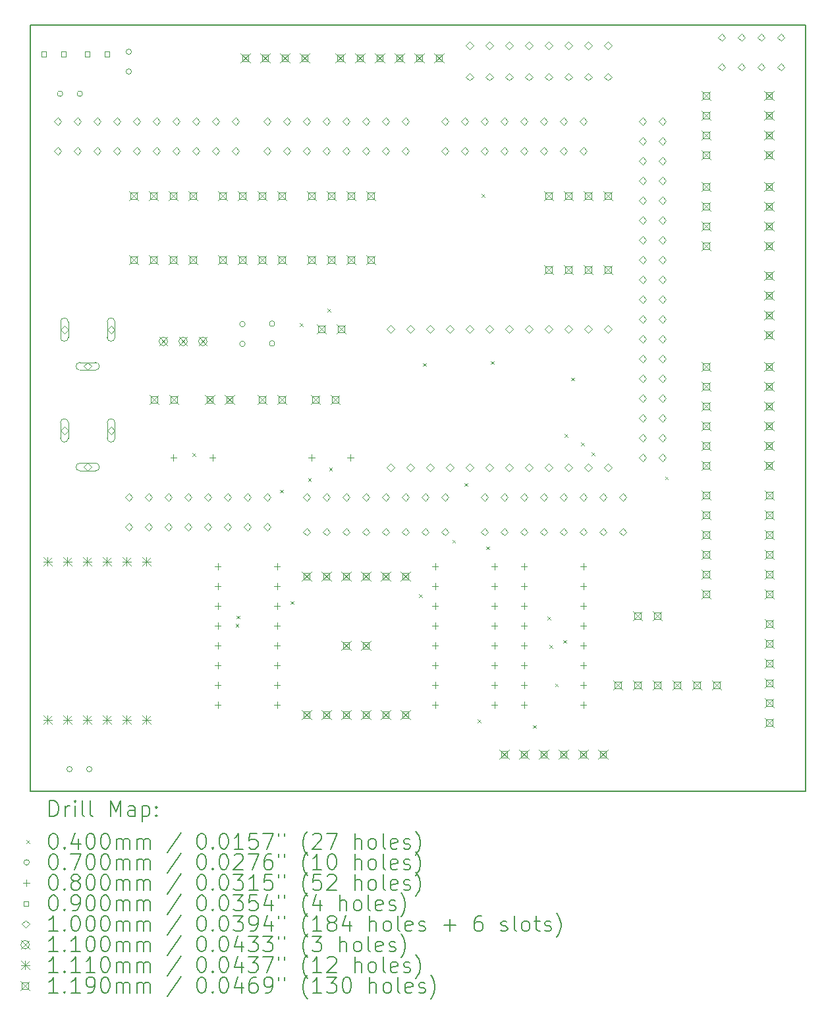
<source format=gbr>
%TF.GenerationSoftware,KiCad,Pcbnew,7.0.9*%
%TF.CreationDate,2023-12-05T19:44:03+10:00*%
%TF.ProjectId,Forward Console General Output,466f7277-6172-4642-9043-6f6e736f6c65,rev?*%
%TF.SameCoordinates,Original*%
%TF.FileFunction,Drillmap*%
%TF.FilePolarity,Positive*%
%FSLAX45Y45*%
G04 Gerber Fmt 4.5, Leading zero omitted, Abs format (unit mm)*
G04 Created by KiCad (PCBNEW 7.0.9) date 2023-12-05 19:44:03*
%MOMM*%
%LPD*%
G01*
G04 APERTURE LIST*
%ADD10C,0.150000*%
%ADD11C,0.200000*%
%ADD12C,0.100000*%
%ADD13C,0.110000*%
%ADD14C,0.111000*%
%ADD15C,0.119000*%
G04 APERTURE END LIST*
D10*
X11524000Y-3681750D02*
X21493500Y-3681750D01*
X21493500Y-13524250D01*
X11524000Y-13524250D01*
X11524000Y-3681750D01*
D11*
D12*
X13613400Y-9180580D02*
X13653400Y-9220580D01*
X13653400Y-9180580D02*
X13613400Y-9220580D01*
X14165800Y-11374010D02*
X14205800Y-11414010D01*
X14205800Y-11374010D02*
X14165800Y-11414010D01*
X14180800Y-11265730D02*
X14220800Y-11305730D01*
X14220800Y-11265730D02*
X14180800Y-11305730D01*
X14740420Y-9650650D02*
X14780420Y-9690650D01*
X14780420Y-9650650D02*
X14740420Y-9690650D01*
X14875070Y-11081070D02*
X14915070Y-11121070D01*
X14915070Y-11081070D02*
X14875070Y-11121070D01*
X14989920Y-7509070D02*
X15029920Y-7549070D01*
X15029920Y-7509070D02*
X14989920Y-7549070D01*
X15097240Y-9500410D02*
X15137240Y-9540410D01*
X15137240Y-9500410D02*
X15097240Y-9540410D01*
X15346420Y-7327890D02*
X15386420Y-7367890D01*
X15386420Y-7327890D02*
X15346420Y-7367890D01*
X15369850Y-9363320D02*
X15409850Y-9403320D01*
X15409850Y-9363320D02*
X15369850Y-9403320D01*
X16527250Y-10992150D02*
X16567250Y-11032150D01*
X16567250Y-10992150D02*
X16527250Y-11032150D01*
X16574580Y-8023070D02*
X16614580Y-8063070D01*
X16614580Y-8023070D02*
X16574580Y-8063070D01*
X16952080Y-10292420D02*
X16992080Y-10332420D01*
X16992080Y-10292420D02*
X16952080Y-10332420D01*
X17109540Y-9565420D02*
X17149540Y-9605420D01*
X17149540Y-9565420D02*
X17109540Y-9605420D01*
X17279370Y-12598330D02*
X17319370Y-12638330D01*
X17319370Y-12598330D02*
X17279370Y-12638330D01*
X17328660Y-5852500D02*
X17368660Y-5892500D01*
X17368660Y-5852500D02*
X17328660Y-5892500D01*
X17386550Y-10378650D02*
X17426550Y-10418650D01*
X17426550Y-10378650D02*
X17386550Y-10418650D01*
X17447100Y-7998960D02*
X17487100Y-8038960D01*
X17487100Y-7998960D02*
X17447100Y-8038960D01*
X17992150Y-12671250D02*
X18032150Y-12711250D01*
X18032150Y-12671250D02*
X17992150Y-12711250D01*
X18174270Y-11278100D02*
X18214270Y-11318100D01*
X18214270Y-11278100D02*
X18174270Y-11318100D01*
X18199050Y-11645320D02*
X18239050Y-11685320D01*
X18239050Y-11645320D02*
X18199050Y-11685320D01*
X18273600Y-12139000D02*
X18313600Y-12179000D01*
X18313600Y-12139000D02*
X18273600Y-12179000D01*
X18380230Y-11579120D02*
X18420230Y-11619120D01*
X18420230Y-11579120D02*
X18380230Y-11619120D01*
X18398900Y-8934220D02*
X18438900Y-8974220D01*
X18438900Y-8934220D02*
X18398900Y-8974220D01*
X18478420Y-8211220D02*
X18518420Y-8251220D01*
X18518420Y-8211220D02*
X18478420Y-8251220D01*
X18606220Y-9046900D02*
X18646220Y-9086900D01*
X18646220Y-9046900D02*
X18606220Y-9086900D01*
X18743000Y-9168450D02*
X18783000Y-9208450D01*
X18783000Y-9168450D02*
X18743000Y-9208450D01*
X19686340Y-9479450D02*
X19726340Y-9519450D01*
X19726340Y-9479450D02*
X19686340Y-9519450D01*
X11945000Y-4564400D02*
G75*
G03*
X11945000Y-4564400I-35000J0D01*
G01*
X12067500Y-13238500D02*
G75*
G03*
X12067500Y-13238500I-35000J0D01*
G01*
X12199000Y-4564400D02*
G75*
G03*
X12199000Y-4564400I-35000J0D01*
G01*
X12321500Y-13238500D02*
G75*
G03*
X12321500Y-13238500I-35000J0D01*
G01*
X12829000Y-4026000D02*
G75*
G03*
X12829000Y-4026000I-35000J0D01*
G01*
X12829000Y-4280000D02*
G75*
G03*
X12829000Y-4280000I-35000J0D01*
G01*
X14289500Y-7523500D02*
G75*
G03*
X14289500Y-7523500I-35000J0D01*
G01*
X14289500Y-7777500D02*
G75*
G03*
X14289500Y-7777500I-35000J0D01*
G01*
X14670500Y-7518500D02*
G75*
G03*
X14670500Y-7518500I-35000J0D01*
G01*
X14670500Y-7772500D02*
G75*
G03*
X14670500Y-7772500I-35000J0D01*
G01*
X13369500Y-9198000D02*
X13369500Y-9278000D01*
X13329500Y-9238000D02*
X13409500Y-9238000D01*
X13869500Y-9198000D02*
X13869500Y-9278000D01*
X13829500Y-9238000D02*
X13909500Y-9238000D01*
X13937000Y-10595000D02*
X13937000Y-10675000D01*
X13897000Y-10635000D02*
X13977000Y-10635000D01*
X13937000Y-10849000D02*
X13937000Y-10929000D01*
X13897000Y-10889000D02*
X13977000Y-10889000D01*
X13937000Y-11103000D02*
X13937000Y-11183000D01*
X13897000Y-11143000D02*
X13977000Y-11143000D01*
X13937000Y-11357000D02*
X13937000Y-11437000D01*
X13897000Y-11397000D02*
X13977000Y-11397000D01*
X13937000Y-11611000D02*
X13937000Y-11691000D01*
X13897000Y-11651000D02*
X13977000Y-11651000D01*
X13937000Y-11865000D02*
X13937000Y-11945000D01*
X13897000Y-11905000D02*
X13977000Y-11905000D01*
X13937000Y-12119000D02*
X13937000Y-12199000D01*
X13897000Y-12159000D02*
X13977000Y-12159000D01*
X13937000Y-12373000D02*
X13937000Y-12453000D01*
X13897000Y-12413000D02*
X13977000Y-12413000D01*
X14699000Y-10595000D02*
X14699000Y-10675000D01*
X14659000Y-10635000D02*
X14739000Y-10635000D01*
X14699000Y-10849000D02*
X14699000Y-10929000D01*
X14659000Y-10889000D02*
X14739000Y-10889000D01*
X14699000Y-11103000D02*
X14699000Y-11183000D01*
X14659000Y-11143000D02*
X14739000Y-11143000D01*
X14699000Y-11357000D02*
X14699000Y-11437000D01*
X14659000Y-11397000D02*
X14739000Y-11397000D01*
X14699000Y-11611000D02*
X14699000Y-11691000D01*
X14659000Y-11651000D02*
X14739000Y-11651000D01*
X14699000Y-11865000D02*
X14699000Y-11945000D01*
X14659000Y-11905000D02*
X14739000Y-11905000D01*
X14699000Y-12119000D02*
X14699000Y-12199000D01*
X14659000Y-12159000D02*
X14739000Y-12159000D01*
X14699000Y-12373000D02*
X14699000Y-12453000D01*
X14659000Y-12413000D02*
X14739000Y-12413000D01*
X15143500Y-9198000D02*
X15143500Y-9278000D01*
X15103500Y-9238000D02*
X15183500Y-9238000D01*
X15643500Y-9198000D02*
X15643500Y-9278000D01*
X15603500Y-9238000D02*
X15683500Y-9238000D01*
X16731000Y-10595000D02*
X16731000Y-10675000D01*
X16691000Y-10635000D02*
X16771000Y-10635000D01*
X16731000Y-10849000D02*
X16731000Y-10929000D01*
X16691000Y-10889000D02*
X16771000Y-10889000D01*
X16731000Y-11103000D02*
X16731000Y-11183000D01*
X16691000Y-11143000D02*
X16771000Y-11143000D01*
X16731000Y-11357000D02*
X16731000Y-11437000D01*
X16691000Y-11397000D02*
X16771000Y-11397000D01*
X16731000Y-11611000D02*
X16731000Y-11691000D01*
X16691000Y-11651000D02*
X16771000Y-11651000D01*
X16731000Y-11865000D02*
X16731000Y-11945000D01*
X16691000Y-11905000D02*
X16771000Y-11905000D01*
X16731000Y-12119000D02*
X16731000Y-12199000D01*
X16691000Y-12159000D02*
X16771000Y-12159000D01*
X16731000Y-12373000D02*
X16731000Y-12453000D01*
X16691000Y-12413000D02*
X16771000Y-12413000D01*
X17493000Y-10595000D02*
X17493000Y-10675000D01*
X17453000Y-10635000D02*
X17533000Y-10635000D01*
X17493000Y-10849000D02*
X17493000Y-10929000D01*
X17453000Y-10889000D02*
X17533000Y-10889000D01*
X17493000Y-11103000D02*
X17493000Y-11183000D01*
X17453000Y-11143000D02*
X17533000Y-11143000D01*
X17493000Y-11357000D02*
X17493000Y-11437000D01*
X17453000Y-11397000D02*
X17533000Y-11397000D01*
X17493000Y-11611000D02*
X17493000Y-11691000D01*
X17453000Y-11651000D02*
X17533000Y-11651000D01*
X17493000Y-11865000D02*
X17493000Y-11945000D01*
X17453000Y-11905000D02*
X17533000Y-11905000D01*
X17493000Y-12119000D02*
X17493000Y-12199000D01*
X17453000Y-12159000D02*
X17533000Y-12159000D01*
X17493000Y-12373000D02*
X17493000Y-12453000D01*
X17453000Y-12413000D02*
X17533000Y-12413000D01*
X17874000Y-10595000D02*
X17874000Y-10675000D01*
X17834000Y-10635000D02*
X17914000Y-10635000D01*
X17874000Y-10849000D02*
X17874000Y-10929000D01*
X17834000Y-10889000D02*
X17914000Y-10889000D01*
X17874000Y-11103000D02*
X17874000Y-11183000D01*
X17834000Y-11143000D02*
X17914000Y-11143000D01*
X17874000Y-11357000D02*
X17874000Y-11437000D01*
X17834000Y-11397000D02*
X17914000Y-11397000D01*
X17874000Y-11611000D02*
X17874000Y-11691000D01*
X17834000Y-11651000D02*
X17914000Y-11651000D01*
X17874000Y-11865000D02*
X17874000Y-11945000D01*
X17834000Y-11905000D02*
X17914000Y-11905000D01*
X17874000Y-12119000D02*
X17874000Y-12199000D01*
X17834000Y-12159000D02*
X17914000Y-12159000D01*
X17874000Y-12373000D02*
X17874000Y-12453000D01*
X17834000Y-12413000D02*
X17914000Y-12413000D01*
X18636000Y-10595000D02*
X18636000Y-10675000D01*
X18596000Y-10635000D02*
X18676000Y-10635000D01*
X18636000Y-10849000D02*
X18636000Y-10929000D01*
X18596000Y-10889000D02*
X18676000Y-10889000D01*
X18636000Y-11103000D02*
X18636000Y-11183000D01*
X18596000Y-11143000D02*
X18676000Y-11143000D01*
X18636000Y-11357000D02*
X18636000Y-11437000D01*
X18596000Y-11397000D02*
X18676000Y-11397000D01*
X18636000Y-11611000D02*
X18636000Y-11691000D01*
X18596000Y-11651000D02*
X18676000Y-11651000D01*
X18636000Y-11865000D02*
X18636000Y-11945000D01*
X18596000Y-11905000D02*
X18676000Y-11905000D01*
X18636000Y-12119000D02*
X18636000Y-12199000D01*
X18596000Y-12159000D02*
X18676000Y-12159000D01*
X18636000Y-12373000D02*
X18636000Y-12453000D01*
X18596000Y-12413000D02*
X18676000Y-12413000D01*
X11733120Y-4088220D02*
X11733120Y-4024580D01*
X11669480Y-4024580D01*
X11669480Y-4088220D01*
X11733120Y-4088220D01*
X11987120Y-4088220D02*
X11987120Y-4024580D01*
X11923480Y-4024580D01*
X11923480Y-4088220D01*
X11987120Y-4088220D01*
X12291920Y-4088220D02*
X12291920Y-4024580D01*
X12228280Y-4024580D01*
X12228280Y-4088220D01*
X12291920Y-4088220D01*
X12545920Y-4088220D02*
X12545920Y-4024580D01*
X12482280Y-4024580D01*
X12482280Y-4088220D01*
X12545920Y-4088220D01*
X11879600Y-4970000D02*
X11929600Y-4920000D01*
X11879600Y-4870000D01*
X11829600Y-4920000D01*
X11879600Y-4970000D01*
X11879600Y-5348500D02*
X11929600Y-5298500D01*
X11879600Y-5248500D01*
X11829600Y-5298500D01*
X11879600Y-5348500D01*
X11966000Y-7644500D02*
X12016000Y-7594500D01*
X11966000Y-7544500D01*
X11916000Y-7594500D01*
X11966000Y-7644500D01*
X11916000Y-7494500D02*
X11916000Y-7694500D01*
X11916000Y-7694500D02*
G75*
G03*
X12016000Y-7694500I50000J0D01*
G01*
X12016000Y-7694500D02*
X12016000Y-7494500D01*
X12016000Y-7494500D02*
G75*
G03*
X11916000Y-7494500I-50000J0D01*
G01*
X11966000Y-8938250D02*
X12016000Y-8888250D01*
X11966000Y-8838250D01*
X11916000Y-8888250D01*
X11966000Y-8938250D01*
X11916000Y-8788250D02*
X11916000Y-8988250D01*
X11916000Y-8988250D02*
G75*
G03*
X12016000Y-8988250I50000J0D01*
G01*
X12016000Y-8988250D02*
X12016000Y-8788250D01*
X12016000Y-8788250D02*
G75*
G03*
X11916000Y-8788250I-50000J0D01*
G01*
X12133600Y-4970000D02*
X12183600Y-4920000D01*
X12133600Y-4870000D01*
X12083600Y-4920000D01*
X12133600Y-4970000D01*
X12133600Y-5348500D02*
X12183600Y-5298500D01*
X12133600Y-5248500D01*
X12083600Y-5298500D01*
X12133600Y-5348500D01*
X12266000Y-8114500D02*
X12316000Y-8064500D01*
X12266000Y-8014500D01*
X12216000Y-8064500D01*
X12266000Y-8114500D01*
X12166000Y-8114500D02*
X12366000Y-8114500D01*
X12366000Y-8114500D02*
G75*
G03*
X12366000Y-8014500I0J50000D01*
G01*
X12366000Y-8014500D02*
X12166000Y-8014500D01*
X12166000Y-8014500D02*
G75*
G03*
X12166000Y-8114500I0J-50000D01*
G01*
X12266000Y-9408250D02*
X12316000Y-9358250D01*
X12266000Y-9308250D01*
X12216000Y-9358250D01*
X12266000Y-9408250D01*
X12166000Y-9408250D02*
X12366000Y-9408250D01*
X12366000Y-9408250D02*
G75*
G03*
X12366000Y-9308250I0J50000D01*
G01*
X12366000Y-9308250D02*
X12166000Y-9308250D01*
X12166000Y-9308250D02*
G75*
G03*
X12166000Y-9408250I0J-50000D01*
G01*
X12387600Y-4970000D02*
X12437600Y-4920000D01*
X12387600Y-4870000D01*
X12337600Y-4920000D01*
X12387600Y-4970000D01*
X12387600Y-5348500D02*
X12437600Y-5298500D01*
X12387600Y-5248500D01*
X12337600Y-5298500D01*
X12387600Y-5348500D01*
X12566000Y-7644500D02*
X12616000Y-7594500D01*
X12566000Y-7544500D01*
X12516000Y-7594500D01*
X12566000Y-7644500D01*
X12516000Y-7494500D02*
X12516000Y-7694500D01*
X12516000Y-7694500D02*
G75*
G03*
X12616000Y-7694500I50000J0D01*
G01*
X12616000Y-7694500D02*
X12616000Y-7494500D01*
X12616000Y-7494500D02*
G75*
G03*
X12516000Y-7494500I-50000J0D01*
G01*
X12566000Y-8938250D02*
X12616000Y-8888250D01*
X12566000Y-8838250D01*
X12516000Y-8888250D01*
X12566000Y-8938250D01*
X12516000Y-8788250D02*
X12516000Y-8988250D01*
X12516000Y-8988250D02*
G75*
G03*
X12616000Y-8988250I50000J0D01*
G01*
X12616000Y-8988250D02*
X12616000Y-8788250D01*
X12616000Y-8788250D02*
G75*
G03*
X12516000Y-8788250I-50000J0D01*
G01*
X12641600Y-4970000D02*
X12691600Y-4920000D01*
X12641600Y-4870000D01*
X12591600Y-4920000D01*
X12641600Y-4970000D01*
X12641600Y-5348500D02*
X12691600Y-5298500D01*
X12641600Y-5248500D01*
X12591600Y-5298500D01*
X12641600Y-5348500D01*
X12794000Y-9796000D02*
X12844000Y-9746000D01*
X12794000Y-9696000D01*
X12744000Y-9746000D01*
X12794000Y-9796000D01*
X12794000Y-10177000D02*
X12844000Y-10127000D01*
X12794000Y-10077000D01*
X12744000Y-10127000D01*
X12794000Y-10177000D01*
X12895600Y-4970000D02*
X12945600Y-4920000D01*
X12895600Y-4870000D01*
X12845600Y-4920000D01*
X12895600Y-4970000D01*
X12895600Y-5348500D02*
X12945600Y-5298500D01*
X12895600Y-5248500D01*
X12845600Y-5298500D01*
X12895600Y-5348500D01*
X13048000Y-9796000D02*
X13098000Y-9746000D01*
X13048000Y-9696000D01*
X12998000Y-9746000D01*
X13048000Y-9796000D01*
X13048000Y-10177000D02*
X13098000Y-10127000D01*
X13048000Y-10077000D01*
X12998000Y-10127000D01*
X13048000Y-10177000D01*
X13149600Y-4970000D02*
X13199600Y-4920000D01*
X13149600Y-4870000D01*
X13099600Y-4920000D01*
X13149600Y-4970000D01*
X13149600Y-5348500D02*
X13199600Y-5298500D01*
X13149600Y-5248500D01*
X13099600Y-5298500D01*
X13149600Y-5348500D01*
X13302000Y-9796000D02*
X13352000Y-9746000D01*
X13302000Y-9696000D01*
X13252000Y-9746000D01*
X13302000Y-9796000D01*
X13302000Y-10177000D02*
X13352000Y-10127000D01*
X13302000Y-10077000D01*
X13252000Y-10127000D01*
X13302000Y-10177000D01*
X13403600Y-4970000D02*
X13453600Y-4920000D01*
X13403600Y-4870000D01*
X13353600Y-4920000D01*
X13403600Y-4970000D01*
X13403600Y-5348500D02*
X13453600Y-5298500D01*
X13403600Y-5248500D01*
X13353600Y-5298500D01*
X13403600Y-5348500D01*
X13556000Y-9796000D02*
X13606000Y-9746000D01*
X13556000Y-9696000D01*
X13506000Y-9746000D01*
X13556000Y-9796000D01*
X13556000Y-10177000D02*
X13606000Y-10127000D01*
X13556000Y-10077000D01*
X13506000Y-10127000D01*
X13556000Y-10177000D01*
X13657600Y-4970000D02*
X13707600Y-4920000D01*
X13657600Y-4870000D01*
X13607600Y-4920000D01*
X13657600Y-4970000D01*
X13657600Y-5348500D02*
X13707600Y-5298500D01*
X13657600Y-5248500D01*
X13607600Y-5298500D01*
X13657600Y-5348500D01*
X13810000Y-9796000D02*
X13860000Y-9746000D01*
X13810000Y-9696000D01*
X13760000Y-9746000D01*
X13810000Y-9796000D01*
X13810000Y-10177000D02*
X13860000Y-10127000D01*
X13810000Y-10077000D01*
X13760000Y-10127000D01*
X13810000Y-10177000D01*
X13911600Y-4970000D02*
X13961600Y-4920000D01*
X13911600Y-4870000D01*
X13861600Y-4920000D01*
X13911600Y-4970000D01*
X13911600Y-5348500D02*
X13961600Y-5298500D01*
X13911600Y-5248500D01*
X13861600Y-5298500D01*
X13911600Y-5348500D01*
X14064000Y-9796000D02*
X14114000Y-9746000D01*
X14064000Y-9696000D01*
X14014000Y-9746000D01*
X14064000Y-9796000D01*
X14064000Y-10177000D02*
X14114000Y-10127000D01*
X14064000Y-10077000D01*
X14014000Y-10127000D01*
X14064000Y-10177000D01*
X14165600Y-4970000D02*
X14215600Y-4920000D01*
X14165600Y-4870000D01*
X14115600Y-4920000D01*
X14165600Y-4970000D01*
X14165600Y-5348500D02*
X14215600Y-5298500D01*
X14165600Y-5248500D01*
X14115600Y-5298500D01*
X14165600Y-5348500D01*
X14318000Y-9796000D02*
X14368000Y-9746000D01*
X14318000Y-9696000D01*
X14268000Y-9746000D01*
X14318000Y-9796000D01*
X14318000Y-10177000D02*
X14368000Y-10127000D01*
X14318000Y-10077000D01*
X14268000Y-10127000D01*
X14318000Y-10177000D01*
X14572000Y-4970000D02*
X14622000Y-4920000D01*
X14572000Y-4870000D01*
X14522000Y-4920000D01*
X14572000Y-4970000D01*
X14572000Y-5351000D02*
X14622000Y-5301000D01*
X14572000Y-5251000D01*
X14522000Y-5301000D01*
X14572000Y-5351000D01*
X14572000Y-9796000D02*
X14622000Y-9746000D01*
X14572000Y-9696000D01*
X14522000Y-9746000D01*
X14572000Y-9796000D01*
X14572000Y-10177000D02*
X14622000Y-10127000D01*
X14572000Y-10077000D01*
X14522000Y-10127000D01*
X14572000Y-10177000D01*
X14826000Y-4970000D02*
X14876000Y-4920000D01*
X14826000Y-4870000D01*
X14776000Y-4920000D01*
X14826000Y-4970000D01*
X14826000Y-5351000D02*
X14876000Y-5301000D01*
X14826000Y-5251000D01*
X14776000Y-5301000D01*
X14826000Y-5351000D01*
X15080000Y-4970000D02*
X15130000Y-4920000D01*
X15080000Y-4870000D01*
X15030000Y-4920000D01*
X15080000Y-4970000D01*
X15080000Y-5351000D02*
X15130000Y-5301000D01*
X15080000Y-5251000D01*
X15030000Y-5301000D01*
X15080000Y-5351000D01*
X15080000Y-9796000D02*
X15130000Y-9746000D01*
X15080000Y-9696000D01*
X15030000Y-9746000D01*
X15080000Y-9796000D01*
X15080000Y-10240500D02*
X15130000Y-10190500D01*
X15080000Y-10140500D01*
X15030000Y-10190500D01*
X15080000Y-10240500D01*
X15334000Y-4970000D02*
X15384000Y-4920000D01*
X15334000Y-4870000D01*
X15284000Y-4920000D01*
X15334000Y-4970000D01*
X15334000Y-5351000D02*
X15384000Y-5301000D01*
X15334000Y-5251000D01*
X15284000Y-5301000D01*
X15334000Y-5351000D01*
X15334000Y-9796000D02*
X15384000Y-9746000D01*
X15334000Y-9696000D01*
X15284000Y-9746000D01*
X15334000Y-9796000D01*
X15334000Y-10240500D02*
X15384000Y-10190500D01*
X15334000Y-10140500D01*
X15284000Y-10190500D01*
X15334000Y-10240500D01*
X15588000Y-4970000D02*
X15638000Y-4920000D01*
X15588000Y-4870000D01*
X15538000Y-4920000D01*
X15588000Y-4970000D01*
X15588000Y-5351000D02*
X15638000Y-5301000D01*
X15588000Y-5251000D01*
X15538000Y-5301000D01*
X15588000Y-5351000D01*
X15588000Y-9796000D02*
X15638000Y-9746000D01*
X15588000Y-9696000D01*
X15538000Y-9746000D01*
X15588000Y-9796000D01*
X15588000Y-10240500D02*
X15638000Y-10190500D01*
X15588000Y-10140500D01*
X15538000Y-10190500D01*
X15588000Y-10240500D01*
X15842000Y-4970000D02*
X15892000Y-4920000D01*
X15842000Y-4870000D01*
X15792000Y-4920000D01*
X15842000Y-4970000D01*
X15842000Y-5351000D02*
X15892000Y-5301000D01*
X15842000Y-5251000D01*
X15792000Y-5301000D01*
X15842000Y-5351000D01*
X15842000Y-9796000D02*
X15892000Y-9746000D01*
X15842000Y-9696000D01*
X15792000Y-9746000D01*
X15842000Y-9796000D01*
X15842000Y-10240500D02*
X15892000Y-10190500D01*
X15842000Y-10140500D01*
X15792000Y-10190500D01*
X15842000Y-10240500D01*
X16096000Y-4970000D02*
X16146000Y-4920000D01*
X16096000Y-4870000D01*
X16046000Y-4920000D01*
X16096000Y-4970000D01*
X16096000Y-5351000D02*
X16146000Y-5301000D01*
X16096000Y-5251000D01*
X16046000Y-5301000D01*
X16096000Y-5351000D01*
X16096000Y-9796000D02*
X16146000Y-9746000D01*
X16096000Y-9696000D01*
X16046000Y-9746000D01*
X16096000Y-9796000D01*
X16096000Y-10240500D02*
X16146000Y-10190500D01*
X16096000Y-10140500D01*
X16046000Y-10190500D01*
X16096000Y-10240500D01*
X16159500Y-7637000D02*
X16209500Y-7587000D01*
X16159500Y-7537000D01*
X16109500Y-7587000D01*
X16159500Y-7637000D01*
X16159500Y-9415000D02*
X16209500Y-9365000D01*
X16159500Y-9315000D01*
X16109500Y-9365000D01*
X16159500Y-9415000D01*
X16350000Y-4970000D02*
X16400000Y-4920000D01*
X16350000Y-4870000D01*
X16300000Y-4920000D01*
X16350000Y-4970000D01*
X16350000Y-5351000D02*
X16400000Y-5301000D01*
X16350000Y-5251000D01*
X16300000Y-5301000D01*
X16350000Y-5351000D01*
X16350000Y-9796000D02*
X16400000Y-9746000D01*
X16350000Y-9696000D01*
X16300000Y-9746000D01*
X16350000Y-9796000D01*
X16350000Y-10240500D02*
X16400000Y-10190500D01*
X16350000Y-10140500D01*
X16300000Y-10190500D01*
X16350000Y-10240500D01*
X16413500Y-7637000D02*
X16463500Y-7587000D01*
X16413500Y-7537000D01*
X16363500Y-7587000D01*
X16413500Y-7637000D01*
X16413500Y-9415000D02*
X16463500Y-9365000D01*
X16413500Y-9315000D01*
X16363500Y-9365000D01*
X16413500Y-9415000D01*
X16604000Y-9796000D02*
X16654000Y-9746000D01*
X16604000Y-9696000D01*
X16554000Y-9746000D01*
X16604000Y-9796000D01*
X16604000Y-10240500D02*
X16654000Y-10190500D01*
X16604000Y-10140500D01*
X16554000Y-10190500D01*
X16604000Y-10240500D01*
X16667500Y-7637000D02*
X16717500Y-7587000D01*
X16667500Y-7537000D01*
X16617500Y-7587000D01*
X16667500Y-7637000D01*
X16667500Y-9415000D02*
X16717500Y-9365000D01*
X16667500Y-9315000D01*
X16617500Y-9365000D01*
X16667500Y-9415000D01*
X16858000Y-4970000D02*
X16908000Y-4920000D01*
X16858000Y-4870000D01*
X16808000Y-4920000D01*
X16858000Y-4970000D01*
X16858000Y-5351000D02*
X16908000Y-5301000D01*
X16858000Y-5251000D01*
X16808000Y-5301000D01*
X16858000Y-5351000D01*
X16858000Y-9796000D02*
X16908000Y-9746000D01*
X16858000Y-9696000D01*
X16808000Y-9746000D01*
X16858000Y-9796000D01*
X16858000Y-10240500D02*
X16908000Y-10190500D01*
X16858000Y-10140500D01*
X16808000Y-10190500D01*
X16858000Y-10240500D01*
X16921500Y-7637000D02*
X16971500Y-7587000D01*
X16921500Y-7537000D01*
X16871500Y-7587000D01*
X16921500Y-7637000D01*
X16921500Y-9415000D02*
X16971500Y-9365000D01*
X16921500Y-9315000D01*
X16871500Y-9365000D01*
X16921500Y-9415000D01*
X17112000Y-4970000D02*
X17162000Y-4920000D01*
X17112000Y-4870000D01*
X17062000Y-4920000D01*
X17112000Y-4970000D01*
X17112000Y-5351000D02*
X17162000Y-5301000D01*
X17112000Y-5251000D01*
X17062000Y-5301000D01*
X17112000Y-5351000D01*
X17175500Y-3997000D02*
X17225500Y-3947000D01*
X17175500Y-3897000D01*
X17125500Y-3947000D01*
X17175500Y-3997000D01*
X17175500Y-4398500D02*
X17225500Y-4348500D01*
X17175500Y-4298500D01*
X17125500Y-4348500D01*
X17175500Y-4398500D01*
X17175500Y-7637000D02*
X17225500Y-7587000D01*
X17175500Y-7537000D01*
X17125500Y-7587000D01*
X17175500Y-7637000D01*
X17175500Y-9415000D02*
X17225500Y-9365000D01*
X17175500Y-9315000D01*
X17125500Y-9365000D01*
X17175500Y-9415000D01*
X17366000Y-4970000D02*
X17416000Y-4920000D01*
X17366000Y-4870000D01*
X17316000Y-4920000D01*
X17366000Y-4970000D01*
X17366000Y-5351000D02*
X17416000Y-5301000D01*
X17366000Y-5251000D01*
X17316000Y-5301000D01*
X17366000Y-5351000D01*
X17366000Y-9796000D02*
X17416000Y-9746000D01*
X17366000Y-9696000D01*
X17316000Y-9746000D01*
X17366000Y-9796000D01*
X17366000Y-10240500D02*
X17416000Y-10190500D01*
X17366000Y-10140500D01*
X17316000Y-10190500D01*
X17366000Y-10240500D01*
X17429500Y-3997000D02*
X17479500Y-3947000D01*
X17429500Y-3897000D01*
X17379500Y-3947000D01*
X17429500Y-3997000D01*
X17429500Y-4398500D02*
X17479500Y-4348500D01*
X17429500Y-4298500D01*
X17379500Y-4348500D01*
X17429500Y-4398500D01*
X17429500Y-7637000D02*
X17479500Y-7587000D01*
X17429500Y-7537000D01*
X17379500Y-7587000D01*
X17429500Y-7637000D01*
X17429500Y-9415000D02*
X17479500Y-9365000D01*
X17429500Y-9315000D01*
X17379500Y-9365000D01*
X17429500Y-9415000D01*
X17620000Y-4970000D02*
X17670000Y-4920000D01*
X17620000Y-4870000D01*
X17570000Y-4920000D01*
X17620000Y-4970000D01*
X17620000Y-5351000D02*
X17670000Y-5301000D01*
X17620000Y-5251000D01*
X17570000Y-5301000D01*
X17620000Y-5351000D01*
X17620000Y-9796000D02*
X17670000Y-9746000D01*
X17620000Y-9696000D01*
X17570000Y-9746000D01*
X17620000Y-9796000D01*
X17620000Y-10240500D02*
X17670000Y-10190500D01*
X17620000Y-10140500D01*
X17570000Y-10190500D01*
X17620000Y-10240500D01*
X17683500Y-3997000D02*
X17733500Y-3947000D01*
X17683500Y-3897000D01*
X17633500Y-3947000D01*
X17683500Y-3997000D01*
X17683500Y-4398500D02*
X17733500Y-4348500D01*
X17683500Y-4298500D01*
X17633500Y-4348500D01*
X17683500Y-4398500D01*
X17683500Y-7637000D02*
X17733500Y-7587000D01*
X17683500Y-7537000D01*
X17633500Y-7587000D01*
X17683500Y-7637000D01*
X17683500Y-9415000D02*
X17733500Y-9365000D01*
X17683500Y-9315000D01*
X17633500Y-9365000D01*
X17683500Y-9415000D01*
X17874000Y-4970000D02*
X17924000Y-4920000D01*
X17874000Y-4870000D01*
X17824000Y-4920000D01*
X17874000Y-4970000D01*
X17874000Y-5351000D02*
X17924000Y-5301000D01*
X17874000Y-5251000D01*
X17824000Y-5301000D01*
X17874000Y-5351000D01*
X17874000Y-9796000D02*
X17924000Y-9746000D01*
X17874000Y-9696000D01*
X17824000Y-9746000D01*
X17874000Y-9796000D01*
X17874000Y-10240500D02*
X17924000Y-10190500D01*
X17874000Y-10140500D01*
X17824000Y-10190500D01*
X17874000Y-10240500D01*
X17937500Y-3997000D02*
X17987500Y-3947000D01*
X17937500Y-3897000D01*
X17887500Y-3947000D01*
X17937500Y-3997000D01*
X17937500Y-4398500D02*
X17987500Y-4348500D01*
X17937500Y-4298500D01*
X17887500Y-4348500D01*
X17937500Y-4398500D01*
X17937500Y-7637000D02*
X17987500Y-7587000D01*
X17937500Y-7537000D01*
X17887500Y-7587000D01*
X17937500Y-7637000D01*
X17937500Y-9415000D02*
X17987500Y-9365000D01*
X17937500Y-9315000D01*
X17887500Y-9365000D01*
X17937500Y-9415000D01*
X18128000Y-4970000D02*
X18178000Y-4920000D01*
X18128000Y-4870000D01*
X18078000Y-4920000D01*
X18128000Y-4970000D01*
X18128000Y-5351000D02*
X18178000Y-5301000D01*
X18128000Y-5251000D01*
X18078000Y-5301000D01*
X18128000Y-5351000D01*
X18128000Y-9796000D02*
X18178000Y-9746000D01*
X18128000Y-9696000D01*
X18078000Y-9746000D01*
X18128000Y-9796000D01*
X18128000Y-10240500D02*
X18178000Y-10190500D01*
X18128000Y-10140500D01*
X18078000Y-10190500D01*
X18128000Y-10240500D01*
X18191500Y-3997000D02*
X18241500Y-3947000D01*
X18191500Y-3897000D01*
X18141500Y-3947000D01*
X18191500Y-3997000D01*
X18191500Y-4398500D02*
X18241500Y-4348500D01*
X18191500Y-4298500D01*
X18141500Y-4348500D01*
X18191500Y-4398500D01*
X18191500Y-7637000D02*
X18241500Y-7587000D01*
X18191500Y-7537000D01*
X18141500Y-7587000D01*
X18191500Y-7637000D01*
X18191500Y-9415000D02*
X18241500Y-9365000D01*
X18191500Y-9315000D01*
X18141500Y-9365000D01*
X18191500Y-9415000D01*
X18382000Y-4970000D02*
X18432000Y-4920000D01*
X18382000Y-4870000D01*
X18332000Y-4920000D01*
X18382000Y-4970000D01*
X18382000Y-5351000D02*
X18432000Y-5301000D01*
X18382000Y-5251000D01*
X18332000Y-5301000D01*
X18382000Y-5351000D01*
X18382000Y-9796000D02*
X18432000Y-9746000D01*
X18382000Y-9696000D01*
X18332000Y-9746000D01*
X18382000Y-9796000D01*
X18382000Y-10240500D02*
X18432000Y-10190500D01*
X18382000Y-10140500D01*
X18332000Y-10190500D01*
X18382000Y-10240500D01*
X18445500Y-3997000D02*
X18495500Y-3947000D01*
X18445500Y-3897000D01*
X18395500Y-3947000D01*
X18445500Y-3997000D01*
X18445500Y-4398500D02*
X18495500Y-4348500D01*
X18445500Y-4298500D01*
X18395500Y-4348500D01*
X18445500Y-4398500D01*
X18445500Y-7637000D02*
X18495500Y-7587000D01*
X18445500Y-7537000D01*
X18395500Y-7587000D01*
X18445500Y-7637000D01*
X18445500Y-9415000D02*
X18495500Y-9365000D01*
X18445500Y-9315000D01*
X18395500Y-9365000D01*
X18445500Y-9415000D01*
X18636000Y-4970000D02*
X18686000Y-4920000D01*
X18636000Y-4870000D01*
X18586000Y-4920000D01*
X18636000Y-4970000D01*
X18636000Y-5351000D02*
X18686000Y-5301000D01*
X18636000Y-5251000D01*
X18586000Y-5301000D01*
X18636000Y-5351000D01*
X18636000Y-9796000D02*
X18686000Y-9746000D01*
X18636000Y-9696000D01*
X18586000Y-9746000D01*
X18636000Y-9796000D01*
X18636000Y-10240500D02*
X18686000Y-10190500D01*
X18636000Y-10140500D01*
X18586000Y-10190500D01*
X18636000Y-10240500D01*
X18699500Y-3997000D02*
X18749500Y-3947000D01*
X18699500Y-3897000D01*
X18649500Y-3947000D01*
X18699500Y-3997000D01*
X18699500Y-4398500D02*
X18749500Y-4348500D01*
X18699500Y-4298500D01*
X18649500Y-4348500D01*
X18699500Y-4398500D01*
X18699500Y-7637000D02*
X18749500Y-7587000D01*
X18699500Y-7537000D01*
X18649500Y-7587000D01*
X18699500Y-7637000D01*
X18699500Y-9415000D02*
X18749500Y-9365000D01*
X18699500Y-9315000D01*
X18649500Y-9365000D01*
X18699500Y-9415000D01*
X18890000Y-9796000D02*
X18940000Y-9746000D01*
X18890000Y-9696000D01*
X18840000Y-9746000D01*
X18890000Y-9796000D01*
X18890000Y-10240500D02*
X18940000Y-10190500D01*
X18890000Y-10140500D01*
X18840000Y-10190500D01*
X18890000Y-10240500D01*
X18953500Y-3997000D02*
X19003500Y-3947000D01*
X18953500Y-3897000D01*
X18903500Y-3947000D01*
X18953500Y-3997000D01*
X18953500Y-4398500D02*
X19003500Y-4348500D01*
X18953500Y-4298500D01*
X18903500Y-4348500D01*
X18953500Y-4398500D01*
X18953500Y-7637000D02*
X19003500Y-7587000D01*
X18953500Y-7537000D01*
X18903500Y-7587000D01*
X18953500Y-7637000D01*
X18953500Y-9415000D02*
X19003500Y-9365000D01*
X18953500Y-9315000D01*
X18903500Y-9365000D01*
X18953500Y-9415000D01*
X19144000Y-9796000D02*
X19194000Y-9746000D01*
X19144000Y-9696000D01*
X19094000Y-9746000D01*
X19144000Y-9796000D01*
X19144000Y-10240500D02*
X19194000Y-10190500D01*
X19144000Y-10140500D01*
X19094000Y-10190500D01*
X19144000Y-10240500D01*
X19398000Y-4970000D02*
X19448000Y-4920000D01*
X19398000Y-4870000D01*
X19348000Y-4920000D01*
X19398000Y-4970000D01*
X19398000Y-5224000D02*
X19448000Y-5174000D01*
X19398000Y-5124000D01*
X19348000Y-5174000D01*
X19398000Y-5224000D01*
X19398000Y-5478000D02*
X19448000Y-5428000D01*
X19398000Y-5378000D01*
X19348000Y-5428000D01*
X19398000Y-5478000D01*
X19398000Y-5732000D02*
X19448000Y-5682000D01*
X19398000Y-5632000D01*
X19348000Y-5682000D01*
X19398000Y-5732000D01*
X19398000Y-5986000D02*
X19448000Y-5936000D01*
X19398000Y-5886000D01*
X19348000Y-5936000D01*
X19398000Y-5986000D01*
X19398000Y-6240000D02*
X19448000Y-6190000D01*
X19398000Y-6140000D01*
X19348000Y-6190000D01*
X19398000Y-6240000D01*
X19398000Y-6494000D02*
X19448000Y-6444000D01*
X19398000Y-6394000D01*
X19348000Y-6444000D01*
X19398000Y-6494000D01*
X19398000Y-6748000D02*
X19448000Y-6698000D01*
X19398000Y-6648000D01*
X19348000Y-6698000D01*
X19398000Y-6748000D01*
X19398000Y-7002000D02*
X19448000Y-6952000D01*
X19398000Y-6902000D01*
X19348000Y-6952000D01*
X19398000Y-7002000D01*
X19398000Y-7256000D02*
X19448000Y-7206000D01*
X19398000Y-7156000D01*
X19348000Y-7206000D01*
X19398000Y-7256000D01*
X19398000Y-7510000D02*
X19448000Y-7460000D01*
X19398000Y-7410000D01*
X19348000Y-7460000D01*
X19398000Y-7510000D01*
X19398000Y-7764000D02*
X19448000Y-7714000D01*
X19398000Y-7664000D01*
X19348000Y-7714000D01*
X19398000Y-7764000D01*
X19398000Y-8018000D02*
X19448000Y-7968000D01*
X19398000Y-7918000D01*
X19348000Y-7968000D01*
X19398000Y-8018000D01*
X19398000Y-8272000D02*
X19448000Y-8222000D01*
X19398000Y-8172000D01*
X19348000Y-8222000D01*
X19398000Y-8272000D01*
X19398000Y-8526000D02*
X19448000Y-8476000D01*
X19398000Y-8426000D01*
X19348000Y-8476000D01*
X19398000Y-8526000D01*
X19398000Y-8780000D02*
X19448000Y-8730000D01*
X19398000Y-8680000D01*
X19348000Y-8730000D01*
X19398000Y-8780000D01*
X19398000Y-9034000D02*
X19448000Y-8984000D01*
X19398000Y-8934000D01*
X19348000Y-8984000D01*
X19398000Y-9034000D01*
X19398000Y-9288000D02*
X19448000Y-9238000D01*
X19398000Y-9188000D01*
X19348000Y-9238000D01*
X19398000Y-9288000D01*
X19652000Y-4970000D02*
X19702000Y-4920000D01*
X19652000Y-4870000D01*
X19602000Y-4920000D01*
X19652000Y-4970000D01*
X19652000Y-5224000D02*
X19702000Y-5174000D01*
X19652000Y-5124000D01*
X19602000Y-5174000D01*
X19652000Y-5224000D01*
X19652000Y-5478000D02*
X19702000Y-5428000D01*
X19652000Y-5378000D01*
X19602000Y-5428000D01*
X19652000Y-5478000D01*
X19652000Y-5732000D02*
X19702000Y-5682000D01*
X19652000Y-5632000D01*
X19602000Y-5682000D01*
X19652000Y-5732000D01*
X19652000Y-5986000D02*
X19702000Y-5936000D01*
X19652000Y-5886000D01*
X19602000Y-5936000D01*
X19652000Y-5986000D01*
X19652000Y-6240000D02*
X19702000Y-6190000D01*
X19652000Y-6140000D01*
X19602000Y-6190000D01*
X19652000Y-6240000D01*
X19652000Y-6494000D02*
X19702000Y-6444000D01*
X19652000Y-6394000D01*
X19602000Y-6444000D01*
X19652000Y-6494000D01*
X19652000Y-6748000D02*
X19702000Y-6698000D01*
X19652000Y-6648000D01*
X19602000Y-6698000D01*
X19652000Y-6748000D01*
X19652000Y-7002000D02*
X19702000Y-6952000D01*
X19652000Y-6902000D01*
X19602000Y-6952000D01*
X19652000Y-7002000D01*
X19652000Y-7256000D02*
X19702000Y-7206000D01*
X19652000Y-7156000D01*
X19602000Y-7206000D01*
X19652000Y-7256000D01*
X19652000Y-7510000D02*
X19702000Y-7460000D01*
X19652000Y-7410000D01*
X19602000Y-7460000D01*
X19652000Y-7510000D01*
X19652000Y-7764000D02*
X19702000Y-7714000D01*
X19652000Y-7664000D01*
X19602000Y-7714000D01*
X19652000Y-7764000D01*
X19652000Y-8018000D02*
X19702000Y-7968000D01*
X19652000Y-7918000D01*
X19602000Y-7968000D01*
X19652000Y-8018000D01*
X19652000Y-8272000D02*
X19702000Y-8222000D01*
X19652000Y-8172000D01*
X19602000Y-8222000D01*
X19652000Y-8272000D01*
X19652000Y-8526000D02*
X19702000Y-8476000D01*
X19652000Y-8426000D01*
X19602000Y-8476000D01*
X19652000Y-8526000D01*
X19652000Y-8780000D02*
X19702000Y-8730000D01*
X19652000Y-8680000D01*
X19602000Y-8730000D01*
X19652000Y-8780000D01*
X19652000Y-9034000D02*
X19702000Y-8984000D01*
X19652000Y-8934000D01*
X19602000Y-8984000D01*
X19652000Y-9034000D01*
X19652000Y-9288000D02*
X19702000Y-9238000D01*
X19652000Y-9188000D01*
X19602000Y-9238000D01*
X19652000Y-9288000D01*
X20414000Y-3890500D02*
X20464000Y-3840500D01*
X20414000Y-3790500D01*
X20364000Y-3840500D01*
X20414000Y-3890500D01*
X20414000Y-4271500D02*
X20464000Y-4221500D01*
X20414000Y-4171500D01*
X20364000Y-4221500D01*
X20414000Y-4271500D01*
X20668000Y-3890500D02*
X20718000Y-3840500D01*
X20668000Y-3790500D01*
X20618000Y-3840500D01*
X20668000Y-3890500D01*
X20668000Y-4271500D02*
X20718000Y-4221500D01*
X20668000Y-4171500D01*
X20618000Y-4221500D01*
X20668000Y-4271500D01*
X20922000Y-3890500D02*
X20972000Y-3840500D01*
X20922000Y-3790500D01*
X20872000Y-3840500D01*
X20922000Y-3890500D01*
X20922000Y-4271500D02*
X20972000Y-4221500D01*
X20922000Y-4171500D01*
X20872000Y-4221500D01*
X20922000Y-4271500D01*
X21176000Y-3890500D02*
X21226000Y-3840500D01*
X21176000Y-3790500D01*
X21126000Y-3840500D01*
X21176000Y-3890500D01*
X21176000Y-4271500D02*
X21226000Y-4221500D01*
X21176000Y-4171500D01*
X21126000Y-4221500D01*
X21176000Y-4271500D01*
D13*
X13183500Y-7690000D02*
X13293500Y-7800000D01*
X13293500Y-7690000D02*
X13183500Y-7800000D01*
X13293500Y-7745000D02*
G75*
G03*
X13293500Y-7745000I-55000J0D01*
G01*
X13437500Y-7690000D02*
X13547500Y-7800000D01*
X13547500Y-7690000D02*
X13437500Y-7800000D01*
X13547500Y-7745000D02*
G75*
G03*
X13547500Y-7745000I-55000J0D01*
G01*
X13691500Y-7690000D02*
X13801500Y-7800000D01*
X13801500Y-7690000D02*
X13691500Y-7800000D01*
X13801500Y-7745000D02*
G75*
G03*
X13801500Y-7745000I-55000J0D01*
G01*
D14*
X11694000Y-10516000D02*
X11805000Y-10627000D01*
X11805000Y-10516000D02*
X11694000Y-10627000D01*
X11749500Y-10516000D02*
X11749500Y-10627000D01*
X11694000Y-10571500D02*
X11805000Y-10571500D01*
X11694000Y-12548000D02*
X11805000Y-12659000D01*
X11805000Y-12548000D02*
X11694000Y-12659000D01*
X11749500Y-12548000D02*
X11749500Y-12659000D01*
X11694000Y-12603500D02*
X11805000Y-12603500D01*
X11948000Y-10516000D02*
X12059000Y-10627000D01*
X12059000Y-10516000D02*
X11948000Y-10627000D01*
X12003500Y-10516000D02*
X12003500Y-10627000D01*
X11948000Y-10571500D02*
X12059000Y-10571500D01*
X11948000Y-12548000D02*
X12059000Y-12659000D01*
X12059000Y-12548000D02*
X11948000Y-12659000D01*
X12003500Y-12548000D02*
X12003500Y-12659000D01*
X11948000Y-12603500D02*
X12059000Y-12603500D01*
X12202000Y-10516000D02*
X12313000Y-10627000D01*
X12313000Y-10516000D02*
X12202000Y-10627000D01*
X12257500Y-10516000D02*
X12257500Y-10627000D01*
X12202000Y-10571500D02*
X12313000Y-10571500D01*
X12202000Y-12548000D02*
X12313000Y-12659000D01*
X12313000Y-12548000D02*
X12202000Y-12659000D01*
X12257500Y-12548000D02*
X12257500Y-12659000D01*
X12202000Y-12603500D02*
X12313000Y-12603500D01*
X12456000Y-10516000D02*
X12567000Y-10627000D01*
X12567000Y-10516000D02*
X12456000Y-10627000D01*
X12511500Y-10516000D02*
X12511500Y-10627000D01*
X12456000Y-10571500D02*
X12567000Y-10571500D01*
X12456000Y-12548000D02*
X12567000Y-12659000D01*
X12567000Y-12548000D02*
X12456000Y-12659000D01*
X12511500Y-12548000D02*
X12511500Y-12659000D01*
X12456000Y-12603500D02*
X12567000Y-12603500D01*
X12710000Y-10516000D02*
X12821000Y-10627000D01*
X12821000Y-10516000D02*
X12710000Y-10627000D01*
X12765500Y-10516000D02*
X12765500Y-10627000D01*
X12710000Y-10571500D02*
X12821000Y-10571500D01*
X12710000Y-12548000D02*
X12821000Y-12659000D01*
X12821000Y-12548000D02*
X12710000Y-12659000D01*
X12765500Y-12548000D02*
X12765500Y-12659000D01*
X12710000Y-12603500D02*
X12821000Y-12603500D01*
X12964000Y-10516000D02*
X13075000Y-10627000D01*
X13075000Y-10516000D02*
X12964000Y-10627000D01*
X13019500Y-10516000D02*
X13019500Y-10627000D01*
X12964000Y-10571500D02*
X13075000Y-10571500D01*
X12964000Y-12548000D02*
X13075000Y-12659000D01*
X13075000Y-12548000D02*
X12964000Y-12659000D01*
X13019500Y-12548000D02*
X13019500Y-12659000D01*
X12964000Y-12603500D02*
X13075000Y-12603500D01*
D15*
X12798000Y-5815000D02*
X12917000Y-5934000D01*
X12917000Y-5815000D02*
X12798000Y-5934000D01*
X12899573Y-5916573D02*
X12899573Y-5832427D01*
X12815427Y-5832427D01*
X12815427Y-5916573D01*
X12899573Y-5916573D01*
X12798000Y-6638500D02*
X12917000Y-6757500D01*
X12917000Y-6638500D02*
X12798000Y-6757500D01*
X12899573Y-6740073D02*
X12899573Y-6655927D01*
X12815427Y-6655927D01*
X12815427Y-6740073D01*
X12899573Y-6740073D01*
X13052000Y-5815000D02*
X13171000Y-5934000D01*
X13171000Y-5815000D02*
X13052000Y-5934000D01*
X13153573Y-5916573D02*
X13153573Y-5832427D01*
X13069427Y-5832427D01*
X13069427Y-5916573D01*
X13153573Y-5916573D01*
X13052000Y-6638500D02*
X13171000Y-6757500D01*
X13171000Y-6638500D02*
X13052000Y-6757500D01*
X13153573Y-6740073D02*
X13153573Y-6655927D01*
X13069427Y-6655927D01*
X13069427Y-6740073D01*
X13153573Y-6740073D01*
X13062900Y-8429200D02*
X13181900Y-8548200D01*
X13181900Y-8429200D02*
X13062900Y-8548200D01*
X13164473Y-8530773D02*
X13164473Y-8446627D01*
X13080327Y-8446627D01*
X13080327Y-8530773D01*
X13164473Y-8530773D01*
X13306000Y-5815000D02*
X13425000Y-5934000D01*
X13425000Y-5815000D02*
X13306000Y-5934000D01*
X13407573Y-5916573D02*
X13407573Y-5832427D01*
X13323427Y-5832427D01*
X13323427Y-5916573D01*
X13407573Y-5916573D01*
X13306000Y-6638500D02*
X13425000Y-6757500D01*
X13425000Y-6638500D02*
X13306000Y-6757500D01*
X13407573Y-6740073D02*
X13407573Y-6655927D01*
X13323427Y-6655927D01*
X13323427Y-6740073D01*
X13407573Y-6740073D01*
X13316900Y-8429200D02*
X13435900Y-8548200D01*
X13435900Y-8429200D02*
X13316900Y-8548200D01*
X13418473Y-8530773D02*
X13418473Y-8446627D01*
X13334327Y-8446627D01*
X13334327Y-8530773D01*
X13418473Y-8530773D01*
X13560000Y-5815000D02*
X13679000Y-5934000D01*
X13679000Y-5815000D02*
X13560000Y-5934000D01*
X13661573Y-5916573D02*
X13661573Y-5832427D01*
X13577427Y-5832427D01*
X13577427Y-5916573D01*
X13661573Y-5916573D01*
X13560000Y-6638500D02*
X13679000Y-6757500D01*
X13679000Y-6638500D02*
X13560000Y-6757500D01*
X13661573Y-6740073D02*
X13661573Y-6655927D01*
X13577427Y-6655927D01*
X13577427Y-6740073D01*
X13661573Y-6740073D01*
X13775900Y-8429200D02*
X13894900Y-8548200D01*
X13894900Y-8429200D02*
X13775900Y-8548200D01*
X13877473Y-8530773D02*
X13877473Y-8446627D01*
X13793327Y-8446627D01*
X13793327Y-8530773D01*
X13877473Y-8530773D01*
X13941000Y-5813000D02*
X14060000Y-5932000D01*
X14060000Y-5813000D02*
X13941000Y-5932000D01*
X14042573Y-5914573D02*
X14042573Y-5830427D01*
X13958427Y-5830427D01*
X13958427Y-5914573D01*
X14042573Y-5914573D01*
X13941000Y-6638500D02*
X14060000Y-6757500D01*
X14060000Y-6638500D02*
X13941000Y-6757500D01*
X14042573Y-6740073D02*
X14042573Y-6655927D01*
X13958427Y-6655927D01*
X13958427Y-6740073D01*
X14042573Y-6740073D01*
X14029900Y-8429200D02*
X14148900Y-8548200D01*
X14148900Y-8429200D02*
X14029900Y-8548200D01*
X14131473Y-8530773D02*
X14131473Y-8446627D01*
X14047327Y-8446627D01*
X14047327Y-8530773D01*
X14131473Y-8530773D01*
X14195000Y-5813000D02*
X14314000Y-5932000D01*
X14314000Y-5813000D02*
X14195000Y-5932000D01*
X14296573Y-5914573D02*
X14296573Y-5830427D01*
X14212427Y-5830427D01*
X14212427Y-5914573D01*
X14296573Y-5914573D01*
X14195000Y-6638500D02*
X14314000Y-6757500D01*
X14314000Y-6638500D02*
X14195000Y-6757500D01*
X14296573Y-6740073D02*
X14296573Y-6655927D01*
X14212427Y-6655927D01*
X14212427Y-6740073D01*
X14296573Y-6740073D01*
X14233100Y-4049700D02*
X14352100Y-4168700D01*
X14352100Y-4049700D02*
X14233100Y-4168700D01*
X14334673Y-4151273D02*
X14334673Y-4067127D01*
X14250527Y-4067127D01*
X14250527Y-4151273D01*
X14334673Y-4151273D01*
X14449000Y-5813000D02*
X14568000Y-5932000D01*
X14568000Y-5813000D02*
X14449000Y-5932000D01*
X14550573Y-5914573D02*
X14550573Y-5830427D01*
X14466427Y-5830427D01*
X14466427Y-5914573D01*
X14550573Y-5914573D01*
X14449000Y-6638500D02*
X14568000Y-6757500D01*
X14568000Y-6638500D02*
X14449000Y-6757500D01*
X14550573Y-6740073D02*
X14550573Y-6655927D01*
X14466427Y-6655927D01*
X14466427Y-6740073D01*
X14550573Y-6740073D01*
X14449000Y-8429200D02*
X14568000Y-8548200D01*
X14568000Y-8429200D02*
X14449000Y-8548200D01*
X14550573Y-8530773D02*
X14550573Y-8446627D01*
X14466427Y-8446627D01*
X14466427Y-8530773D01*
X14550573Y-8530773D01*
X14487100Y-4049700D02*
X14606100Y-4168700D01*
X14606100Y-4049700D02*
X14487100Y-4168700D01*
X14588673Y-4151273D02*
X14588673Y-4067127D01*
X14504527Y-4067127D01*
X14504527Y-4151273D01*
X14588673Y-4151273D01*
X14703000Y-5813000D02*
X14822000Y-5932000D01*
X14822000Y-5813000D02*
X14703000Y-5932000D01*
X14804573Y-5914573D02*
X14804573Y-5830427D01*
X14720427Y-5830427D01*
X14720427Y-5914573D01*
X14804573Y-5914573D01*
X14703000Y-6638500D02*
X14822000Y-6757500D01*
X14822000Y-6638500D02*
X14703000Y-6757500D01*
X14804573Y-6740073D02*
X14804573Y-6655927D01*
X14720427Y-6655927D01*
X14720427Y-6740073D01*
X14804573Y-6740073D01*
X14703000Y-8429200D02*
X14822000Y-8548200D01*
X14822000Y-8429200D02*
X14703000Y-8548200D01*
X14804573Y-8530773D02*
X14804573Y-8446627D01*
X14720427Y-8446627D01*
X14720427Y-8530773D01*
X14804573Y-8530773D01*
X14741100Y-4049700D02*
X14860100Y-4168700D01*
X14860100Y-4049700D02*
X14741100Y-4168700D01*
X14842673Y-4151273D02*
X14842673Y-4067127D01*
X14758527Y-4067127D01*
X14758527Y-4151273D01*
X14842673Y-4151273D01*
X14995100Y-4049700D02*
X15114100Y-4168700D01*
X15114100Y-4049700D02*
X14995100Y-4168700D01*
X15096673Y-4151273D02*
X15096673Y-4067127D01*
X15012527Y-4067127D01*
X15012527Y-4151273D01*
X15096673Y-4151273D01*
X15020500Y-10702500D02*
X15139500Y-10821500D01*
X15139500Y-10702500D02*
X15020500Y-10821500D01*
X15122073Y-10804073D02*
X15122073Y-10719927D01*
X15037927Y-10719927D01*
X15037927Y-10804073D01*
X15122073Y-10804073D01*
X15020500Y-12480500D02*
X15139500Y-12599500D01*
X15139500Y-12480500D02*
X15020500Y-12599500D01*
X15122073Y-12582073D02*
X15122073Y-12497927D01*
X15037927Y-12497927D01*
X15037927Y-12582073D01*
X15122073Y-12582073D01*
X15084000Y-5813000D02*
X15203000Y-5932000D01*
X15203000Y-5813000D02*
X15084000Y-5932000D01*
X15185573Y-5914573D02*
X15185573Y-5830427D01*
X15101427Y-5830427D01*
X15101427Y-5914573D01*
X15185573Y-5914573D01*
X15084000Y-6640500D02*
X15203000Y-6759500D01*
X15203000Y-6640500D02*
X15084000Y-6759500D01*
X15185573Y-6742073D02*
X15185573Y-6657927D01*
X15101427Y-6657927D01*
X15101427Y-6742073D01*
X15185573Y-6742073D01*
X15133000Y-8429200D02*
X15252000Y-8548200D01*
X15252000Y-8429200D02*
X15133000Y-8548200D01*
X15234573Y-8530773D02*
X15234573Y-8446627D01*
X15150427Y-8446627D01*
X15150427Y-8530773D01*
X15234573Y-8530773D01*
X15211000Y-7527500D02*
X15330000Y-7646500D01*
X15330000Y-7527500D02*
X15211000Y-7646500D01*
X15312573Y-7629073D02*
X15312573Y-7544927D01*
X15228427Y-7544927D01*
X15228427Y-7629073D01*
X15312573Y-7629073D01*
X15274500Y-10702500D02*
X15393500Y-10821500D01*
X15393500Y-10702500D02*
X15274500Y-10821500D01*
X15376073Y-10804073D02*
X15376073Y-10719927D01*
X15291927Y-10719927D01*
X15291927Y-10804073D01*
X15376073Y-10804073D01*
X15274500Y-12480500D02*
X15393500Y-12599500D01*
X15393500Y-12480500D02*
X15274500Y-12599500D01*
X15376073Y-12582073D02*
X15376073Y-12497927D01*
X15291927Y-12497927D01*
X15291927Y-12582073D01*
X15376073Y-12582073D01*
X15338000Y-5813000D02*
X15457000Y-5932000D01*
X15457000Y-5813000D02*
X15338000Y-5932000D01*
X15439573Y-5914573D02*
X15439573Y-5830427D01*
X15355427Y-5830427D01*
X15355427Y-5914573D01*
X15439573Y-5914573D01*
X15338000Y-6640500D02*
X15457000Y-6759500D01*
X15457000Y-6640500D02*
X15338000Y-6759500D01*
X15439573Y-6742073D02*
X15439573Y-6657927D01*
X15355427Y-6657927D01*
X15355427Y-6742073D01*
X15439573Y-6742073D01*
X15387000Y-8429200D02*
X15506000Y-8548200D01*
X15506000Y-8429200D02*
X15387000Y-8548200D01*
X15488573Y-8530773D02*
X15488573Y-8446627D01*
X15404427Y-8446627D01*
X15404427Y-8530773D01*
X15488573Y-8530773D01*
X15452300Y-4049700D02*
X15571300Y-4168700D01*
X15571300Y-4049700D02*
X15452300Y-4168700D01*
X15553873Y-4151273D02*
X15553873Y-4067127D01*
X15469727Y-4067127D01*
X15469727Y-4151273D01*
X15553873Y-4151273D01*
X15465000Y-7527500D02*
X15584000Y-7646500D01*
X15584000Y-7527500D02*
X15465000Y-7646500D01*
X15566573Y-7629073D02*
X15566573Y-7544927D01*
X15482427Y-7544927D01*
X15482427Y-7629073D01*
X15566573Y-7629073D01*
X15528500Y-10702500D02*
X15647500Y-10821500D01*
X15647500Y-10702500D02*
X15528500Y-10821500D01*
X15630073Y-10804073D02*
X15630073Y-10719927D01*
X15545927Y-10719927D01*
X15545927Y-10804073D01*
X15630073Y-10804073D01*
X15528500Y-11593500D02*
X15647500Y-11712500D01*
X15647500Y-11593500D02*
X15528500Y-11712500D01*
X15630073Y-11695073D02*
X15630073Y-11610927D01*
X15545927Y-11610927D01*
X15545927Y-11695073D01*
X15630073Y-11695073D01*
X15528500Y-12480500D02*
X15647500Y-12599500D01*
X15647500Y-12480500D02*
X15528500Y-12599500D01*
X15630073Y-12582073D02*
X15630073Y-12497927D01*
X15545927Y-12497927D01*
X15545927Y-12582073D01*
X15630073Y-12582073D01*
X15592000Y-5813000D02*
X15711000Y-5932000D01*
X15711000Y-5813000D02*
X15592000Y-5932000D01*
X15693573Y-5914573D02*
X15693573Y-5830427D01*
X15609427Y-5830427D01*
X15609427Y-5914573D01*
X15693573Y-5914573D01*
X15592000Y-6640500D02*
X15711000Y-6759500D01*
X15711000Y-6640500D02*
X15592000Y-6759500D01*
X15693573Y-6742073D02*
X15693573Y-6657927D01*
X15609427Y-6657927D01*
X15609427Y-6742073D01*
X15693573Y-6742073D01*
X15706300Y-4049700D02*
X15825300Y-4168700D01*
X15825300Y-4049700D02*
X15706300Y-4168700D01*
X15807873Y-4151273D02*
X15807873Y-4067127D01*
X15723727Y-4067127D01*
X15723727Y-4151273D01*
X15807873Y-4151273D01*
X15782500Y-10702500D02*
X15901500Y-10821500D01*
X15901500Y-10702500D02*
X15782500Y-10821500D01*
X15884073Y-10804073D02*
X15884073Y-10719927D01*
X15799927Y-10719927D01*
X15799927Y-10804073D01*
X15884073Y-10804073D01*
X15782500Y-11593500D02*
X15901500Y-11712500D01*
X15901500Y-11593500D02*
X15782500Y-11712500D01*
X15884073Y-11695073D02*
X15884073Y-11610927D01*
X15799927Y-11610927D01*
X15799927Y-11695073D01*
X15884073Y-11695073D01*
X15782500Y-12480500D02*
X15901500Y-12599500D01*
X15901500Y-12480500D02*
X15782500Y-12599500D01*
X15884073Y-12582073D02*
X15884073Y-12497927D01*
X15799927Y-12497927D01*
X15799927Y-12582073D01*
X15884073Y-12582073D01*
X15846000Y-5813000D02*
X15965000Y-5932000D01*
X15965000Y-5813000D02*
X15846000Y-5932000D01*
X15947573Y-5914573D02*
X15947573Y-5830427D01*
X15863427Y-5830427D01*
X15863427Y-5914573D01*
X15947573Y-5914573D01*
X15846000Y-6640500D02*
X15965000Y-6759500D01*
X15965000Y-6640500D02*
X15846000Y-6759500D01*
X15947573Y-6742073D02*
X15947573Y-6657927D01*
X15863427Y-6657927D01*
X15863427Y-6742073D01*
X15947573Y-6742073D01*
X15960300Y-4049700D02*
X16079300Y-4168700D01*
X16079300Y-4049700D02*
X15960300Y-4168700D01*
X16061873Y-4151273D02*
X16061873Y-4067127D01*
X15977727Y-4067127D01*
X15977727Y-4151273D01*
X16061873Y-4151273D01*
X16036500Y-10702500D02*
X16155500Y-10821500D01*
X16155500Y-10702500D02*
X16036500Y-10821500D01*
X16138073Y-10804073D02*
X16138073Y-10719927D01*
X16053927Y-10719927D01*
X16053927Y-10804073D01*
X16138073Y-10804073D01*
X16036500Y-12480500D02*
X16155500Y-12599500D01*
X16155500Y-12480500D02*
X16036500Y-12599500D01*
X16138073Y-12582073D02*
X16138073Y-12497927D01*
X16053927Y-12497927D01*
X16053927Y-12582073D01*
X16138073Y-12582073D01*
X16214300Y-4049700D02*
X16333300Y-4168700D01*
X16333300Y-4049700D02*
X16214300Y-4168700D01*
X16315873Y-4151273D02*
X16315873Y-4067127D01*
X16231727Y-4067127D01*
X16231727Y-4151273D01*
X16315873Y-4151273D01*
X16290500Y-10702500D02*
X16409500Y-10821500D01*
X16409500Y-10702500D02*
X16290500Y-10821500D01*
X16392073Y-10804073D02*
X16392073Y-10719927D01*
X16307927Y-10719927D01*
X16307927Y-10804073D01*
X16392073Y-10804073D01*
X16290500Y-12480500D02*
X16409500Y-12599500D01*
X16409500Y-12480500D02*
X16290500Y-12599500D01*
X16392073Y-12582073D02*
X16392073Y-12497927D01*
X16307927Y-12497927D01*
X16307927Y-12582073D01*
X16392073Y-12582073D01*
X16468300Y-4049700D02*
X16587300Y-4168700D01*
X16587300Y-4049700D02*
X16468300Y-4168700D01*
X16569873Y-4151273D02*
X16569873Y-4067127D01*
X16485727Y-4067127D01*
X16485727Y-4151273D01*
X16569873Y-4151273D01*
X16722300Y-4049700D02*
X16841300Y-4168700D01*
X16841300Y-4049700D02*
X16722300Y-4168700D01*
X16823873Y-4151273D02*
X16823873Y-4067127D01*
X16739727Y-4067127D01*
X16739727Y-4151273D01*
X16823873Y-4151273D01*
X17560500Y-12988500D02*
X17679500Y-13107500D01*
X17679500Y-12988500D02*
X17560500Y-13107500D01*
X17662073Y-13090073D02*
X17662073Y-13005927D01*
X17577927Y-13005927D01*
X17577927Y-13090073D01*
X17662073Y-13090073D01*
X17814500Y-12988500D02*
X17933500Y-13107500D01*
X17933500Y-12988500D02*
X17814500Y-13107500D01*
X17916073Y-13090073D02*
X17916073Y-13005927D01*
X17831927Y-13005927D01*
X17831927Y-13090073D01*
X17916073Y-13090073D01*
X18068500Y-12988500D02*
X18187500Y-13107500D01*
X18187500Y-12988500D02*
X18068500Y-13107500D01*
X18170073Y-13090073D02*
X18170073Y-13005927D01*
X18085927Y-13005927D01*
X18085927Y-13090073D01*
X18170073Y-13090073D01*
X18132000Y-5813000D02*
X18251000Y-5932000D01*
X18251000Y-5813000D02*
X18132000Y-5932000D01*
X18233573Y-5914573D02*
X18233573Y-5830427D01*
X18149427Y-5830427D01*
X18149427Y-5914573D01*
X18233573Y-5914573D01*
X18132000Y-6765500D02*
X18251000Y-6884500D01*
X18251000Y-6765500D02*
X18132000Y-6884500D01*
X18233573Y-6867073D02*
X18233573Y-6782927D01*
X18149427Y-6782927D01*
X18149427Y-6867073D01*
X18233573Y-6867073D01*
X18322500Y-12988500D02*
X18441500Y-13107500D01*
X18441500Y-12988500D02*
X18322500Y-13107500D01*
X18424073Y-13090073D02*
X18424073Y-13005927D01*
X18339927Y-13005927D01*
X18339927Y-13090073D01*
X18424073Y-13090073D01*
X18386000Y-5813000D02*
X18505000Y-5932000D01*
X18505000Y-5813000D02*
X18386000Y-5932000D01*
X18487573Y-5914573D02*
X18487573Y-5830427D01*
X18403427Y-5830427D01*
X18403427Y-5914573D01*
X18487573Y-5914573D01*
X18386000Y-6765500D02*
X18505000Y-6884500D01*
X18505000Y-6765500D02*
X18386000Y-6884500D01*
X18487573Y-6867073D02*
X18487573Y-6782927D01*
X18403427Y-6782927D01*
X18403427Y-6867073D01*
X18487573Y-6867073D01*
X18576500Y-12988500D02*
X18695500Y-13107500D01*
X18695500Y-12988500D02*
X18576500Y-13107500D01*
X18678073Y-13090073D02*
X18678073Y-13005927D01*
X18593927Y-13005927D01*
X18593927Y-13090073D01*
X18678073Y-13090073D01*
X18640000Y-5813000D02*
X18759000Y-5932000D01*
X18759000Y-5813000D02*
X18640000Y-5932000D01*
X18741573Y-5914573D02*
X18741573Y-5830427D01*
X18657427Y-5830427D01*
X18657427Y-5914573D01*
X18741573Y-5914573D01*
X18640000Y-6765500D02*
X18759000Y-6884500D01*
X18759000Y-6765500D02*
X18640000Y-6884500D01*
X18741573Y-6867073D02*
X18741573Y-6782927D01*
X18657427Y-6782927D01*
X18657427Y-6867073D01*
X18741573Y-6867073D01*
X18830500Y-12988500D02*
X18949500Y-13107500D01*
X18949500Y-12988500D02*
X18830500Y-13107500D01*
X18932073Y-13090073D02*
X18932073Y-13005927D01*
X18847927Y-13005927D01*
X18847927Y-13090073D01*
X18932073Y-13090073D01*
X18894000Y-5813000D02*
X19013000Y-5932000D01*
X19013000Y-5813000D02*
X18894000Y-5932000D01*
X18995573Y-5914573D02*
X18995573Y-5830427D01*
X18911427Y-5830427D01*
X18911427Y-5914573D01*
X18995573Y-5914573D01*
X18894000Y-6765500D02*
X19013000Y-6884500D01*
X19013000Y-6765500D02*
X18894000Y-6884500D01*
X18995573Y-6867073D02*
X18995573Y-6782927D01*
X18911427Y-6782927D01*
X18911427Y-6867073D01*
X18995573Y-6867073D01*
X19021000Y-12099500D02*
X19140000Y-12218500D01*
X19140000Y-12099500D02*
X19021000Y-12218500D01*
X19122573Y-12201073D02*
X19122573Y-12116927D01*
X19038427Y-12116927D01*
X19038427Y-12201073D01*
X19122573Y-12201073D01*
X19275000Y-11212500D02*
X19394000Y-11331500D01*
X19394000Y-11212500D02*
X19275000Y-11331500D01*
X19376573Y-11314073D02*
X19376573Y-11229927D01*
X19292427Y-11229927D01*
X19292427Y-11314073D01*
X19376573Y-11314073D01*
X19275000Y-12099500D02*
X19394000Y-12218500D01*
X19394000Y-12099500D02*
X19275000Y-12218500D01*
X19376573Y-12201073D02*
X19376573Y-12116927D01*
X19292427Y-12116927D01*
X19292427Y-12201073D01*
X19376573Y-12201073D01*
X19529000Y-11212500D02*
X19648000Y-11331500D01*
X19648000Y-11212500D02*
X19529000Y-11331500D01*
X19630573Y-11314073D02*
X19630573Y-11229927D01*
X19546427Y-11229927D01*
X19546427Y-11314073D01*
X19630573Y-11314073D01*
X19529000Y-12099500D02*
X19648000Y-12218500D01*
X19648000Y-12099500D02*
X19529000Y-12218500D01*
X19630573Y-12201073D02*
X19630573Y-12116927D01*
X19546427Y-12116927D01*
X19546427Y-12201073D01*
X19630573Y-12201073D01*
X19783000Y-12099500D02*
X19902000Y-12218500D01*
X19902000Y-12099500D02*
X19783000Y-12218500D01*
X19884573Y-12201073D02*
X19884573Y-12116927D01*
X19800427Y-12116927D01*
X19800427Y-12201073D01*
X19884573Y-12201073D01*
X20037000Y-12099500D02*
X20156000Y-12218500D01*
X20156000Y-12099500D02*
X20037000Y-12218500D01*
X20138573Y-12201073D02*
X20138573Y-12116927D01*
X20054427Y-12116927D01*
X20054427Y-12201073D01*
X20138573Y-12201073D01*
X20153300Y-4530300D02*
X20272300Y-4649300D01*
X20272300Y-4530300D02*
X20153300Y-4649300D01*
X20254873Y-4631873D02*
X20254873Y-4547727D01*
X20170727Y-4547727D01*
X20170727Y-4631873D01*
X20254873Y-4631873D01*
X20153300Y-4784300D02*
X20272300Y-4903300D01*
X20272300Y-4784300D02*
X20153300Y-4903300D01*
X20254873Y-4885873D02*
X20254873Y-4801727D01*
X20170727Y-4801727D01*
X20170727Y-4885873D01*
X20254873Y-4885873D01*
X20153300Y-5038300D02*
X20272300Y-5157300D01*
X20272300Y-5038300D02*
X20153300Y-5157300D01*
X20254873Y-5139873D02*
X20254873Y-5055727D01*
X20170727Y-5055727D01*
X20170727Y-5139873D01*
X20254873Y-5139873D01*
X20153300Y-5292300D02*
X20272300Y-5411300D01*
X20272300Y-5292300D02*
X20153300Y-5411300D01*
X20254873Y-5393873D02*
X20254873Y-5309727D01*
X20170727Y-5309727D01*
X20170727Y-5393873D01*
X20254873Y-5393873D01*
X20153300Y-5696000D02*
X20272300Y-5815000D01*
X20272300Y-5696000D02*
X20153300Y-5815000D01*
X20254873Y-5797573D02*
X20254873Y-5713427D01*
X20170727Y-5713427D01*
X20170727Y-5797573D01*
X20254873Y-5797573D01*
X20153300Y-5950000D02*
X20272300Y-6069000D01*
X20272300Y-5950000D02*
X20153300Y-6069000D01*
X20254873Y-6051573D02*
X20254873Y-5967427D01*
X20170727Y-5967427D01*
X20170727Y-6051573D01*
X20254873Y-6051573D01*
X20153300Y-6204000D02*
X20272300Y-6323000D01*
X20272300Y-6204000D02*
X20153300Y-6323000D01*
X20254873Y-6305573D02*
X20254873Y-6221427D01*
X20170727Y-6221427D01*
X20170727Y-6305573D01*
X20254873Y-6305573D01*
X20153300Y-6458000D02*
X20272300Y-6577000D01*
X20272300Y-6458000D02*
X20153300Y-6577000D01*
X20254873Y-6559573D02*
X20254873Y-6475427D01*
X20170727Y-6475427D01*
X20170727Y-6559573D01*
X20254873Y-6559573D01*
X20153300Y-8010100D02*
X20272300Y-8129100D01*
X20272300Y-8010100D02*
X20153300Y-8129100D01*
X20254873Y-8111673D02*
X20254873Y-8027527D01*
X20170727Y-8027527D01*
X20170727Y-8111673D01*
X20254873Y-8111673D01*
X20153300Y-8264100D02*
X20272300Y-8383100D01*
X20272300Y-8264100D02*
X20153300Y-8383100D01*
X20254873Y-8365673D02*
X20254873Y-8281527D01*
X20170727Y-8281527D01*
X20170727Y-8365673D01*
X20254873Y-8365673D01*
X20153300Y-8518100D02*
X20272300Y-8637100D01*
X20272300Y-8518100D02*
X20153300Y-8637100D01*
X20254873Y-8619673D02*
X20254873Y-8535527D01*
X20170727Y-8535527D01*
X20170727Y-8619673D01*
X20254873Y-8619673D01*
X20153300Y-8772100D02*
X20272300Y-8891100D01*
X20272300Y-8772100D02*
X20153300Y-8891100D01*
X20254873Y-8873673D02*
X20254873Y-8789527D01*
X20170727Y-8789527D01*
X20170727Y-8873673D01*
X20254873Y-8873673D01*
X20153300Y-9026100D02*
X20272300Y-9145100D01*
X20272300Y-9026100D02*
X20153300Y-9145100D01*
X20254873Y-9127673D02*
X20254873Y-9043527D01*
X20170727Y-9043527D01*
X20170727Y-9127673D01*
X20254873Y-9127673D01*
X20153300Y-9280100D02*
X20272300Y-9399100D01*
X20272300Y-9280100D02*
X20153300Y-9399100D01*
X20254873Y-9381673D02*
X20254873Y-9297527D01*
X20170727Y-9297527D01*
X20170727Y-9381673D01*
X20254873Y-9381673D01*
X20153300Y-9661100D02*
X20272300Y-9780100D01*
X20272300Y-9661100D02*
X20153300Y-9780100D01*
X20254873Y-9762673D02*
X20254873Y-9678527D01*
X20170727Y-9678527D01*
X20170727Y-9762673D01*
X20254873Y-9762673D01*
X20153300Y-9915100D02*
X20272300Y-10034100D01*
X20272300Y-9915100D02*
X20153300Y-10034100D01*
X20254873Y-10016673D02*
X20254873Y-9932527D01*
X20170727Y-9932527D01*
X20170727Y-10016673D01*
X20254873Y-10016673D01*
X20153300Y-10169100D02*
X20272300Y-10288100D01*
X20272300Y-10169100D02*
X20153300Y-10288100D01*
X20254873Y-10270673D02*
X20254873Y-10186527D01*
X20170727Y-10186527D01*
X20170727Y-10270673D01*
X20254873Y-10270673D01*
X20153300Y-10423100D02*
X20272300Y-10542100D01*
X20272300Y-10423100D02*
X20153300Y-10542100D01*
X20254873Y-10524673D02*
X20254873Y-10440527D01*
X20170727Y-10440527D01*
X20170727Y-10524673D01*
X20254873Y-10524673D01*
X20153300Y-10677100D02*
X20272300Y-10796100D01*
X20272300Y-10677100D02*
X20153300Y-10796100D01*
X20254873Y-10778673D02*
X20254873Y-10694527D01*
X20170727Y-10694527D01*
X20170727Y-10778673D01*
X20254873Y-10778673D01*
X20153300Y-10931100D02*
X20272300Y-11050100D01*
X20272300Y-10931100D02*
X20153300Y-11050100D01*
X20254873Y-11032673D02*
X20254873Y-10948527D01*
X20170727Y-10948527D01*
X20170727Y-11032673D01*
X20254873Y-11032673D01*
X20291000Y-12099500D02*
X20410000Y-12218500D01*
X20410000Y-12099500D02*
X20291000Y-12218500D01*
X20392573Y-12201073D02*
X20392573Y-12116927D01*
X20308427Y-12116927D01*
X20308427Y-12201073D01*
X20392573Y-12201073D01*
X20964100Y-4530300D02*
X21083100Y-4649300D01*
X21083100Y-4530300D02*
X20964100Y-4649300D01*
X21065673Y-4631873D02*
X21065673Y-4547727D01*
X20981527Y-4547727D01*
X20981527Y-4631873D01*
X21065673Y-4631873D01*
X20964100Y-4784300D02*
X21083100Y-4903300D01*
X21083100Y-4784300D02*
X20964100Y-4903300D01*
X21065673Y-4885873D02*
X21065673Y-4801727D01*
X20981527Y-4801727D01*
X20981527Y-4885873D01*
X21065673Y-4885873D01*
X20964100Y-5038300D02*
X21083100Y-5157300D01*
X21083100Y-5038300D02*
X20964100Y-5157300D01*
X21065673Y-5139873D02*
X21065673Y-5055727D01*
X20981527Y-5055727D01*
X20981527Y-5139873D01*
X21065673Y-5139873D01*
X20964100Y-5292300D02*
X21083100Y-5411300D01*
X21083100Y-5292300D02*
X20964100Y-5411300D01*
X21065673Y-5393873D02*
X21065673Y-5309727D01*
X20981527Y-5309727D01*
X20981527Y-5393873D01*
X21065673Y-5393873D01*
X20964100Y-5696000D02*
X21083100Y-5815000D01*
X21083100Y-5696000D02*
X20964100Y-5815000D01*
X21065673Y-5797573D02*
X21065673Y-5713427D01*
X20981527Y-5713427D01*
X20981527Y-5797573D01*
X21065673Y-5797573D01*
X20964100Y-5950000D02*
X21083100Y-6069000D01*
X21083100Y-5950000D02*
X20964100Y-6069000D01*
X21065673Y-6051573D02*
X21065673Y-5967427D01*
X20981527Y-5967427D01*
X20981527Y-6051573D01*
X21065673Y-6051573D01*
X20964100Y-6204000D02*
X21083100Y-6323000D01*
X21083100Y-6204000D02*
X20964100Y-6323000D01*
X21065673Y-6305573D02*
X21065673Y-6221427D01*
X20981527Y-6221427D01*
X20981527Y-6305573D01*
X21065673Y-6305573D01*
X20964100Y-6458000D02*
X21083100Y-6577000D01*
X21083100Y-6458000D02*
X20964100Y-6577000D01*
X21065673Y-6559573D02*
X21065673Y-6475427D01*
X20981527Y-6475427D01*
X20981527Y-6559573D01*
X21065673Y-6559573D01*
X20964100Y-6841700D02*
X21083100Y-6960700D01*
X21083100Y-6841700D02*
X20964100Y-6960700D01*
X21065673Y-6943273D02*
X21065673Y-6859127D01*
X20981527Y-6859127D01*
X20981527Y-6943273D01*
X21065673Y-6943273D01*
X20964100Y-7095700D02*
X21083100Y-7214700D01*
X21083100Y-7095700D02*
X20964100Y-7214700D01*
X21065673Y-7197273D02*
X21065673Y-7113127D01*
X20981527Y-7113127D01*
X20981527Y-7197273D01*
X21065673Y-7197273D01*
X20964100Y-7349700D02*
X21083100Y-7468700D01*
X21083100Y-7349700D02*
X20964100Y-7468700D01*
X21065673Y-7451273D02*
X21065673Y-7367127D01*
X20981527Y-7367127D01*
X20981527Y-7451273D01*
X21065673Y-7451273D01*
X20964100Y-7603700D02*
X21083100Y-7722700D01*
X21083100Y-7603700D02*
X20964100Y-7722700D01*
X21065673Y-7705273D02*
X21065673Y-7621127D01*
X20981527Y-7621127D01*
X20981527Y-7705273D01*
X21065673Y-7705273D01*
X20964100Y-8010100D02*
X21083100Y-8129100D01*
X21083100Y-8010100D02*
X20964100Y-8129100D01*
X21065673Y-8111673D02*
X21065673Y-8027527D01*
X20981527Y-8027527D01*
X20981527Y-8111673D01*
X21065673Y-8111673D01*
X20964100Y-8264100D02*
X21083100Y-8383100D01*
X21083100Y-8264100D02*
X20964100Y-8383100D01*
X21065673Y-8365673D02*
X21065673Y-8281527D01*
X20981527Y-8281527D01*
X20981527Y-8365673D01*
X21065673Y-8365673D01*
X20964100Y-8518100D02*
X21083100Y-8637100D01*
X21083100Y-8518100D02*
X20964100Y-8637100D01*
X21065673Y-8619673D02*
X21065673Y-8535527D01*
X20981527Y-8535527D01*
X20981527Y-8619673D01*
X21065673Y-8619673D01*
X20964100Y-8772100D02*
X21083100Y-8891100D01*
X21083100Y-8772100D02*
X20964100Y-8891100D01*
X21065673Y-8873673D02*
X21065673Y-8789527D01*
X20981527Y-8789527D01*
X20981527Y-8873673D01*
X21065673Y-8873673D01*
X20964100Y-9026100D02*
X21083100Y-9145100D01*
X21083100Y-9026100D02*
X20964100Y-9145100D01*
X21065673Y-9127673D02*
X21065673Y-9043527D01*
X20981527Y-9043527D01*
X20981527Y-9127673D01*
X21065673Y-9127673D01*
X20964100Y-9280100D02*
X21083100Y-9399100D01*
X21083100Y-9280100D02*
X20964100Y-9399100D01*
X21065673Y-9381673D02*
X21065673Y-9297527D01*
X20981527Y-9297527D01*
X20981527Y-9381673D01*
X21065673Y-9381673D01*
X20966100Y-9661100D02*
X21085100Y-9780100D01*
X21085100Y-9661100D02*
X20966100Y-9780100D01*
X21067673Y-9762673D02*
X21067673Y-9678527D01*
X20983527Y-9678527D01*
X20983527Y-9762673D01*
X21067673Y-9762673D01*
X20966100Y-9915100D02*
X21085100Y-10034100D01*
X21085100Y-9915100D02*
X20966100Y-10034100D01*
X21067673Y-10016673D02*
X21067673Y-9932527D01*
X20983527Y-9932527D01*
X20983527Y-10016673D01*
X21067673Y-10016673D01*
X20966100Y-10169100D02*
X21085100Y-10288100D01*
X21085100Y-10169100D02*
X20966100Y-10288100D01*
X21067673Y-10270673D02*
X21067673Y-10186527D01*
X20983527Y-10186527D01*
X20983527Y-10270673D01*
X21067673Y-10270673D01*
X20966100Y-10423100D02*
X21085100Y-10542100D01*
X21085100Y-10423100D02*
X20966100Y-10542100D01*
X21067673Y-10524673D02*
X21067673Y-10440527D01*
X20983527Y-10440527D01*
X20983527Y-10524673D01*
X21067673Y-10524673D01*
X20966100Y-10677100D02*
X21085100Y-10796100D01*
X21085100Y-10677100D02*
X20966100Y-10796100D01*
X21067673Y-10778673D02*
X21067673Y-10694527D01*
X20983527Y-10694527D01*
X20983527Y-10778673D01*
X21067673Y-10778673D01*
X20966100Y-10931100D02*
X21085100Y-11050100D01*
X21085100Y-10931100D02*
X20966100Y-11050100D01*
X21067673Y-11032673D02*
X21067673Y-10948527D01*
X20983527Y-10948527D01*
X20983527Y-11032673D01*
X21067673Y-11032673D01*
X20966100Y-11311200D02*
X21085100Y-11430200D01*
X21085100Y-11311200D02*
X20966100Y-11430200D01*
X21067673Y-11412773D02*
X21067673Y-11328627D01*
X20983527Y-11328627D01*
X20983527Y-11412773D01*
X21067673Y-11412773D01*
X20966100Y-11565200D02*
X21085100Y-11684200D01*
X21085100Y-11565200D02*
X20966100Y-11684200D01*
X21067673Y-11666773D02*
X21067673Y-11582627D01*
X20983527Y-11582627D01*
X20983527Y-11666773D01*
X21067673Y-11666773D01*
X20966100Y-11819200D02*
X21085100Y-11938200D01*
X21085100Y-11819200D02*
X20966100Y-11938200D01*
X21067673Y-11920773D02*
X21067673Y-11836627D01*
X20983527Y-11836627D01*
X20983527Y-11920773D01*
X21067673Y-11920773D01*
X20966100Y-12073200D02*
X21085100Y-12192200D01*
X21085100Y-12073200D02*
X20966100Y-12192200D01*
X21067673Y-12174773D02*
X21067673Y-12090627D01*
X20983527Y-12090627D01*
X20983527Y-12174773D01*
X21067673Y-12174773D01*
X20966100Y-12327200D02*
X21085100Y-12446200D01*
X21085100Y-12327200D02*
X20966100Y-12446200D01*
X21067673Y-12428773D02*
X21067673Y-12344627D01*
X20983527Y-12344627D01*
X20983527Y-12428773D01*
X21067673Y-12428773D01*
X20966100Y-12581200D02*
X21085100Y-12700200D01*
X21085100Y-12581200D02*
X20966100Y-12700200D01*
X21067673Y-12682773D02*
X21067673Y-12598627D01*
X20983527Y-12598627D01*
X20983527Y-12682773D01*
X21067673Y-12682773D01*
D11*
X11777277Y-13843234D02*
X11777277Y-13643234D01*
X11777277Y-13643234D02*
X11824896Y-13643234D01*
X11824896Y-13643234D02*
X11853467Y-13652758D01*
X11853467Y-13652758D02*
X11872515Y-13671805D01*
X11872515Y-13671805D02*
X11882039Y-13690853D01*
X11882039Y-13690853D02*
X11891562Y-13728948D01*
X11891562Y-13728948D02*
X11891562Y-13757519D01*
X11891562Y-13757519D02*
X11882039Y-13795615D01*
X11882039Y-13795615D02*
X11872515Y-13814662D01*
X11872515Y-13814662D02*
X11853467Y-13833710D01*
X11853467Y-13833710D02*
X11824896Y-13843234D01*
X11824896Y-13843234D02*
X11777277Y-13843234D01*
X11977277Y-13843234D02*
X11977277Y-13709900D01*
X11977277Y-13747996D02*
X11986801Y-13728948D01*
X11986801Y-13728948D02*
X11996324Y-13719424D01*
X11996324Y-13719424D02*
X12015372Y-13709900D01*
X12015372Y-13709900D02*
X12034420Y-13709900D01*
X12101086Y-13843234D02*
X12101086Y-13709900D01*
X12101086Y-13643234D02*
X12091562Y-13652758D01*
X12091562Y-13652758D02*
X12101086Y-13662281D01*
X12101086Y-13662281D02*
X12110610Y-13652758D01*
X12110610Y-13652758D02*
X12101086Y-13643234D01*
X12101086Y-13643234D02*
X12101086Y-13662281D01*
X12224896Y-13843234D02*
X12205848Y-13833710D01*
X12205848Y-13833710D02*
X12196324Y-13814662D01*
X12196324Y-13814662D02*
X12196324Y-13643234D01*
X12329658Y-13843234D02*
X12310610Y-13833710D01*
X12310610Y-13833710D02*
X12301086Y-13814662D01*
X12301086Y-13814662D02*
X12301086Y-13643234D01*
X12558229Y-13843234D02*
X12558229Y-13643234D01*
X12558229Y-13643234D02*
X12624896Y-13786091D01*
X12624896Y-13786091D02*
X12691562Y-13643234D01*
X12691562Y-13643234D02*
X12691562Y-13843234D01*
X12872515Y-13843234D02*
X12872515Y-13738472D01*
X12872515Y-13738472D02*
X12862991Y-13719424D01*
X12862991Y-13719424D02*
X12843943Y-13709900D01*
X12843943Y-13709900D02*
X12805848Y-13709900D01*
X12805848Y-13709900D02*
X12786801Y-13719424D01*
X12872515Y-13833710D02*
X12853467Y-13843234D01*
X12853467Y-13843234D02*
X12805848Y-13843234D01*
X12805848Y-13843234D02*
X12786801Y-13833710D01*
X12786801Y-13833710D02*
X12777277Y-13814662D01*
X12777277Y-13814662D02*
X12777277Y-13795615D01*
X12777277Y-13795615D02*
X12786801Y-13776567D01*
X12786801Y-13776567D02*
X12805848Y-13767043D01*
X12805848Y-13767043D02*
X12853467Y-13767043D01*
X12853467Y-13767043D02*
X12872515Y-13757519D01*
X12967753Y-13709900D02*
X12967753Y-13909900D01*
X12967753Y-13719424D02*
X12986801Y-13709900D01*
X12986801Y-13709900D02*
X13024896Y-13709900D01*
X13024896Y-13709900D02*
X13043943Y-13719424D01*
X13043943Y-13719424D02*
X13053467Y-13728948D01*
X13053467Y-13728948D02*
X13062991Y-13747996D01*
X13062991Y-13747996D02*
X13062991Y-13805138D01*
X13062991Y-13805138D02*
X13053467Y-13824186D01*
X13053467Y-13824186D02*
X13043943Y-13833710D01*
X13043943Y-13833710D02*
X13024896Y-13843234D01*
X13024896Y-13843234D02*
X12986801Y-13843234D01*
X12986801Y-13843234D02*
X12967753Y-13833710D01*
X13148705Y-13824186D02*
X13158229Y-13833710D01*
X13158229Y-13833710D02*
X13148705Y-13843234D01*
X13148705Y-13843234D02*
X13139182Y-13833710D01*
X13139182Y-13833710D02*
X13148705Y-13824186D01*
X13148705Y-13824186D02*
X13148705Y-13843234D01*
X13148705Y-13719424D02*
X13158229Y-13728948D01*
X13158229Y-13728948D02*
X13148705Y-13738472D01*
X13148705Y-13738472D02*
X13139182Y-13728948D01*
X13139182Y-13728948D02*
X13148705Y-13719424D01*
X13148705Y-13719424D02*
X13148705Y-13738472D01*
D12*
X11476500Y-14151750D02*
X11516500Y-14191750D01*
X11516500Y-14151750D02*
X11476500Y-14191750D01*
D11*
X11815372Y-14063234D02*
X11834420Y-14063234D01*
X11834420Y-14063234D02*
X11853467Y-14072758D01*
X11853467Y-14072758D02*
X11862991Y-14082281D01*
X11862991Y-14082281D02*
X11872515Y-14101329D01*
X11872515Y-14101329D02*
X11882039Y-14139424D01*
X11882039Y-14139424D02*
X11882039Y-14187043D01*
X11882039Y-14187043D02*
X11872515Y-14225138D01*
X11872515Y-14225138D02*
X11862991Y-14244186D01*
X11862991Y-14244186D02*
X11853467Y-14253710D01*
X11853467Y-14253710D02*
X11834420Y-14263234D01*
X11834420Y-14263234D02*
X11815372Y-14263234D01*
X11815372Y-14263234D02*
X11796324Y-14253710D01*
X11796324Y-14253710D02*
X11786801Y-14244186D01*
X11786801Y-14244186D02*
X11777277Y-14225138D01*
X11777277Y-14225138D02*
X11767753Y-14187043D01*
X11767753Y-14187043D02*
X11767753Y-14139424D01*
X11767753Y-14139424D02*
X11777277Y-14101329D01*
X11777277Y-14101329D02*
X11786801Y-14082281D01*
X11786801Y-14082281D02*
X11796324Y-14072758D01*
X11796324Y-14072758D02*
X11815372Y-14063234D01*
X11967753Y-14244186D02*
X11977277Y-14253710D01*
X11977277Y-14253710D02*
X11967753Y-14263234D01*
X11967753Y-14263234D02*
X11958229Y-14253710D01*
X11958229Y-14253710D02*
X11967753Y-14244186D01*
X11967753Y-14244186D02*
X11967753Y-14263234D01*
X12148705Y-14129900D02*
X12148705Y-14263234D01*
X12101086Y-14053710D02*
X12053467Y-14196567D01*
X12053467Y-14196567D02*
X12177277Y-14196567D01*
X12291562Y-14063234D02*
X12310610Y-14063234D01*
X12310610Y-14063234D02*
X12329658Y-14072758D01*
X12329658Y-14072758D02*
X12339182Y-14082281D01*
X12339182Y-14082281D02*
X12348705Y-14101329D01*
X12348705Y-14101329D02*
X12358229Y-14139424D01*
X12358229Y-14139424D02*
X12358229Y-14187043D01*
X12358229Y-14187043D02*
X12348705Y-14225138D01*
X12348705Y-14225138D02*
X12339182Y-14244186D01*
X12339182Y-14244186D02*
X12329658Y-14253710D01*
X12329658Y-14253710D02*
X12310610Y-14263234D01*
X12310610Y-14263234D02*
X12291562Y-14263234D01*
X12291562Y-14263234D02*
X12272515Y-14253710D01*
X12272515Y-14253710D02*
X12262991Y-14244186D01*
X12262991Y-14244186D02*
X12253467Y-14225138D01*
X12253467Y-14225138D02*
X12243943Y-14187043D01*
X12243943Y-14187043D02*
X12243943Y-14139424D01*
X12243943Y-14139424D02*
X12253467Y-14101329D01*
X12253467Y-14101329D02*
X12262991Y-14082281D01*
X12262991Y-14082281D02*
X12272515Y-14072758D01*
X12272515Y-14072758D02*
X12291562Y-14063234D01*
X12482039Y-14063234D02*
X12501086Y-14063234D01*
X12501086Y-14063234D02*
X12520134Y-14072758D01*
X12520134Y-14072758D02*
X12529658Y-14082281D01*
X12529658Y-14082281D02*
X12539182Y-14101329D01*
X12539182Y-14101329D02*
X12548705Y-14139424D01*
X12548705Y-14139424D02*
X12548705Y-14187043D01*
X12548705Y-14187043D02*
X12539182Y-14225138D01*
X12539182Y-14225138D02*
X12529658Y-14244186D01*
X12529658Y-14244186D02*
X12520134Y-14253710D01*
X12520134Y-14253710D02*
X12501086Y-14263234D01*
X12501086Y-14263234D02*
X12482039Y-14263234D01*
X12482039Y-14263234D02*
X12462991Y-14253710D01*
X12462991Y-14253710D02*
X12453467Y-14244186D01*
X12453467Y-14244186D02*
X12443943Y-14225138D01*
X12443943Y-14225138D02*
X12434420Y-14187043D01*
X12434420Y-14187043D02*
X12434420Y-14139424D01*
X12434420Y-14139424D02*
X12443943Y-14101329D01*
X12443943Y-14101329D02*
X12453467Y-14082281D01*
X12453467Y-14082281D02*
X12462991Y-14072758D01*
X12462991Y-14072758D02*
X12482039Y-14063234D01*
X12634420Y-14263234D02*
X12634420Y-14129900D01*
X12634420Y-14148948D02*
X12643943Y-14139424D01*
X12643943Y-14139424D02*
X12662991Y-14129900D01*
X12662991Y-14129900D02*
X12691563Y-14129900D01*
X12691563Y-14129900D02*
X12710610Y-14139424D01*
X12710610Y-14139424D02*
X12720134Y-14158472D01*
X12720134Y-14158472D02*
X12720134Y-14263234D01*
X12720134Y-14158472D02*
X12729658Y-14139424D01*
X12729658Y-14139424D02*
X12748705Y-14129900D01*
X12748705Y-14129900D02*
X12777277Y-14129900D01*
X12777277Y-14129900D02*
X12796324Y-14139424D01*
X12796324Y-14139424D02*
X12805848Y-14158472D01*
X12805848Y-14158472D02*
X12805848Y-14263234D01*
X12901086Y-14263234D02*
X12901086Y-14129900D01*
X12901086Y-14148948D02*
X12910610Y-14139424D01*
X12910610Y-14139424D02*
X12929658Y-14129900D01*
X12929658Y-14129900D02*
X12958229Y-14129900D01*
X12958229Y-14129900D02*
X12977277Y-14139424D01*
X12977277Y-14139424D02*
X12986801Y-14158472D01*
X12986801Y-14158472D02*
X12986801Y-14263234D01*
X12986801Y-14158472D02*
X12996324Y-14139424D01*
X12996324Y-14139424D02*
X13015372Y-14129900D01*
X13015372Y-14129900D02*
X13043943Y-14129900D01*
X13043943Y-14129900D02*
X13062991Y-14139424D01*
X13062991Y-14139424D02*
X13072515Y-14158472D01*
X13072515Y-14158472D02*
X13072515Y-14263234D01*
X13462991Y-14053710D02*
X13291563Y-14310853D01*
X13720134Y-14063234D02*
X13739182Y-14063234D01*
X13739182Y-14063234D02*
X13758229Y-14072758D01*
X13758229Y-14072758D02*
X13767753Y-14082281D01*
X13767753Y-14082281D02*
X13777277Y-14101329D01*
X13777277Y-14101329D02*
X13786801Y-14139424D01*
X13786801Y-14139424D02*
X13786801Y-14187043D01*
X13786801Y-14187043D02*
X13777277Y-14225138D01*
X13777277Y-14225138D02*
X13767753Y-14244186D01*
X13767753Y-14244186D02*
X13758229Y-14253710D01*
X13758229Y-14253710D02*
X13739182Y-14263234D01*
X13739182Y-14263234D02*
X13720134Y-14263234D01*
X13720134Y-14263234D02*
X13701086Y-14253710D01*
X13701086Y-14253710D02*
X13691563Y-14244186D01*
X13691563Y-14244186D02*
X13682039Y-14225138D01*
X13682039Y-14225138D02*
X13672515Y-14187043D01*
X13672515Y-14187043D02*
X13672515Y-14139424D01*
X13672515Y-14139424D02*
X13682039Y-14101329D01*
X13682039Y-14101329D02*
X13691563Y-14082281D01*
X13691563Y-14082281D02*
X13701086Y-14072758D01*
X13701086Y-14072758D02*
X13720134Y-14063234D01*
X13872515Y-14244186D02*
X13882039Y-14253710D01*
X13882039Y-14253710D02*
X13872515Y-14263234D01*
X13872515Y-14263234D02*
X13862991Y-14253710D01*
X13862991Y-14253710D02*
X13872515Y-14244186D01*
X13872515Y-14244186D02*
X13872515Y-14263234D01*
X14005848Y-14063234D02*
X14024896Y-14063234D01*
X14024896Y-14063234D02*
X14043944Y-14072758D01*
X14043944Y-14072758D02*
X14053467Y-14082281D01*
X14053467Y-14082281D02*
X14062991Y-14101329D01*
X14062991Y-14101329D02*
X14072515Y-14139424D01*
X14072515Y-14139424D02*
X14072515Y-14187043D01*
X14072515Y-14187043D02*
X14062991Y-14225138D01*
X14062991Y-14225138D02*
X14053467Y-14244186D01*
X14053467Y-14244186D02*
X14043944Y-14253710D01*
X14043944Y-14253710D02*
X14024896Y-14263234D01*
X14024896Y-14263234D02*
X14005848Y-14263234D01*
X14005848Y-14263234D02*
X13986801Y-14253710D01*
X13986801Y-14253710D02*
X13977277Y-14244186D01*
X13977277Y-14244186D02*
X13967753Y-14225138D01*
X13967753Y-14225138D02*
X13958229Y-14187043D01*
X13958229Y-14187043D02*
X13958229Y-14139424D01*
X13958229Y-14139424D02*
X13967753Y-14101329D01*
X13967753Y-14101329D02*
X13977277Y-14082281D01*
X13977277Y-14082281D02*
X13986801Y-14072758D01*
X13986801Y-14072758D02*
X14005848Y-14063234D01*
X14262991Y-14263234D02*
X14148706Y-14263234D01*
X14205848Y-14263234D02*
X14205848Y-14063234D01*
X14205848Y-14063234D02*
X14186801Y-14091805D01*
X14186801Y-14091805D02*
X14167753Y-14110853D01*
X14167753Y-14110853D02*
X14148706Y-14120377D01*
X14443944Y-14063234D02*
X14348706Y-14063234D01*
X14348706Y-14063234D02*
X14339182Y-14158472D01*
X14339182Y-14158472D02*
X14348706Y-14148948D01*
X14348706Y-14148948D02*
X14367753Y-14139424D01*
X14367753Y-14139424D02*
X14415372Y-14139424D01*
X14415372Y-14139424D02*
X14434420Y-14148948D01*
X14434420Y-14148948D02*
X14443944Y-14158472D01*
X14443944Y-14158472D02*
X14453467Y-14177519D01*
X14453467Y-14177519D02*
X14453467Y-14225138D01*
X14453467Y-14225138D02*
X14443944Y-14244186D01*
X14443944Y-14244186D02*
X14434420Y-14253710D01*
X14434420Y-14253710D02*
X14415372Y-14263234D01*
X14415372Y-14263234D02*
X14367753Y-14263234D01*
X14367753Y-14263234D02*
X14348706Y-14253710D01*
X14348706Y-14253710D02*
X14339182Y-14244186D01*
X14520134Y-14063234D02*
X14653467Y-14063234D01*
X14653467Y-14063234D02*
X14567753Y-14263234D01*
X14720134Y-14063234D02*
X14720134Y-14101329D01*
X14796325Y-14063234D02*
X14796325Y-14101329D01*
X15091563Y-14339424D02*
X15082039Y-14329900D01*
X15082039Y-14329900D02*
X15062991Y-14301329D01*
X15062991Y-14301329D02*
X15053468Y-14282281D01*
X15053468Y-14282281D02*
X15043944Y-14253710D01*
X15043944Y-14253710D02*
X15034420Y-14206091D01*
X15034420Y-14206091D02*
X15034420Y-14167996D01*
X15034420Y-14167996D02*
X15043944Y-14120377D01*
X15043944Y-14120377D02*
X15053468Y-14091805D01*
X15053468Y-14091805D02*
X15062991Y-14072758D01*
X15062991Y-14072758D02*
X15082039Y-14044186D01*
X15082039Y-14044186D02*
X15091563Y-14034662D01*
X15158229Y-14082281D02*
X15167753Y-14072758D01*
X15167753Y-14072758D02*
X15186801Y-14063234D01*
X15186801Y-14063234D02*
X15234420Y-14063234D01*
X15234420Y-14063234D02*
X15253468Y-14072758D01*
X15253468Y-14072758D02*
X15262991Y-14082281D01*
X15262991Y-14082281D02*
X15272515Y-14101329D01*
X15272515Y-14101329D02*
X15272515Y-14120377D01*
X15272515Y-14120377D02*
X15262991Y-14148948D01*
X15262991Y-14148948D02*
X15148706Y-14263234D01*
X15148706Y-14263234D02*
X15272515Y-14263234D01*
X15339182Y-14063234D02*
X15472515Y-14063234D01*
X15472515Y-14063234D02*
X15386801Y-14263234D01*
X15701087Y-14263234D02*
X15701087Y-14063234D01*
X15786801Y-14263234D02*
X15786801Y-14158472D01*
X15786801Y-14158472D02*
X15777277Y-14139424D01*
X15777277Y-14139424D02*
X15758230Y-14129900D01*
X15758230Y-14129900D02*
X15729658Y-14129900D01*
X15729658Y-14129900D02*
X15710610Y-14139424D01*
X15710610Y-14139424D02*
X15701087Y-14148948D01*
X15910610Y-14263234D02*
X15891563Y-14253710D01*
X15891563Y-14253710D02*
X15882039Y-14244186D01*
X15882039Y-14244186D02*
X15872515Y-14225138D01*
X15872515Y-14225138D02*
X15872515Y-14167996D01*
X15872515Y-14167996D02*
X15882039Y-14148948D01*
X15882039Y-14148948D02*
X15891563Y-14139424D01*
X15891563Y-14139424D02*
X15910610Y-14129900D01*
X15910610Y-14129900D02*
X15939182Y-14129900D01*
X15939182Y-14129900D02*
X15958230Y-14139424D01*
X15958230Y-14139424D02*
X15967753Y-14148948D01*
X15967753Y-14148948D02*
X15977277Y-14167996D01*
X15977277Y-14167996D02*
X15977277Y-14225138D01*
X15977277Y-14225138D02*
X15967753Y-14244186D01*
X15967753Y-14244186D02*
X15958230Y-14253710D01*
X15958230Y-14253710D02*
X15939182Y-14263234D01*
X15939182Y-14263234D02*
X15910610Y-14263234D01*
X16091563Y-14263234D02*
X16072515Y-14253710D01*
X16072515Y-14253710D02*
X16062991Y-14234662D01*
X16062991Y-14234662D02*
X16062991Y-14063234D01*
X16243944Y-14253710D02*
X16224896Y-14263234D01*
X16224896Y-14263234D02*
X16186801Y-14263234D01*
X16186801Y-14263234D02*
X16167753Y-14253710D01*
X16167753Y-14253710D02*
X16158230Y-14234662D01*
X16158230Y-14234662D02*
X16158230Y-14158472D01*
X16158230Y-14158472D02*
X16167753Y-14139424D01*
X16167753Y-14139424D02*
X16186801Y-14129900D01*
X16186801Y-14129900D02*
X16224896Y-14129900D01*
X16224896Y-14129900D02*
X16243944Y-14139424D01*
X16243944Y-14139424D02*
X16253468Y-14158472D01*
X16253468Y-14158472D02*
X16253468Y-14177519D01*
X16253468Y-14177519D02*
X16158230Y-14196567D01*
X16329658Y-14253710D02*
X16348706Y-14263234D01*
X16348706Y-14263234D02*
X16386801Y-14263234D01*
X16386801Y-14263234D02*
X16405849Y-14253710D01*
X16405849Y-14253710D02*
X16415372Y-14234662D01*
X16415372Y-14234662D02*
X16415372Y-14225138D01*
X16415372Y-14225138D02*
X16405849Y-14206091D01*
X16405849Y-14206091D02*
X16386801Y-14196567D01*
X16386801Y-14196567D02*
X16358230Y-14196567D01*
X16358230Y-14196567D02*
X16339182Y-14187043D01*
X16339182Y-14187043D02*
X16329658Y-14167996D01*
X16329658Y-14167996D02*
X16329658Y-14158472D01*
X16329658Y-14158472D02*
X16339182Y-14139424D01*
X16339182Y-14139424D02*
X16358230Y-14129900D01*
X16358230Y-14129900D02*
X16386801Y-14129900D01*
X16386801Y-14129900D02*
X16405849Y-14139424D01*
X16482039Y-14339424D02*
X16491563Y-14329900D01*
X16491563Y-14329900D02*
X16510611Y-14301329D01*
X16510611Y-14301329D02*
X16520134Y-14282281D01*
X16520134Y-14282281D02*
X16529658Y-14253710D01*
X16529658Y-14253710D02*
X16539182Y-14206091D01*
X16539182Y-14206091D02*
X16539182Y-14167996D01*
X16539182Y-14167996D02*
X16529658Y-14120377D01*
X16529658Y-14120377D02*
X16520134Y-14091805D01*
X16520134Y-14091805D02*
X16510611Y-14072758D01*
X16510611Y-14072758D02*
X16491563Y-14044186D01*
X16491563Y-14044186D02*
X16482039Y-14034662D01*
D12*
X11516500Y-14435750D02*
G75*
G03*
X11516500Y-14435750I-35000J0D01*
G01*
D11*
X11815372Y-14327234D02*
X11834420Y-14327234D01*
X11834420Y-14327234D02*
X11853467Y-14336758D01*
X11853467Y-14336758D02*
X11862991Y-14346281D01*
X11862991Y-14346281D02*
X11872515Y-14365329D01*
X11872515Y-14365329D02*
X11882039Y-14403424D01*
X11882039Y-14403424D02*
X11882039Y-14451043D01*
X11882039Y-14451043D02*
X11872515Y-14489138D01*
X11872515Y-14489138D02*
X11862991Y-14508186D01*
X11862991Y-14508186D02*
X11853467Y-14517710D01*
X11853467Y-14517710D02*
X11834420Y-14527234D01*
X11834420Y-14527234D02*
X11815372Y-14527234D01*
X11815372Y-14527234D02*
X11796324Y-14517710D01*
X11796324Y-14517710D02*
X11786801Y-14508186D01*
X11786801Y-14508186D02*
X11777277Y-14489138D01*
X11777277Y-14489138D02*
X11767753Y-14451043D01*
X11767753Y-14451043D02*
X11767753Y-14403424D01*
X11767753Y-14403424D02*
X11777277Y-14365329D01*
X11777277Y-14365329D02*
X11786801Y-14346281D01*
X11786801Y-14346281D02*
X11796324Y-14336758D01*
X11796324Y-14336758D02*
X11815372Y-14327234D01*
X11967753Y-14508186D02*
X11977277Y-14517710D01*
X11977277Y-14517710D02*
X11967753Y-14527234D01*
X11967753Y-14527234D02*
X11958229Y-14517710D01*
X11958229Y-14517710D02*
X11967753Y-14508186D01*
X11967753Y-14508186D02*
X11967753Y-14527234D01*
X12043943Y-14327234D02*
X12177277Y-14327234D01*
X12177277Y-14327234D02*
X12091562Y-14527234D01*
X12291562Y-14327234D02*
X12310610Y-14327234D01*
X12310610Y-14327234D02*
X12329658Y-14336758D01*
X12329658Y-14336758D02*
X12339182Y-14346281D01*
X12339182Y-14346281D02*
X12348705Y-14365329D01*
X12348705Y-14365329D02*
X12358229Y-14403424D01*
X12358229Y-14403424D02*
X12358229Y-14451043D01*
X12358229Y-14451043D02*
X12348705Y-14489138D01*
X12348705Y-14489138D02*
X12339182Y-14508186D01*
X12339182Y-14508186D02*
X12329658Y-14517710D01*
X12329658Y-14517710D02*
X12310610Y-14527234D01*
X12310610Y-14527234D02*
X12291562Y-14527234D01*
X12291562Y-14527234D02*
X12272515Y-14517710D01*
X12272515Y-14517710D02*
X12262991Y-14508186D01*
X12262991Y-14508186D02*
X12253467Y-14489138D01*
X12253467Y-14489138D02*
X12243943Y-14451043D01*
X12243943Y-14451043D02*
X12243943Y-14403424D01*
X12243943Y-14403424D02*
X12253467Y-14365329D01*
X12253467Y-14365329D02*
X12262991Y-14346281D01*
X12262991Y-14346281D02*
X12272515Y-14336758D01*
X12272515Y-14336758D02*
X12291562Y-14327234D01*
X12482039Y-14327234D02*
X12501086Y-14327234D01*
X12501086Y-14327234D02*
X12520134Y-14336758D01*
X12520134Y-14336758D02*
X12529658Y-14346281D01*
X12529658Y-14346281D02*
X12539182Y-14365329D01*
X12539182Y-14365329D02*
X12548705Y-14403424D01*
X12548705Y-14403424D02*
X12548705Y-14451043D01*
X12548705Y-14451043D02*
X12539182Y-14489138D01*
X12539182Y-14489138D02*
X12529658Y-14508186D01*
X12529658Y-14508186D02*
X12520134Y-14517710D01*
X12520134Y-14517710D02*
X12501086Y-14527234D01*
X12501086Y-14527234D02*
X12482039Y-14527234D01*
X12482039Y-14527234D02*
X12462991Y-14517710D01*
X12462991Y-14517710D02*
X12453467Y-14508186D01*
X12453467Y-14508186D02*
X12443943Y-14489138D01*
X12443943Y-14489138D02*
X12434420Y-14451043D01*
X12434420Y-14451043D02*
X12434420Y-14403424D01*
X12434420Y-14403424D02*
X12443943Y-14365329D01*
X12443943Y-14365329D02*
X12453467Y-14346281D01*
X12453467Y-14346281D02*
X12462991Y-14336758D01*
X12462991Y-14336758D02*
X12482039Y-14327234D01*
X12634420Y-14527234D02*
X12634420Y-14393900D01*
X12634420Y-14412948D02*
X12643943Y-14403424D01*
X12643943Y-14403424D02*
X12662991Y-14393900D01*
X12662991Y-14393900D02*
X12691563Y-14393900D01*
X12691563Y-14393900D02*
X12710610Y-14403424D01*
X12710610Y-14403424D02*
X12720134Y-14422472D01*
X12720134Y-14422472D02*
X12720134Y-14527234D01*
X12720134Y-14422472D02*
X12729658Y-14403424D01*
X12729658Y-14403424D02*
X12748705Y-14393900D01*
X12748705Y-14393900D02*
X12777277Y-14393900D01*
X12777277Y-14393900D02*
X12796324Y-14403424D01*
X12796324Y-14403424D02*
X12805848Y-14422472D01*
X12805848Y-14422472D02*
X12805848Y-14527234D01*
X12901086Y-14527234D02*
X12901086Y-14393900D01*
X12901086Y-14412948D02*
X12910610Y-14403424D01*
X12910610Y-14403424D02*
X12929658Y-14393900D01*
X12929658Y-14393900D02*
X12958229Y-14393900D01*
X12958229Y-14393900D02*
X12977277Y-14403424D01*
X12977277Y-14403424D02*
X12986801Y-14422472D01*
X12986801Y-14422472D02*
X12986801Y-14527234D01*
X12986801Y-14422472D02*
X12996324Y-14403424D01*
X12996324Y-14403424D02*
X13015372Y-14393900D01*
X13015372Y-14393900D02*
X13043943Y-14393900D01*
X13043943Y-14393900D02*
X13062991Y-14403424D01*
X13062991Y-14403424D02*
X13072515Y-14422472D01*
X13072515Y-14422472D02*
X13072515Y-14527234D01*
X13462991Y-14317710D02*
X13291563Y-14574853D01*
X13720134Y-14327234D02*
X13739182Y-14327234D01*
X13739182Y-14327234D02*
X13758229Y-14336758D01*
X13758229Y-14336758D02*
X13767753Y-14346281D01*
X13767753Y-14346281D02*
X13777277Y-14365329D01*
X13777277Y-14365329D02*
X13786801Y-14403424D01*
X13786801Y-14403424D02*
X13786801Y-14451043D01*
X13786801Y-14451043D02*
X13777277Y-14489138D01*
X13777277Y-14489138D02*
X13767753Y-14508186D01*
X13767753Y-14508186D02*
X13758229Y-14517710D01*
X13758229Y-14517710D02*
X13739182Y-14527234D01*
X13739182Y-14527234D02*
X13720134Y-14527234D01*
X13720134Y-14527234D02*
X13701086Y-14517710D01*
X13701086Y-14517710D02*
X13691563Y-14508186D01*
X13691563Y-14508186D02*
X13682039Y-14489138D01*
X13682039Y-14489138D02*
X13672515Y-14451043D01*
X13672515Y-14451043D02*
X13672515Y-14403424D01*
X13672515Y-14403424D02*
X13682039Y-14365329D01*
X13682039Y-14365329D02*
X13691563Y-14346281D01*
X13691563Y-14346281D02*
X13701086Y-14336758D01*
X13701086Y-14336758D02*
X13720134Y-14327234D01*
X13872515Y-14508186D02*
X13882039Y-14517710D01*
X13882039Y-14517710D02*
X13872515Y-14527234D01*
X13872515Y-14527234D02*
X13862991Y-14517710D01*
X13862991Y-14517710D02*
X13872515Y-14508186D01*
X13872515Y-14508186D02*
X13872515Y-14527234D01*
X14005848Y-14327234D02*
X14024896Y-14327234D01*
X14024896Y-14327234D02*
X14043944Y-14336758D01*
X14043944Y-14336758D02*
X14053467Y-14346281D01*
X14053467Y-14346281D02*
X14062991Y-14365329D01*
X14062991Y-14365329D02*
X14072515Y-14403424D01*
X14072515Y-14403424D02*
X14072515Y-14451043D01*
X14072515Y-14451043D02*
X14062991Y-14489138D01*
X14062991Y-14489138D02*
X14053467Y-14508186D01*
X14053467Y-14508186D02*
X14043944Y-14517710D01*
X14043944Y-14517710D02*
X14024896Y-14527234D01*
X14024896Y-14527234D02*
X14005848Y-14527234D01*
X14005848Y-14527234D02*
X13986801Y-14517710D01*
X13986801Y-14517710D02*
X13977277Y-14508186D01*
X13977277Y-14508186D02*
X13967753Y-14489138D01*
X13967753Y-14489138D02*
X13958229Y-14451043D01*
X13958229Y-14451043D02*
X13958229Y-14403424D01*
X13958229Y-14403424D02*
X13967753Y-14365329D01*
X13967753Y-14365329D02*
X13977277Y-14346281D01*
X13977277Y-14346281D02*
X13986801Y-14336758D01*
X13986801Y-14336758D02*
X14005848Y-14327234D01*
X14148706Y-14346281D02*
X14158229Y-14336758D01*
X14158229Y-14336758D02*
X14177277Y-14327234D01*
X14177277Y-14327234D02*
X14224896Y-14327234D01*
X14224896Y-14327234D02*
X14243944Y-14336758D01*
X14243944Y-14336758D02*
X14253467Y-14346281D01*
X14253467Y-14346281D02*
X14262991Y-14365329D01*
X14262991Y-14365329D02*
X14262991Y-14384377D01*
X14262991Y-14384377D02*
X14253467Y-14412948D01*
X14253467Y-14412948D02*
X14139182Y-14527234D01*
X14139182Y-14527234D02*
X14262991Y-14527234D01*
X14329658Y-14327234D02*
X14462991Y-14327234D01*
X14462991Y-14327234D02*
X14377277Y-14527234D01*
X14624896Y-14327234D02*
X14586801Y-14327234D01*
X14586801Y-14327234D02*
X14567753Y-14336758D01*
X14567753Y-14336758D02*
X14558229Y-14346281D01*
X14558229Y-14346281D02*
X14539182Y-14374853D01*
X14539182Y-14374853D02*
X14529658Y-14412948D01*
X14529658Y-14412948D02*
X14529658Y-14489138D01*
X14529658Y-14489138D02*
X14539182Y-14508186D01*
X14539182Y-14508186D02*
X14548706Y-14517710D01*
X14548706Y-14517710D02*
X14567753Y-14527234D01*
X14567753Y-14527234D02*
X14605848Y-14527234D01*
X14605848Y-14527234D02*
X14624896Y-14517710D01*
X14624896Y-14517710D02*
X14634420Y-14508186D01*
X14634420Y-14508186D02*
X14643944Y-14489138D01*
X14643944Y-14489138D02*
X14643944Y-14441519D01*
X14643944Y-14441519D02*
X14634420Y-14422472D01*
X14634420Y-14422472D02*
X14624896Y-14412948D01*
X14624896Y-14412948D02*
X14605848Y-14403424D01*
X14605848Y-14403424D02*
X14567753Y-14403424D01*
X14567753Y-14403424D02*
X14548706Y-14412948D01*
X14548706Y-14412948D02*
X14539182Y-14422472D01*
X14539182Y-14422472D02*
X14529658Y-14441519D01*
X14720134Y-14327234D02*
X14720134Y-14365329D01*
X14796325Y-14327234D02*
X14796325Y-14365329D01*
X15091563Y-14603424D02*
X15082039Y-14593900D01*
X15082039Y-14593900D02*
X15062991Y-14565329D01*
X15062991Y-14565329D02*
X15053468Y-14546281D01*
X15053468Y-14546281D02*
X15043944Y-14517710D01*
X15043944Y-14517710D02*
X15034420Y-14470091D01*
X15034420Y-14470091D02*
X15034420Y-14431996D01*
X15034420Y-14431996D02*
X15043944Y-14384377D01*
X15043944Y-14384377D02*
X15053468Y-14355805D01*
X15053468Y-14355805D02*
X15062991Y-14336758D01*
X15062991Y-14336758D02*
X15082039Y-14308186D01*
X15082039Y-14308186D02*
X15091563Y-14298662D01*
X15272515Y-14527234D02*
X15158229Y-14527234D01*
X15215372Y-14527234D02*
X15215372Y-14327234D01*
X15215372Y-14327234D02*
X15196325Y-14355805D01*
X15196325Y-14355805D02*
X15177277Y-14374853D01*
X15177277Y-14374853D02*
X15158229Y-14384377D01*
X15396325Y-14327234D02*
X15415372Y-14327234D01*
X15415372Y-14327234D02*
X15434420Y-14336758D01*
X15434420Y-14336758D02*
X15443944Y-14346281D01*
X15443944Y-14346281D02*
X15453468Y-14365329D01*
X15453468Y-14365329D02*
X15462991Y-14403424D01*
X15462991Y-14403424D02*
X15462991Y-14451043D01*
X15462991Y-14451043D02*
X15453468Y-14489138D01*
X15453468Y-14489138D02*
X15443944Y-14508186D01*
X15443944Y-14508186D02*
X15434420Y-14517710D01*
X15434420Y-14517710D02*
X15415372Y-14527234D01*
X15415372Y-14527234D02*
X15396325Y-14527234D01*
X15396325Y-14527234D02*
X15377277Y-14517710D01*
X15377277Y-14517710D02*
X15367753Y-14508186D01*
X15367753Y-14508186D02*
X15358229Y-14489138D01*
X15358229Y-14489138D02*
X15348706Y-14451043D01*
X15348706Y-14451043D02*
X15348706Y-14403424D01*
X15348706Y-14403424D02*
X15358229Y-14365329D01*
X15358229Y-14365329D02*
X15367753Y-14346281D01*
X15367753Y-14346281D02*
X15377277Y-14336758D01*
X15377277Y-14336758D02*
X15396325Y-14327234D01*
X15701087Y-14527234D02*
X15701087Y-14327234D01*
X15786801Y-14527234D02*
X15786801Y-14422472D01*
X15786801Y-14422472D02*
X15777277Y-14403424D01*
X15777277Y-14403424D02*
X15758230Y-14393900D01*
X15758230Y-14393900D02*
X15729658Y-14393900D01*
X15729658Y-14393900D02*
X15710610Y-14403424D01*
X15710610Y-14403424D02*
X15701087Y-14412948D01*
X15910610Y-14527234D02*
X15891563Y-14517710D01*
X15891563Y-14517710D02*
X15882039Y-14508186D01*
X15882039Y-14508186D02*
X15872515Y-14489138D01*
X15872515Y-14489138D02*
X15872515Y-14431996D01*
X15872515Y-14431996D02*
X15882039Y-14412948D01*
X15882039Y-14412948D02*
X15891563Y-14403424D01*
X15891563Y-14403424D02*
X15910610Y-14393900D01*
X15910610Y-14393900D02*
X15939182Y-14393900D01*
X15939182Y-14393900D02*
X15958230Y-14403424D01*
X15958230Y-14403424D02*
X15967753Y-14412948D01*
X15967753Y-14412948D02*
X15977277Y-14431996D01*
X15977277Y-14431996D02*
X15977277Y-14489138D01*
X15977277Y-14489138D02*
X15967753Y-14508186D01*
X15967753Y-14508186D02*
X15958230Y-14517710D01*
X15958230Y-14517710D02*
X15939182Y-14527234D01*
X15939182Y-14527234D02*
X15910610Y-14527234D01*
X16091563Y-14527234D02*
X16072515Y-14517710D01*
X16072515Y-14517710D02*
X16062991Y-14498662D01*
X16062991Y-14498662D02*
X16062991Y-14327234D01*
X16243944Y-14517710D02*
X16224896Y-14527234D01*
X16224896Y-14527234D02*
X16186801Y-14527234D01*
X16186801Y-14527234D02*
X16167753Y-14517710D01*
X16167753Y-14517710D02*
X16158230Y-14498662D01*
X16158230Y-14498662D02*
X16158230Y-14422472D01*
X16158230Y-14422472D02*
X16167753Y-14403424D01*
X16167753Y-14403424D02*
X16186801Y-14393900D01*
X16186801Y-14393900D02*
X16224896Y-14393900D01*
X16224896Y-14393900D02*
X16243944Y-14403424D01*
X16243944Y-14403424D02*
X16253468Y-14422472D01*
X16253468Y-14422472D02*
X16253468Y-14441519D01*
X16253468Y-14441519D02*
X16158230Y-14460567D01*
X16329658Y-14517710D02*
X16348706Y-14527234D01*
X16348706Y-14527234D02*
X16386801Y-14527234D01*
X16386801Y-14527234D02*
X16405849Y-14517710D01*
X16405849Y-14517710D02*
X16415372Y-14498662D01*
X16415372Y-14498662D02*
X16415372Y-14489138D01*
X16415372Y-14489138D02*
X16405849Y-14470091D01*
X16405849Y-14470091D02*
X16386801Y-14460567D01*
X16386801Y-14460567D02*
X16358230Y-14460567D01*
X16358230Y-14460567D02*
X16339182Y-14451043D01*
X16339182Y-14451043D02*
X16329658Y-14431996D01*
X16329658Y-14431996D02*
X16329658Y-14422472D01*
X16329658Y-14422472D02*
X16339182Y-14403424D01*
X16339182Y-14403424D02*
X16358230Y-14393900D01*
X16358230Y-14393900D02*
X16386801Y-14393900D01*
X16386801Y-14393900D02*
X16405849Y-14403424D01*
X16482039Y-14603424D02*
X16491563Y-14593900D01*
X16491563Y-14593900D02*
X16510611Y-14565329D01*
X16510611Y-14565329D02*
X16520134Y-14546281D01*
X16520134Y-14546281D02*
X16529658Y-14517710D01*
X16529658Y-14517710D02*
X16539182Y-14470091D01*
X16539182Y-14470091D02*
X16539182Y-14431996D01*
X16539182Y-14431996D02*
X16529658Y-14384377D01*
X16529658Y-14384377D02*
X16520134Y-14355805D01*
X16520134Y-14355805D02*
X16510611Y-14336758D01*
X16510611Y-14336758D02*
X16491563Y-14308186D01*
X16491563Y-14308186D02*
X16482039Y-14298662D01*
D12*
X11476500Y-14659750D02*
X11476500Y-14739750D01*
X11436500Y-14699750D02*
X11516500Y-14699750D01*
D11*
X11815372Y-14591234D02*
X11834420Y-14591234D01*
X11834420Y-14591234D02*
X11853467Y-14600758D01*
X11853467Y-14600758D02*
X11862991Y-14610281D01*
X11862991Y-14610281D02*
X11872515Y-14629329D01*
X11872515Y-14629329D02*
X11882039Y-14667424D01*
X11882039Y-14667424D02*
X11882039Y-14715043D01*
X11882039Y-14715043D02*
X11872515Y-14753138D01*
X11872515Y-14753138D02*
X11862991Y-14772186D01*
X11862991Y-14772186D02*
X11853467Y-14781710D01*
X11853467Y-14781710D02*
X11834420Y-14791234D01*
X11834420Y-14791234D02*
X11815372Y-14791234D01*
X11815372Y-14791234D02*
X11796324Y-14781710D01*
X11796324Y-14781710D02*
X11786801Y-14772186D01*
X11786801Y-14772186D02*
X11777277Y-14753138D01*
X11777277Y-14753138D02*
X11767753Y-14715043D01*
X11767753Y-14715043D02*
X11767753Y-14667424D01*
X11767753Y-14667424D02*
X11777277Y-14629329D01*
X11777277Y-14629329D02*
X11786801Y-14610281D01*
X11786801Y-14610281D02*
X11796324Y-14600758D01*
X11796324Y-14600758D02*
X11815372Y-14591234D01*
X11967753Y-14772186D02*
X11977277Y-14781710D01*
X11977277Y-14781710D02*
X11967753Y-14791234D01*
X11967753Y-14791234D02*
X11958229Y-14781710D01*
X11958229Y-14781710D02*
X11967753Y-14772186D01*
X11967753Y-14772186D02*
X11967753Y-14791234D01*
X12091562Y-14676948D02*
X12072515Y-14667424D01*
X12072515Y-14667424D02*
X12062991Y-14657900D01*
X12062991Y-14657900D02*
X12053467Y-14638853D01*
X12053467Y-14638853D02*
X12053467Y-14629329D01*
X12053467Y-14629329D02*
X12062991Y-14610281D01*
X12062991Y-14610281D02*
X12072515Y-14600758D01*
X12072515Y-14600758D02*
X12091562Y-14591234D01*
X12091562Y-14591234D02*
X12129658Y-14591234D01*
X12129658Y-14591234D02*
X12148705Y-14600758D01*
X12148705Y-14600758D02*
X12158229Y-14610281D01*
X12158229Y-14610281D02*
X12167753Y-14629329D01*
X12167753Y-14629329D02*
X12167753Y-14638853D01*
X12167753Y-14638853D02*
X12158229Y-14657900D01*
X12158229Y-14657900D02*
X12148705Y-14667424D01*
X12148705Y-14667424D02*
X12129658Y-14676948D01*
X12129658Y-14676948D02*
X12091562Y-14676948D01*
X12091562Y-14676948D02*
X12072515Y-14686472D01*
X12072515Y-14686472D02*
X12062991Y-14695996D01*
X12062991Y-14695996D02*
X12053467Y-14715043D01*
X12053467Y-14715043D02*
X12053467Y-14753138D01*
X12053467Y-14753138D02*
X12062991Y-14772186D01*
X12062991Y-14772186D02*
X12072515Y-14781710D01*
X12072515Y-14781710D02*
X12091562Y-14791234D01*
X12091562Y-14791234D02*
X12129658Y-14791234D01*
X12129658Y-14791234D02*
X12148705Y-14781710D01*
X12148705Y-14781710D02*
X12158229Y-14772186D01*
X12158229Y-14772186D02*
X12167753Y-14753138D01*
X12167753Y-14753138D02*
X12167753Y-14715043D01*
X12167753Y-14715043D02*
X12158229Y-14695996D01*
X12158229Y-14695996D02*
X12148705Y-14686472D01*
X12148705Y-14686472D02*
X12129658Y-14676948D01*
X12291562Y-14591234D02*
X12310610Y-14591234D01*
X12310610Y-14591234D02*
X12329658Y-14600758D01*
X12329658Y-14600758D02*
X12339182Y-14610281D01*
X12339182Y-14610281D02*
X12348705Y-14629329D01*
X12348705Y-14629329D02*
X12358229Y-14667424D01*
X12358229Y-14667424D02*
X12358229Y-14715043D01*
X12358229Y-14715043D02*
X12348705Y-14753138D01*
X12348705Y-14753138D02*
X12339182Y-14772186D01*
X12339182Y-14772186D02*
X12329658Y-14781710D01*
X12329658Y-14781710D02*
X12310610Y-14791234D01*
X12310610Y-14791234D02*
X12291562Y-14791234D01*
X12291562Y-14791234D02*
X12272515Y-14781710D01*
X12272515Y-14781710D02*
X12262991Y-14772186D01*
X12262991Y-14772186D02*
X12253467Y-14753138D01*
X12253467Y-14753138D02*
X12243943Y-14715043D01*
X12243943Y-14715043D02*
X12243943Y-14667424D01*
X12243943Y-14667424D02*
X12253467Y-14629329D01*
X12253467Y-14629329D02*
X12262991Y-14610281D01*
X12262991Y-14610281D02*
X12272515Y-14600758D01*
X12272515Y-14600758D02*
X12291562Y-14591234D01*
X12482039Y-14591234D02*
X12501086Y-14591234D01*
X12501086Y-14591234D02*
X12520134Y-14600758D01*
X12520134Y-14600758D02*
X12529658Y-14610281D01*
X12529658Y-14610281D02*
X12539182Y-14629329D01*
X12539182Y-14629329D02*
X12548705Y-14667424D01*
X12548705Y-14667424D02*
X12548705Y-14715043D01*
X12548705Y-14715043D02*
X12539182Y-14753138D01*
X12539182Y-14753138D02*
X12529658Y-14772186D01*
X12529658Y-14772186D02*
X12520134Y-14781710D01*
X12520134Y-14781710D02*
X12501086Y-14791234D01*
X12501086Y-14791234D02*
X12482039Y-14791234D01*
X12482039Y-14791234D02*
X12462991Y-14781710D01*
X12462991Y-14781710D02*
X12453467Y-14772186D01*
X12453467Y-14772186D02*
X12443943Y-14753138D01*
X12443943Y-14753138D02*
X12434420Y-14715043D01*
X12434420Y-14715043D02*
X12434420Y-14667424D01*
X12434420Y-14667424D02*
X12443943Y-14629329D01*
X12443943Y-14629329D02*
X12453467Y-14610281D01*
X12453467Y-14610281D02*
X12462991Y-14600758D01*
X12462991Y-14600758D02*
X12482039Y-14591234D01*
X12634420Y-14791234D02*
X12634420Y-14657900D01*
X12634420Y-14676948D02*
X12643943Y-14667424D01*
X12643943Y-14667424D02*
X12662991Y-14657900D01*
X12662991Y-14657900D02*
X12691563Y-14657900D01*
X12691563Y-14657900D02*
X12710610Y-14667424D01*
X12710610Y-14667424D02*
X12720134Y-14686472D01*
X12720134Y-14686472D02*
X12720134Y-14791234D01*
X12720134Y-14686472D02*
X12729658Y-14667424D01*
X12729658Y-14667424D02*
X12748705Y-14657900D01*
X12748705Y-14657900D02*
X12777277Y-14657900D01*
X12777277Y-14657900D02*
X12796324Y-14667424D01*
X12796324Y-14667424D02*
X12805848Y-14686472D01*
X12805848Y-14686472D02*
X12805848Y-14791234D01*
X12901086Y-14791234D02*
X12901086Y-14657900D01*
X12901086Y-14676948D02*
X12910610Y-14667424D01*
X12910610Y-14667424D02*
X12929658Y-14657900D01*
X12929658Y-14657900D02*
X12958229Y-14657900D01*
X12958229Y-14657900D02*
X12977277Y-14667424D01*
X12977277Y-14667424D02*
X12986801Y-14686472D01*
X12986801Y-14686472D02*
X12986801Y-14791234D01*
X12986801Y-14686472D02*
X12996324Y-14667424D01*
X12996324Y-14667424D02*
X13015372Y-14657900D01*
X13015372Y-14657900D02*
X13043943Y-14657900D01*
X13043943Y-14657900D02*
X13062991Y-14667424D01*
X13062991Y-14667424D02*
X13072515Y-14686472D01*
X13072515Y-14686472D02*
X13072515Y-14791234D01*
X13462991Y-14581710D02*
X13291563Y-14838853D01*
X13720134Y-14591234D02*
X13739182Y-14591234D01*
X13739182Y-14591234D02*
X13758229Y-14600758D01*
X13758229Y-14600758D02*
X13767753Y-14610281D01*
X13767753Y-14610281D02*
X13777277Y-14629329D01*
X13777277Y-14629329D02*
X13786801Y-14667424D01*
X13786801Y-14667424D02*
X13786801Y-14715043D01*
X13786801Y-14715043D02*
X13777277Y-14753138D01*
X13777277Y-14753138D02*
X13767753Y-14772186D01*
X13767753Y-14772186D02*
X13758229Y-14781710D01*
X13758229Y-14781710D02*
X13739182Y-14791234D01*
X13739182Y-14791234D02*
X13720134Y-14791234D01*
X13720134Y-14791234D02*
X13701086Y-14781710D01*
X13701086Y-14781710D02*
X13691563Y-14772186D01*
X13691563Y-14772186D02*
X13682039Y-14753138D01*
X13682039Y-14753138D02*
X13672515Y-14715043D01*
X13672515Y-14715043D02*
X13672515Y-14667424D01*
X13672515Y-14667424D02*
X13682039Y-14629329D01*
X13682039Y-14629329D02*
X13691563Y-14610281D01*
X13691563Y-14610281D02*
X13701086Y-14600758D01*
X13701086Y-14600758D02*
X13720134Y-14591234D01*
X13872515Y-14772186D02*
X13882039Y-14781710D01*
X13882039Y-14781710D02*
X13872515Y-14791234D01*
X13872515Y-14791234D02*
X13862991Y-14781710D01*
X13862991Y-14781710D02*
X13872515Y-14772186D01*
X13872515Y-14772186D02*
X13872515Y-14791234D01*
X14005848Y-14591234D02*
X14024896Y-14591234D01*
X14024896Y-14591234D02*
X14043944Y-14600758D01*
X14043944Y-14600758D02*
X14053467Y-14610281D01*
X14053467Y-14610281D02*
X14062991Y-14629329D01*
X14062991Y-14629329D02*
X14072515Y-14667424D01*
X14072515Y-14667424D02*
X14072515Y-14715043D01*
X14072515Y-14715043D02*
X14062991Y-14753138D01*
X14062991Y-14753138D02*
X14053467Y-14772186D01*
X14053467Y-14772186D02*
X14043944Y-14781710D01*
X14043944Y-14781710D02*
X14024896Y-14791234D01*
X14024896Y-14791234D02*
X14005848Y-14791234D01*
X14005848Y-14791234D02*
X13986801Y-14781710D01*
X13986801Y-14781710D02*
X13977277Y-14772186D01*
X13977277Y-14772186D02*
X13967753Y-14753138D01*
X13967753Y-14753138D02*
X13958229Y-14715043D01*
X13958229Y-14715043D02*
X13958229Y-14667424D01*
X13958229Y-14667424D02*
X13967753Y-14629329D01*
X13967753Y-14629329D02*
X13977277Y-14610281D01*
X13977277Y-14610281D02*
X13986801Y-14600758D01*
X13986801Y-14600758D02*
X14005848Y-14591234D01*
X14139182Y-14591234D02*
X14262991Y-14591234D01*
X14262991Y-14591234D02*
X14196325Y-14667424D01*
X14196325Y-14667424D02*
X14224896Y-14667424D01*
X14224896Y-14667424D02*
X14243944Y-14676948D01*
X14243944Y-14676948D02*
X14253467Y-14686472D01*
X14253467Y-14686472D02*
X14262991Y-14705519D01*
X14262991Y-14705519D02*
X14262991Y-14753138D01*
X14262991Y-14753138D02*
X14253467Y-14772186D01*
X14253467Y-14772186D02*
X14243944Y-14781710D01*
X14243944Y-14781710D02*
X14224896Y-14791234D01*
X14224896Y-14791234D02*
X14167753Y-14791234D01*
X14167753Y-14791234D02*
X14148706Y-14781710D01*
X14148706Y-14781710D02*
X14139182Y-14772186D01*
X14453467Y-14791234D02*
X14339182Y-14791234D01*
X14396325Y-14791234D02*
X14396325Y-14591234D01*
X14396325Y-14591234D02*
X14377277Y-14619805D01*
X14377277Y-14619805D02*
X14358229Y-14638853D01*
X14358229Y-14638853D02*
X14339182Y-14648377D01*
X14634420Y-14591234D02*
X14539182Y-14591234D01*
X14539182Y-14591234D02*
X14529658Y-14686472D01*
X14529658Y-14686472D02*
X14539182Y-14676948D01*
X14539182Y-14676948D02*
X14558229Y-14667424D01*
X14558229Y-14667424D02*
X14605848Y-14667424D01*
X14605848Y-14667424D02*
X14624896Y-14676948D01*
X14624896Y-14676948D02*
X14634420Y-14686472D01*
X14634420Y-14686472D02*
X14643944Y-14705519D01*
X14643944Y-14705519D02*
X14643944Y-14753138D01*
X14643944Y-14753138D02*
X14634420Y-14772186D01*
X14634420Y-14772186D02*
X14624896Y-14781710D01*
X14624896Y-14781710D02*
X14605848Y-14791234D01*
X14605848Y-14791234D02*
X14558229Y-14791234D01*
X14558229Y-14791234D02*
X14539182Y-14781710D01*
X14539182Y-14781710D02*
X14529658Y-14772186D01*
X14720134Y-14591234D02*
X14720134Y-14629329D01*
X14796325Y-14591234D02*
X14796325Y-14629329D01*
X15091563Y-14867424D02*
X15082039Y-14857900D01*
X15082039Y-14857900D02*
X15062991Y-14829329D01*
X15062991Y-14829329D02*
X15053468Y-14810281D01*
X15053468Y-14810281D02*
X15043944Y-14781710D01*
X15043944Y-14781710D02*
X15034420Y-14734091D01*
X15034420Y-14734091D02*
X15034420Y-14695996D01*
X15034420Y-14695996D02*
X15043944Y-14648377D01*
X15043944Y-14648377D02*
X15053468Y-14619805D01*
X15053468Y-14619805D02*
X15062991Y-14600758D01*
X15062991Y-14600758D02*
X15082039Y-14572186D01*
X15082039Y-14572186D02*
X15091563Y-14562662D01*
X15262991Y-14591234D02*
X15167753Y-14591234D01*
X15167753Y-14591234D02*
X15158229Y-14686472D01*
X15158229Y-14686472D02*
X15167753Y-14676948D01*
X15167753Y-14676948D02*
X15186801Y-14667424D01*
X15186801Y-14667424D02*
X15234420Y-14667424D01*
X15234420Y-14667424D02*
X15253468Y-14676948D01*
X15253468Y-14676948D02*
X15262991Y-14686472D01*
X15262991Y-14686472D02*
X15272515Y-14705519D01*
X15272515Y-14705519D02*
X15272515Y-14753138D01*
X15272515Y-14753138D02*
X15262991Y-14772186D01*
X15262991Y-14772186D02*
X15253468Y-14781710D01*
X15253468Y-14781710D02*
X15234420Y-14791234D01*
X15234420Y-14791234D02*
X15186801Y-14791234D01*
X15186801Y-14791234D02*
X15167753Y-14781710D01*
X15167753Y-14781710D02*
X15158229Y-14772186D01*
X15348706Y-14610281D02*
X15358229Y-14600758D01*
X15358229Y-14600758D02*
X15377277Y-14591234D01*
X15377277Y-14591234D02*
X15424896Y-14591234D01*
X15424896Y-14591234D02*
X15443944Y-14600758D01*
X15443944Y-14600758D02*
X15453468Y-14610281D01*
X15453468Y-14610281D02*
X15462991Y-14629329D01*
X15462991Y-14629329D02*
X15462991Y-14648377D01*
X15462991Y-14648377D02*
X15453468Y-14676948D01*
X15453468Y-14676948D02*
X15339182Y-14791234D01*
X15339182Y-14791234D02*
X15462991Y-14791234D01*
X15701087Y-14791234D02*
X15701087Y-14591234D01*
X15786801Y-14791234D02*
X15786801Y-14686472D01*
X15786801Y-14686472D02*
X15777277Y-14667424D01*
X15777277Y-14667424D02*
X15758230Y-14657900D01*
X15758230Y-14657900D02*
X15729658Y-14657900D01*
X15729658Y-14657900D02*
X15710610Y-14667424D01*
X15710610Y-14667424D02*
X15701087Y-14676948D01*
X15910610Y-14791234D02*
X15891563Y-14781710D01*
X15891563Y-14781710D02*
X15882039Y-14772186D01*
X15882039Y-14772186D02*
X15872515Y-14753138D01*
X15872515Y-14753138D02*
X15872515Y-14695996D01*
X15872515Y-14695996D02*
X15882039Y-14676948D01*
X15882039Y-14676948D02*
X15891563Y-14667424D01*
X15891563Y-14667424D02*
X15910610Y-14657900D01*
X15910610Y-14657900D02*
X15939182Y-14657900D01*
X15939182Y-14657900D02*
X15958230Y-14667424D01*
X15958230Y-14667424D02*
X15967753Y-14676948D01*
X15967753Y-14676948D02*
X15977277Y-14695996D01*
X15977277Y-14695996D02*
X15977277Y-14753138D01*
X15977277Y-14753138D02*
X15967753Y-14772186D01*
X15967753Y-14772186D02*
X15958230Y-14781710D01*
X15958230Y-14781710D02*
X15939182Y-14791234D01*
X15939182Y-14791234D02*
X15910610Y-14791234D01*
X16091563Y-14791234D02*
X16072515Y-14781710D01*
X16072515Y-14781710D02*
X16062991Y-14762662D01*
X16062991Y-14762662D02*
X16062991Y-14591234D01*
X16243944Y-14781710D02*
X16224896Y-14791234D01*
X16224896Y-14791234D02*
X16186801Y-14791234D01*
X16186801Y-14791234D02*
X16167753Y-14781710D01*
X16167753Y-14781710D02*
X16158230Y-14762662D01*
X16158230Y-14762662D02*
X16158230Y-14686472D01*
X16158230Y-14686472D02*
X16167753Y-14667424D01*
X16167753Y-14667424D02*
X16186801Y-14657900D01*
X16186801Y-14657900D02*
X16224896Y-14657900D01*
X16224896Y-14657900D02*
X16243944Y-14667424D01*
X16243944Y-14667424D02*
X16253468Y-14686472D01*
X16253468Y-14686472D02*
X16253468Y-14705519D01*
X16253468Y-14705519D02*
X16158230Y-14724567D01*
X16329658Y-14781710D02*
X16348706Y-14791234D01*
X16348706Y-14791234D02*
X16386801Y-14791234D01*
X16386801Y-14791234D02*
X16405849Y-14781710D01*
X16405849Y-14781710D02*
X16415372Y-14762662D01*
X16415372Y-14762662D02*
X16415372Y-14753138D01*
X16415372Y-14753138D02*
X16405849Y-14734091D01*
X16405849Y-14734091D02*
X16386801Y-14724567D01*
X16386801Y-14724567D02*
X16358230Y-14724567D01*
X16358230Y-14724567D02*
X16339182Y-14715043D01*
X16339182Y-14715043D02*
X16329658Y-14695996D01*
X16329658Y-14695996D02*
X16329658Y-14686472D01*
X16329658Y-14686472D02*
X16339182Y-14667424D01*
X16339182Y-14667424D02*
X16358230Y-14657900D01*
X16358230Y-14657900D02*
X16386801Y-14657900D01*
X16386801Y-14657900D02*
X16405849Y-14667424D01*
X16482039Y-14867424D02*
X16491563Y-14857900D01*
X16491563Y-14857900D02*
X16510611Y-14829329D01*
X16510611Y-14829329D02*
X16520134Y-14810281D01*
X16520134Y-14810281D02*
X16529658Y-14781710D01*
X16529658Y-14781710D02*
X16539182Y-14734091D01*
X16539182Y-14734091D02*
X16539182Y-14695996D01*
X16539182Y-14695996D02*
X16529658Y-14648377D01*
X16529658Y-14648377D02*
X16520134Y-14619805D01*
X16520134Y-14619805D02*
X16510611Y-14600758D01*
X16510611Y-14600758D02*
X16491563Y-14572186D01*
X16491563Y-14572186D02*
X16482039Y-14562662D01*
D12*
X11503320Y-14995570D02*
X11503320Y-14931930D01*
X11439680Y-14931930D01*
X11439680Y-14995570D01*
X11503320Y-14995570D01*
D11*
X11815372Y-14855234D02*
X11834420Y-14855234D01*
X11834420Y-14855234D02*
X11853467Y-14864758D01*
X11853467Y-14864758D02*
X11862991Y-14874281D01*
X11862991Y-14874281D02*
X11872515Y-14893329D01*
X11872515Y-14893329D02*
X11882039Y-14931424D01*
X11882039Y-14931424D02*
X11882039Y-14979043D01*
X11882039Y-14979043D02*
X11872515Y-15017138D01*
X11872515Y-15017138D02*
X11862991Y-15036186D01*
X11862991Y-15036186D02*
X11853467Y-15045710D01*
X11853467Y-15045710D02*
X11834420Y-15055234D01*
X11834420Y-15055234D02*
X11815372Y-15055234D01*
X11815372Y-15055234D02*
X11796324Y-15045710D01*
X11796324Y-15045710D02*
X11786801Y-15036186D01*
X11786801Y-15036186D02*
X11777277Y-15017138D01*
X11777277Y-15017138D02*
X11767753Y-14979043D01*
X11767753Y-14979043D02*
X11767753Y-14931424D01*
X11767753Y-14931424D02*
X11777277Y-14893329D01*
X11777277Y-14893329D02*
X11786801Y-14874281D01*
X11786801Y-14874281D02*
X11796324Y-14864758D01*
X11796324Y-14864758D02*
X11815372Y-14855234D01*
X11967753Y-15036186D02*
X11977277Y-15045710D01*
X11977277Y-15045710D02*
X11967753Y-15055234D01*
X11967753Y-15055234D02*
X11958229Y-15045710D01*
X11958229Y-15045710D02*
X11967753Y-15036186D01*
X11967753Y-15036186D02*
X11967753Y-15055234D01*
X12072515Y-15055234D02*
X12110610Y-15055234D01*
X12110610Y-15055234D02*
X12129658Y-15045710D01*
X12129658Y-15045710D02*
X12139182Y-15036186D01*
X12139182Y-15036186D02*
X12158229Y-15007615D01*
X12158229Y-15007615D02*
X12167753Y-14969519D01*
X12167753Y-14969519D02*
X12167753Y-14893329D01*
X12167753Y-14893329D02*
X12158229Y-14874281D01*
X12158229Y-14874281D02*
X12148705Y-14864758D01*
X12148705Y-14864758D02*
X12129658Y-14855234D01*
X12129658Y-14855234D02*
X12091562Y-14855234D01*
X12091562Y-14855234D02*
X12072515Y-14864758D01*
X12072515Y-14864758D02*
X12062991Y-14874281D01*
X12062991Y-14874281D02*
X12053467Y-14893329D01*
X12053467Y-14893329D02*
X12053467Y-14940948D01*
X12053467Y-14940948D02*
X12062991Y-14959996D01*
X12062991Y-14959996D02*
X12072515Y-14969519D01*
X12072515Y-14969519D02*
X12091562Y-14979043D01*
X12091562Y-14979043D02*
X12129658Y-14979043D01*
X12129658Y-14979043D02*
X12148705Y-14969519D01*
X12148705Y-14969519D02*
X12158229Y-14959996D01*
X12158229Y-14959996D02*
X12167753Y-14940948D01*
X12291562Y-14855234D02*
X12310610Y-14855234D01*
X12310610Y-14855234D02*
X12329658Y-14864758D01*
X12329658Y-14864758D02*
X12339182Y-14874281D01*
X12339182Y-14874281D02*
X12348705Y-14893329D01*
X12348705Y-14893329D02*
X12358229Y-14931424D01*
X12358229Y-14931424D02*
X12358229Y-14979043D01*
X12358229Y-14979043D02*
X12348705Y-15017138D01*
X12348705Y-15017138D02*
X12339182Y-15036186D01*
X12339182Y-15036186D02*
X12329658Y-15045710D01*
X12329658Y-15045710D02*
X12310610Y-15055234D01*
X12310610Y-15055234D02*
X12291562Y-15055234D01*
X12291562Y-15055234D02*
X12272515Y-15045710D01*
X12272515Y-15045710D02*
X12262991Y-15036186D01*
X12262991Y-15036186D02*
X12253467Y-15017138D01*
X12253467Y-15017138D02*
X12243943Y-14979043D01*
X12243943Y-14979043D02*
X12243943Y-14931424D01*
X12243943Y-14931424D02*
X12253467Y-14893329D01*
X12253467Y-14893329D02*
X12262991Y-14874281D01*
X12262991Y-14874281D02*
X12272515Y-14864758D01*
X12272515Y-14864758D02*
X12291562Y-14855234D01*
X12482039Y-14855234D02*
X12501086Y-14855234D01*
X12501086Y-14855234D02*
X12520134Y-14864758D01*
X12520134Y-14864758D02*
X12529658Y-14874281D01*
X12529658Y-14874281D02*
X12539182Y-14893329D01*
X12539182Y-14893329D02*
X12548705Y-14931424D01*
X12548705Y-14931424D02*
X12548705Y-14979043D01*
X12548705Y-14979043D02*
X12539182Y-15017138D01*
X12539182Y-15017138D02*
X12529658Y-15036186D01*
X12529658Y-15036186D02*
X12520134Y-15045710D01*
X12520134Y-15045710D02*
X12501086Y-15055234D01*
X12501086Y-15055234D02*
X12482039Y-15055234D01*
X12482039Y-15055234D02*
X12462991Y-15045710D01*
X12462991Y-15045710D02*
X12453467Y-15036186D01*
X12453467Y-15036186D02*
X12443943Y-15017138D01*
X12443943Y-15017138D02*
X12434420Y-14979043D01*
X12434420Y-14979043D02*
X12434420Y-14931424D01*
X12434420Y-14931424D02*
X12443943Y-14893329D01*
X12443943Y-14893329D02*
X12453467Y-14874281D01*
X12453467Y-14874281D02*
X12462991Y-14864758D01*
X12462991Y-14864758D02*
X12482039Y-14855234D01*
X12634420Y-15055234D02*
X12634420Y-14921900D01*
X12634420Y-14940948D02*
X12643943Y-14931424D01*
X12643943Y-14931424D02*
X12662991Y-14921900D01*
X12662991Y-14921900D02*
X12691563Y-14921900D01*
X12691563Y-14921900D02*
X12710610Y-14931424D01*
X12710610Y-14931424D02*
X12720134Y-14950472D01*
X12720134Y-14950472D02*
X12720134Y-15055234D01*
X12720134Y-14950472D02*
X12729658Y-14931424D01*
X12729658Y-14931424D02*
X12748705Y-14921900D01*
X12748705Y-14921900D02*
X12777277Y-14921900D01*
X12777277Y-14921900D02*
X12796324Y-14931424D01*
X12796324Y-14931424D02*
X12805848Y-14950472D01*
X12805848Y-14950472D02*
X12805848Y-15055234D01*
X12901086Y-15055234D02*
X12901086Y-14921900D01*
X12901086Y-14940948D02*
X12910610Y-14931424D01*
X12910610Y-14931424D02*
X12929658Y-14921900D01*
X12929658Y-14921900D02*
X12958229Y-14921900D01*
X12958229Y-14921900D02*
X12977277Y-14931424D01*
X12977277Y-14931424D02*
X12986801Y-14950472D01*
X12986801Y-14950472D02*
X12986801Y-15055234D01*
X12986801Y-14950472D02*
X12996324Y-14931424D01*
X12996324Y-14931424D02*
X13015372Y-14921900D01*
X13015372Y-14921900D02*
X13043943Y-14921900D01*
X13043943Y-14921900D02*
X13062991Y-14931424D01*
X13062991Y-14931424D02*
X13072515Y-14950472D01*
X13072515Y-14950472D02*
X13072515Y-15055234D01*
X13462991Y-14845710D02*
X13291563Y-15102853D01*
X13720134Y-14855234D02*
X13739182Y-14855234D01*
X13739182Y-14855234D02*
X13758229Y-14864758D01*
X13758229Y-14864758D02*
X13767753Y-14874281D01*
X13767753Y-14874281D02*
X13777277Y-14893329D01*
X13777277Y-14893329D02*
X13786801Y-14931424D01*
X13786801Y-14931424D02*
X13786801Y-14979043D01*
X13786801Y-14979043D02*
X13777277Y-15017138D01*
X13777277Y-15017138D02*
X13767753Y-15036186D01*
X13767753Y-15036186D02*
X13758229Y-15045710D01*
X13758229Y-15045710D02*
X13739182Y-15055234D01*
X13739182Y-15055234D02*
X13720134Y-15055234D01*
X13720134Y-15055234D02*
X13701086Y-15045710D01*
X13701086Y-15045710D02*
X13691563Y-15036186D01*
X13691563Y-15036186D02*
X13682039Y-15017138D01*
X13682039Y-15017138D02*
X13672515Y-14979043D01*
X13672515Y-14979043D02*
X13672515Y-14931424D01*
X13672515Y-14931424D02*
X13682039Y-14893329D01*
X13682039Y-14893329D02*
X13691563Y-14874281D01*
X13691563Y-14874281D02*
X13701086Y-14864758D01*
X13701086Y-14864758D02*
X13720134Y-14855234D01*
X13872515Y-15036186D02*
X13882039Y-15045710D01*
X13882039Y-15045710D02*
X13872515Y-15055234D01*
X13872515Y-15055234D02*
X13862991Y-15045710D01*
X13862991Y-15045710D02*
X13872515Y-15036186D01*
X13872515Y-15036186D02*
X13872515Y-15055234D01*
X14005848Y-14855234D02*
X14024896Y-14855234D01*
X14024896Y-14855234D02*
X14043944Y-14864758D01*
X14043944Y-14864758D02*
X14053467Y-14874281D01*
X14053467Y-14874281D02*
X14062991Y-14893329D01*
X14062991Y-14893329D02*
X14072515Y-14931424D01*
X14072515Y-14931424D02*
X14072515Y-14979043D01*
X14072515Y-14979043D02*
X14062991Y-15017138D01*
X14062991Y-15017138D02*
X14053467Y-15036186D01*
X14053467Y-15036186D02*
X14043944Y-15045710D01*
X14043944Y-15045710D02*
X14024896Y-15055234D01*
X14024896Y-15055234D02*
X14005848Y-15055234D01*
X14005848Y-15055234D02*
X13986801Y-15045710D01*
X13986801Y-15045710D02*
X13977277Y-15036186D01*
X13977277Y-15036186D02*
X13967753Y-15017138D01*
X13967753Y-15017138D02*
X13958229Y-14979043D01*
X13958229Y-14979043D02*
X13958229Y-14931424D01*
X13958229Y-14931424D02*
X13967753Y-14893329D01*
X13967753Y-14893329D02*
X13977277Y-14874281D01*
X13977277Y-14874281D02*
X13986801Y-14864758D01*
X13986801Y-14864758D02*
X14005848Y-14855234D01*
X14139182Y-14855234D02*
X14262991Y-14855234D01*
X14262991Y-14855234D02*
X14196325Y-14931424D01*
X14196325Y-14931424D02*
X14224896Y-14931424D01*
X14224896Y-14931424D02*
X14243944Y-14940948D01*
X14243944Y-14940948D02*
X14253467Y-14950472D01*
X14253467Y-14950472D02*
X14262991Y-14969519D01*
X14262991Y-14969519D02*
X14262991Y-15017138D01*
X14262991Y-15017138D02*
X14253467Y-15036186D01*
X14253467Y-15036186D02*
X14243944Y-15045710D01*
X14243944Y-15045710D02*
X14224896Y-15055234D01*
X14224896Y-15055234D02*
X14167753Y-15055234D01*
X14167753Y-15055234D02*
X14148706Y-15045710D01*
X14148706Y-15045710D02*
X14139182Y-15036186D01*
X14443944Y-14855234D02*
X14348706Y-14855234D01*
X14348706Y-14855234D02*
X14339182Y-14950472D01*
X14339182Y-14950472D02*
X14348706Y-14940948D01*
X14348706Y-14940948D02*
X14367753Y-14931424D01*
X14367753Y-14931424D02*
X14415372Y-14931424D01*
X14415372Y-14931424D02*
X14434420Y-14940948D01*
X14434420Y-14940948D02*
X14443944Y-14950472D01*
X14443944Y-14950472D02*
X14453467Y-14969519D01*
X14453467Y-14969519D02*
X14453467Y-15017138D01*
X14453467Y-15017138D02*
X14443944Y-15036186D01*
X14443944Y-15036186D02*
X14434420Y-15045710D01*
X14434420Y-15045710D02*
X14415372Y-15055234D01*
X14415372Y-15055234D02*
X14367753Y-15055234D01*
X14367753Y-15055234D02*
X14348706Y-15045710D01*
X14348706Y-15045710D02*
X14339182Y-15036186D01*
X14624896Y-14921900D02*
X14624896Y-15055234D01*
X14577277Y-14845710D02*
X14529658Y-14988567D01*
X14529658Y-14988567D02*
X14653467Y-14988567D01*
X14720134Y-14855234D02*
X14720134Y-14893329D01*
X14796325Y-14855234D02*
X14796325Y-14893329D01*
X15091563Y-15131424D02*
X15082039Y-15121900D01*
X15082039Y-15121900D02*
X15062991Y-15093329D01*
X15062991Y-15093329D02*
X15053468Y-15074281D01*
X15053468Y-15074281D02*
X15043944Y-15045710D01*
X15043944Y-15045710D02*
X15034420Y-14998091D01*
X15034420Y-14998091D02*
X15034420Y-14959996D01*
X15034420Y-14959996D02*
X15043944Y-14912377D01*
X15043944Y-14912377D02*
X15053468Y-14883805D01*
X15053468Y-14883805D02*
X15062991Y-14864758D01*
X15062991Y-14864758D02*
X15082039Y-14836186D01*
X15082039Y-14836186D02*
X15091563Y-14826662D01*
X15253468Y-14921900D02*
X15253468Y-15055234D01*
X15205848Y-14845710D02*
X15158229Y-14988567D01*
X15158229Y-14988567D02*
X15282039Y-14988567D01*
X15510610Y-15055234D02*
X15510610Y-14855234D01*
X15596325Y-15055234D02*
X15596325Y-14950472D01*
X15596325Y-14950472D02*
X15586801Y-14931424D01*
X15586801Y-14931424D02*
X15567753Y-14921900D01*
X15567753Y-14921900D02*
X15539182Y-14921900D01*
X15539182Y-14921900D02*
X15520134Y-14931424D01*
X15520134Y-14931424D02*
X15510610Y-14940948D01*
X15720134Y-15055234D02*
X15701087Y-15045710D01*
X15701087Y-15045710D02*
X15691563Y-15036186D01*
X15691563Y-15036186D02*
X15682039Y-15017138D01*
X15682039Y-15017138D02*
X15682039Y-14959996D01*
X15682039Y-14959996D02*
X15691563Y-14940948D01*
X15691563Y-14940948D02*
X15701087Y-14931424D01*
X15701087Y-14931424D02*
X15720134Y-14921900D01*
X15720134Y-14921900D02*
X15748706Y-14921900D01*
X15748706Y-14921900D02*
X15767753Y-14931424D01*
X15767753Y-14931424D02*
X15777277Y-14940948D01*
X15777277Y-14940948D02*
X15786801Y-14959996D01*
X15786801Y-14959996D02*
X15786801Y-15017138D01*
X15786801Y-15017138D02*
X15777277Y-15036186D01*
X15777277Y-15036186D02*
X15767753Y-15045710D01*
X15767753Y-15045710D02*
X15748706Y-15055234D01*
X15748706Y-15055234D02*
X15720134Y-15055234D01*
X15901087Y-15055234D02*
X15882039Y-15045710D01*
X15882039Y-15045710D02*
X15872515Y-15026662D01*
X15872515Y-15026662D02*
X15872515Y-14855234D01*
X16053468Y-15045710D02*
X16034420Y-15055234D01*
X16034420Y-15055234D02*
X15996325Y-15055234D01*
X15996325Y-15055234D02*
X15977277Y-15045710D01*
X15977277Y-15045710D02*
X15967753Y-15026662D01*
X15967753Y-15026662D02*
X15967753Y-14950472D01*
X15967753Y-14950472D02*
X15977277Y-14931424D01*
X15977277Y-14931424D02*
X15996325Y-14921900D01*
X15996325Y-14921900D02*
X16034420Y-14921900D01*
X16034420Y-14921900D02*
X16053468Y-14931424D01*
X16053468Y-14931424D02*
X16062991Y-14950472D01*
X16062991Y-14950472D02*
X16062991Y-14969519D01*
X16062991Y-14969519D02*
X15967753Y-14988567D01*
X16139182Y-15045710D02*
X16158230Y-15055234D01*
X16158230Y-15055234D02*
X16196325Y-15055234D01*
X16196325Y-15055234D02*
X16215372Y-15045710D01*
X16215372Y-15045710D02*
X16224896Y-15026662D01*
X16224896Y-15026662D02*
X16224896Y-15017138D01*
X16224896Y-15017138D02*
X16215372Y-14998091D01*
X16215372Y-14998091D02*
X16196325Y-14988567D01*
X16196325Y-14988567D02*
X16167753Y-14988567D01*
X16167753Y-14988567D02*
X16148706Y-14979043D01*
X16148706Y-14979043D02*
X16139182Y-14959996D01*
X16139182Y-14959996D02*
X16139182Y-14950472D01*
X16139182Y-14950472D02*
X16148706Y-14931424D01*
X16148706Y-14931424D02*
X16167753Y-14921900D01*
X16167753Y-14921900D02*
X16196325Y-14921900D01*
X16196325Y-14921900D02*
X16215372Y-14931424D01*
X16291563Y-15131424D02*
X16301087Y-15121900D01*
X16301087Y-15121900D02*
X16320134Y-15093329D01*
X16320134Y-15093329D02*
X16329658Y-15074281D01*
X16329658Y-15074281D02*
X16339182Y-15045710D01*
X16339182Y-15045710D02*
X16348706Y-14998091D01*
X16348706Y-14998091D02*
X16348706Y-14959996D01*
X16348706Y-14959996D02*
X16339182Y-14912377D01*
X16339182Y-14912377D02*
X16329658Y-14883805D01*
X16329658Y-14883805D02*
X16320134Y-14864758D01*
X16320134Y-14864758D02*
X16301087Y-14836186D01*
X16301087Y-14836186D02*
X16291563Y-14826662D01*
D12*
X11466500Y-15277750D02*
X11516500Y-15227750D01*
X11466500Y-15177750D01*
X11416500Y-15227750D01*
X11466500Y-15277750D01*
D11*
X11882039Y-15319234D02*
X11767753Y-15319234D01*
X11824896Y-15319234D02*
X11824896Y-15119234D01*
X11824896Y-15119234D02*
X11805848Y-15147805D01*
X11805848Y-15147805D02*
X11786801Y-15166853D01*
X11786801Y-15166853D02*
X11767753Y-15176377D01*
X11967753Y-15300186D02*
X11977277Y-15309710D01*
X11977277Y-15309710D02*
X11967753Y-15319234D01*
X11967753Y-15319234D02*
X11958229Y-15309710D01*
X11958229Y-15309710D02*
X11967753Y-15300186D01*
X11967753Y-15300186D02*
X11967753Y-15319234D01*
X12101086Y-15119234D02*
X12120134Y-15119234D01*
X12120134Y-15119234D02*
X12139182Y-15128758D01*
X12139182Y-15128758D02*
X12148705Y-15138281D01*
X12148705Y-15138281D02*
X12158229Y-15157329D01*
X12158229Y-15157329D02*
X12167753Y-15195424D01*
X12167753Y-15195424D02*
X12167753Y-15243043D01*
X12167753Y-15243043D02*
X12158229Y-15281138D01*
X12158229Y-15281138D02*
X12148705Y-15300186D01*
X12148705Y-15300186D02*
X12139182Y-15309710D01*
X12139182Y-15309710D02*
X12120134Y-15319234D01*
X12120134Y-15319234D02*
X12101086Y-15319234D01*
X12101086Y-15319234D02*
X12082039Y-15309710D01*
X12082039Y-15309710D02*
X12072515Y-15300186D01*
X12072515Y-15300186D02*
X12062991Y-15281138D01*
X12062991Y-15281138D02*
X12053467Y-15243043D01*
X12053467Y-15243043D02*
X12053467Y-15195424D01*
X12053467Y-15195424D02*
X12062991Y-15157329D01*
X12062991Y-15157329D02*
X12072515Y-15138281D01*
X12072515Y-15138281D02*
X12082039Y-15128758D01*
X12082039Y-15128758D02*
X12101086Y-15119234D01*
X12291562Y-15119234D02*
X12310610Y-15119234D01*
X12310610Y-15119234D02*
X12329658Y-15128758D01*
X12329658Y-15128758D02*
X12339182Y-15138281D01*
X12339182Y-15138281D02*
X12348705Y-15157329D01*
X12348705Y-15157329D02*
X12358229Y-15195424D01*
X12358229Y-15195424D02*
X12358229Y-15243043D01*
X12358229Y-15243043D02*
X12348705Y-15281138D01*
X12348705Y-15281138D02*
X12339182Y-15300186D01*
X12339182Y-15300186D02*
X12329658Y-15309710D01*
X12329658Y-15309710D02*
X12310610Y-15319234D01*
X12310610Y-15319234D02*
X12291562Y-15319234D01*
X12291562Y-15319234D02*
X12272515Y-15309710D01*
X12272515Y-15309710D02*
X12262991Y-15300186D01*
X12262991Y-15300186D02*
X12253467Y-15281138D01*
X12253467Y-15281138D02*
X12243943Y-15243043D01*
X12243943Y-15243043D02*
X12243943Y-15195424D01*
X12243943Y-15195424D02*
X12253467Y-15157329D01*
X12253467Y-15157329D02*
X12262991Y-15138281D01*
X12262991Y-15138281D02*
X12272515Y-15128758D01*
X12272515Y-15128758D02*
X12291562Y-15119234D01*
X12482039Y-15119234D02*
X12501086Y-15119234D01*
X12501086Y-15119234D02*
X12520134Y-15128758D01*
X12520134Y-15128758D02*
X12529658Y-15138281D01*
X12529658Y-15138281D02*
X12539182Y-15157329D01*
X12539182Y-15157329D02*
X12548705Y-15195424D01*
X12548705Y-15195424D02*
X12548705Y-15243043D01*
X12548705Y-15243043D02*
X12539182Y-15281138D01*
X12539182Y-15281138D02*
X12529658Y-15300186D01*
X12529658Y-15300186D02*
X12520134Y-15309710D01*
X12520134Y-15309710D02*
X12501086Y-15319234D01*
X12501086Y-15319234D02*
X12482039Y-15319234D01*
X12482039Y-15319234D02*
X12462991Y-15309710D01*
X12462991Y-15309710D02*
X12453467Y-15300186D01*
X12453467Y-15300186D02*
X12443943Y-15281138D01*
X12443943Y-15281138D02*
X12434420Y-15243043D01*
X12434420Y-15243043D02*
X12434420Y-15195424D01*
X12434420Y-15195424D02*
X12443943Y-15157329D01*
X12443943Y-15157329D02*
X12453467Y-15138281D01*
X12453467Y-15138281D02*
X12462991Y-15128758D01*
X12462991Y-15128758D02*
X12482039Y-15119234D01*
X12634420Y-15319234D02*
X12634420Y-15185900D01*
X12634420Y-15204948D02*
X12643943Y-15195424D01*
X12643943Y-15195424D02*
X12662991Y-15185900D01*
X12662991Y-15185900D02*
X12691563Y-15185900D01*
X12691563Y-15185900D02*
X12710610Y-15195424D01*
X12710610Y-15195424D02*
X12720134Y-15214472D01*
X12720134Y-15214472D02*
X12720134Y-15319234D01*
X12720134Y-15214472D02*
X12729658Y-15195424D01*
X12729658Y-15195424D02*
X12748705Y-15185900D01*
X12748705Y-15185900D02*
X12777277Y-15185900D01*
X12777277Y-15185900D02*
X12796324Y-15195424D01*
X12796324Y-15195424D02*
X12805848Y-15214472D01*
X12805848Y-15214472D02*
X12805848Y-15319234D01*
X12901086Y-15319234D02*
X12901086Y-15185900D01*
X12901086Y-15204948D02*
X12910610Y-15195424D01*
X12910610Y-15195424D02*
X12929658Y-15185900D01*
X12929658Y-15185900D02*
X12958229Y-15185900D01*
X12958229Y-15185900D02*
X12977277Y-15195424D01*
X12977277Y-15195424D02*
X12986801Y-15214472D01*
X12986801Y-15214472D02*
X12986801Y-15319234D01*
X12986801Y-15214472D02*
X12996324Y-15195424D01*
X12996324Y-15195424D02*
X13015372Y-15185900D01*
X13015372Y-15185900D02*
X13043943Y-15185900D01*
X13043943Y-15185900D02*
X13062991Y-15195424D01*
X13062991Y-15195424D02*
X13072515Y-15214472D01*
X13072515Y-15214472D02*
X13072515Y-15319234D01*
X13462991Y-15109710D02*
X13291563Y-15366853D01*
X13720134Y-15119234D02*
X13739182Y-15119234D01*
X13739182Y-15119234D02*
X13758229Y-15128758D01*
X13758229Y-15128758D02*
X13767753Y-15138281D01*
X13767753Y-15138281D02*
X13777277Y-15157329D01*
X13777277Y-15157329D02*
X13786801Y-15195424D01*
X13786801Y-15195424D02*
X13786801Y-15243043D01*
X13786801Y-15243043D02*
X13777277Y-15281138D01*
X13777277Y-15281138D02*
X13767753Y-15300186D01*
X13767753Y-15300186D02*
X13758229Y-15309710D01*
X13758229Y-15309710D02*
X13739182Y-15319234D01*
X13739182Y-15319234D02*
X13720134Y-15319234D01*
X13720134Y-15319234D02*
X13701086Y-15309710D01*
X13701086Y-15309710D02*
X13691563Y-15300186D01*
X13691563Y-15300186D02*
X13682039Y-15281138D01*
X13682039Y-15281138D02*
X13672515Y-15243043D01*
X13672515Y-15243043D02*
X13672515Y-15195424D01*
X13672515Y-15195424D02*
X13682039Y-15157329D01*
X13682039Y-15157329D02*
X13691563Y-15138281D01*
X13691563Y-15138281D02*
X13701086Y-15128758D01*
X13701086Y-15128758D02*
X13720134Y-15119234D01*
X13872515Y-15300186D02*
X13882039Y-15309710D01*
X13882039Y-15309710D02*
X13872515Y-15319234D01*
X13872515Y-15319234D02*
X13862991Y-15309710D01*
X13862991Y-15309710D02*
X13872515Y-15300186D01*
X13872515Y-15300186D02*
X13872515Y-15319234D01*
X14005848Y-15119234D02*
X14024896Y-15119234D01*
X14024896Y-15119234D02*
X14043944Y-15128758D01*
X14043944Y-15128758D02*
X14053467Y-15138281D01*
X14053467Y-15138281D02*
X14062991Y-15157329D01*
X14062991Y-15157329D02*
X14072515Y-15195424D01*
X14072515Y-15195424D02*
X14072515Y-15243043D01*
X14072515Y-15243043D02*
X14062991Y-15281138D01*
X14062991Y-15281138D02*
X14053467Y-15300186D01*
X14053467Y-15300186D02*
X14043944Y-15309710D01*
X14043944Y-15309710D02*
X14024896Y-15319234D01*
X14024896Y-15319234D02*
X14005848Y-15319234D01*
X14005848Y-15319234D02*
X13986801Y-15309710D01*
X13986801Y-15309710D02*
X13977277Y-15300186D01*
X13977277Y-15300186D02*
X13967753Y-15281138D01*
X13967753Y-15281138D02*
X13958229Y-15243043D01*
X13958229Y-15243043D02*
X13958229Y-15195424D01*
X13958229Y-15195424D02*
X13967753Y-15157329D01*
X13967753Y-15157329D02*
X13977277Y-15138281D01*
X13977277Y-15138281D02*
X13986801Y-15128758D01*
X13986801Y-15128758D02*
X14005848Y-15119234D01*
X14139182Y-15119234D02*
X14262991Y-15119234D01*
X14262991Y-15119234D02*
X14196325Y-15195424D01*
X14196325Y-15195424D02*
X14224896Y-15195424D01*
X14224896Y-15195424D02*
X14243944Y-15204948D01*
X14243944Y-15204948D02*
X14253467Y-15214472D01*
X14253467Y-15214472D02*
X14262991Y-15233519D01*
X14262991Y-15233519D02*
X14262991Y-15281138D01*
X14262991Y-15281138D02*
X14253467Y-15300186D01*
X14253467Y-15300186D02*
X14243944Y-15309710D01*
X14243944Y-15309710D02*
X14224896Y-15319234D01*
X14224896Y-15319234D02*
X14167753Y-15319234D01*
X14167753Y-15319234D02*
X14148706Y-15309710D01*
X14148706Y-15309710D02*
X14139182Y-15300186D01*
X14358229Y-15319234D02*
X14396325Y-15319234D01*
X14396325Y-15319234D02*
X14415372Y-15309710D01*
X14415372Y-15309710D02*
X14424896Y-15300186D01*
X14424896Y-15300186D02*
X14443944Y-15271615D01*
X14443944Y-15271615D02*
X14453467Y-15233519D01*
X14453467Y-15233519D02*
X14453467Y-15157329D01*
X14453467Y-15157329D02*
X14443944Y-15138281D01*
X14443944Y-15138281D02*
X14434420Y-15128758D01*
X14434420Y-15128758D02*
X14415372Y-15119234D01*
X14415372Y-15119234D02*
X14377277Y-15119234D01*
X14377277Y-15119234D02*
X14358229Y-15128758D01*
X14358229Y-15128758D02*
X14348706Y-15138281D01*
X14348706Y-15138281D02*
X14339182Y-15157329D01*
X14339182Y-15157329D02*
X14339182Y-15204948D01*
X14339182Y-15204948D02*
X14348706Y-15223996D01*
X14348706Y-15223996D02*
X14358229Y-15233519D01*
X14358229Y-15233519D02*
X14377277Y-15243043D01*
X14377277Y-15243043D02*
X14415372Y-15243043D01*
X14415372Y-15243043D02*
X14434420Y-15233519D01*
X14434420Y-15233519D02*
X14443944Y-15223996D01*
X14443944Y-15223996D02*
X14453467Y-15204948D01*
X14624896Y-15185900D02*
X14624896Y-15319234D01*
X14577277Y-15109710D02*
X14529658Y-15252567D01*
X14529658Y-15252567D02*
X14653467Y-15252567D01*
X14720134Y-15119234D02*
X14720134Y-15157329D01*
X14796325Y-15119234D02*
X14796325Y-15157329D01*
X15091563Y-15395424D02*
X15082039Y-15385900D01*
X15082039Y-15385900D02*
X15062991Y-15357329D01*
X15062991Y-15357329D02*
X15053468Y-15338281D01*
X15053468Y-15338281D02*
X15043944Y-15309710D01*
X15043944Y-15309710D02*
X15034420Y-15262091D01*
X15034420Y-15262091D02*
X15034420Y-15223996D01*
X15034420Y-15223996D02*
X15043944Y-15176377D01*
X15043944Y-15176377D02*
X15053468Y-15147805D01*
X15053468Y-15147805D02*
X15062991Y-15128758D01*
X15062991Y-15128758D02*
X15082039Y-15100186D01*
X15082039Y-15100186D02*
X15091563Y-15090662D01*
X15272515Y-15319234D02*
X15158229Y-15319234D01*
X15215372Y-15319234D02*
X15215372Y-15119234D01*
X15215372Y-15119234D02*
X15196325Y-15147805D01*
X15196325Y-15147805D02*
X15177277Y-15166853D01*
X15177277Y-15166853D02*
X15158229Y-15176377D01*
X15386801Y-15204948D02*
X15367753Y-15195424D01*
X15367753Y-15195424D02*
X15358229Y-15185900D01*
X15358229Y-15185900D02*
X15348706Y-15166853D01*
X15348706Y-15166853D02*
X15348706Y-15157329D01*
X15348706Y-15157329D02*
X15358229Y-15138281D01*
X15358229Y-15138281D02*
X15367753Y-15128758D01*
X15367753Y-15128758D02*
X15386801Y-15119234D01*
X15386801Y-15119234D02*
X15424896Y-15119234D01*
X15424896Y-15119234D02*
X15443944Y-15128758D01*
X15443944Y-15128758D02*
X15453468Y-15138281D01*
X15453468Y-15138281D02*
X15462991Y-15157329D01*
X15462991Y-15157329D02*
X15462991Y-15166853D01*
X15462991Y-15166853D02*
X15453468Y-15185900D01*
X15453468Y-15185900D02*
X15443944Y-15195424D01*
X15443944Y-15195424D02*
X15424896Y-15204948D01*
X15424896Y-15204948D02*
X15386801Y-15204948D01*
X15386801Y-15204948D02*
X15367753Y-15214472D01*
X15367753Y-15214472D02*
X15358229Y-15223996D01*
X15358229Y-15223996D02*
X15348706Y-15243043D01*
X15348706Y-15243043D02*
X15348706Y-15281138D01*
X15348706Y-15281138D02*
X15358229Y-15300186D01*
X15358229Y-15300186D02*
X15367753Y-15309710D01*
X15367753Y-15309710D02*
X15386801Y-15319234D01*
X15386801Y-15319234D02*
X15424896Y-15319234D01*
X15424896Y-15319234D02*
X15443944Y-15309710D01*
X15443944Y-15309710D02*
X15453468Y-15300186D01*
X15453468Y-15300186D02*
X15462991Y-15281138D01*
X15462991Y-15281138D02*
X15462991Y-15243043D01*
X15462991Y-15243043D02*
X15453468Y-15223996D01*
X15453468Y-15223996D02*
X15443944Y-15214472D01*
X15443944Y-15214472D02*
X15424896Y-15204948D01*
X15634420Y-15185900D02*
X15634420Y-15319234D01*
X15586801Y-15109710D02*
X15539182Y-15252567D01*
X15539182Y-15252567D02*
X15662991Y-15252567D01*
X15891563Y-15319234D02*
X15891563Y-15119234D01*
X15977277Y-15319234D02*
X15977277Y-15214472D01*
X15977277Y-15214472D02*
X15967753Y-15195424D01*
X15967753Y-15195424D02*
X15948706Y-15185900D01*
X15948706Y-15185900D02*
X15920134Y-15185900D01*
X15920134Y-15185900D02*
X15901087Y-15195424D01*
X15901087Y-15195424D02*
X15891563Y-15204948D01*
X16101087Y-15319234D02*
X16082039Y-15309710D01*
X16082039Y-15309710D02*
X16072515Y-15300186D01*
X16072515Y-15300186D02*
X16062991Y-15281138D01*
X16062991Y-15281138D02*
X16062991Y-15223996D01*
X16062991Y-15223996D02*
X16072515Y-15204948D01*
X16072515Y-15204948D02*
X16082039Y-15195424D01*
X16082039Y-15195424D02*
X16101087Y-15185900D01*
X16101087Y-15185900D02*
X16129658Y-15185900D01*
X16129658Y-15185900D02*
X16148706Y-15195424D01*
X16148706Y-15195424D02*
X16158230Y-15204948D01*
X16158230Y-15204948D02*
X16167753Y-15223996D01*
X16167753Y-15223996D02*
X16167753Y-15281138D01*
X16167753Y-15281138D02*
X16158230Y-15300186D01*
X16158230Y-15300186D02*
X16148706Y-15309710D01*
X16148706Y-15309710D02*
X16129658Y-15319234D01*
X16129658Y-15319234D02*
X16101087Y-15319234D01*
X16282039Y-15319234D02*
X16262991Y-15309710D01*
X16262991Y-15309710D02*
X16253468Y-15290662D01*
X16253468Y-15290662D02*
X16253468Y-15119234D01*
X16434420Y-15309710D02*
X16415372Y-15319234D01*
X16415372Y-15319234D02*
X16377277Y-15319234D01*
X16377277Y-15319234D02*
X16358230Y-15309710D01*
X16358230Y-15309710D02*
X16348706Y-15290662D01*
X16348706Y-15290662D02*
X16348706Y-15214472D01*
X16348706Y-15214472D02*
X16358230Y-15195424D01*
X16358230Y-15195424D02*
X16377277Y-15185900D01*
X16377277Y-15185900D02*
X16415372Y-15185900D01*
X16415372Y-15185900D02*
X16434420Y-15195424D01*
X16434420Y-15195424D02*
X16443944Y-15214472D01*
X16443944Y-15214472D02*
X16443944Y-15233519D01*
X16443944Y-15233519D02*
X16348706Y-15252567D01*
X16520134Y-15309710D02*
X16539182Y-15319234D01*
X16539182Y-15319234D02*
X16577277Y-15319234D01*
X16577277Y-15319234D02*
X16596325Y-15309710D01*
X16596325Y-15309710D02*
X16605849Y-15290662D01*
X16605849Y-15290662D02*
X16605849Y-15281138D01*
X16605849Y-15281138D02*
X16596325Y-15262091D01*
X16596325Y-15262091D02*
X16577277Y-15252567D01*
X16577277Y-15252567D02*
X16548706Y-15252567D01*
X16548706Y-15252567D02*
X16529658Y-15243043D01*
X16529658Y-15243043D02*
X16520134Y-15223996D01*
X16520134Y-15223996D02*
X16520134Y-15214472D01*
X16520134Y-15214472D02*
X16529658Y-15195424D01*
X16529658Y-15195424D02*
X16548706Y-15185900D01*
X16548706Y-15185900D02*
X16577277Y-15185900D01*
X16577277Y-15185900D02*
X16596325Y-15195424D01*
X16843944Y-15243043D02*
X16996325Y-15243043D01*
X16920135Y-15319234D02*
X16920135Y-15166853D01*
X17329658Y-15119234D02*
X17291563Y-15119234D01*
X17291563Y-15119234D02*
X17272515Y-15128758D01*
X17272515Y-15128758D02*
X17262992Y-15138281D01*
X17262992Y-15138281D02*
X17243944Y-15166853D01*
X17243944Y-15166853D02*
X17234420Y-15204948D01*
X17234420Y-15204948D02*
X17234420Y-15281138D01*
X17234420Y-15281138D02*
X17243944Y-15300186D01*
X17243944Y-15300186D02*
X17253468Y-15309710D01*
X17253468Y-15309710D02*
X17272515Y-15319234D01*
X17272515Y-15319234D02*
X17310611Y-15319234D01*
X17310611Y-15319234D02*
X17329658Y-15309710D01*
X17329658Y-15309710D02*
X17339182Y-15300186D01*
X17339182Y-15300186D02*
X17348706Y-15281138D01*
X17348706Y-15281138D02*
X17348706Y-15233519D01*
X17348706Y-15233519D02*
X17339182Y-15214472D01*
X17339182Y-15214472D02*
X17329658Y-15204948D01*
X17329658Y-15204948D02*
X17310611Y-15195424D01*
X17310611Y-15195424D02*
X17272515Y-15195424D01*
X17272515Y-15195424D02*
X17253468Y-15204948D01*
X17253468Y-15204948D02*
X17243944Y-15214472D01*
X17243944Y-15214472D02*
X17234420Y-15233519D01*
X17577277Y-15309710D02*
X17596325Y-15319234D01*
X17596325Y-15319234D02*
X17634420Y-15319234D01*
X17634420Y-15319234D02*
X17653468Y-15309710D01*
X17653468Y-15309710D02*
X17662992Y-15290662D01*
X17662992Y-15290662D02*
X17662992Y-15281138D01*
X17662992Y-15281138D02*
X17653468Y-15262091D01*
X17653468Y-15262091D02*
X17634420Y-15252567D01*
X17634420Y-15252567D02*
X17605849Y-15252567D01*
X17605849Y-15252567D02*
X17586801Y-15243043D01*
X17586801Y-15243043D02*
X17577277Y-15223996D01*
X17577277Y-15223996D02*
X17577277Y-15214472D01*
X17577277Y-15214472D02*
X17586801Y-15195424D01*
X17586801Y-15195424D02*
X17605849Y-15185900D01*
X17605849Y-15185900D02*
X17634420Y-15185900D01*
X17634420Y-15185900D02*
X17653468Y-15195424D01*
X17777277Y-15319234D02*
X17758230Y-15309710D01*
X17758230Y-15309710D02*
X17748706Y-15290662D01*
X17748706Y-15290662D02*
X17748706Y-15119234D01*
X17882039Y-15319234D02*
X17862992Y-15309710D01*
X17862992Y-15309710D02*
X17853468Y-15300186D01*
X17853468Y-15300186D02*
X17843944Y-15281138D01*
X17843944Y-15281138D02*
X17843944Y-15223996D01*
X17843944Y-15223996D02*
X17853468Y-15204948D01*
X17853468Y-15204948D02*
X17862992Y-15195424D01*
X17862992Y-15195424D02*
X17882039Y-15185900D01*
X17882039Y-15185900D02*
X17910611Y-15185900D01*
X17910611Y-15185900D02*
X17929658Y-15195424D01*
X17929658Y-15195424D02*
X17939182Y-15204948D01*
X17939182Y-15204948D02*
X17948706Y-15223996D01*
X17948706Y-15223996D02*
X17948706Y-15281138D01*
X17948706Y-15281138D02*
X17939182Y-15300186D01*
X17939182Y-15300186D02*
X17929658Y-15309710D01*
X17929658Y-15309710D02*
X17910611Y-15319234D01*
X17910611Y-15319234D02*
X17882039Y-15319234D01*
X18005849Y-15185900D02*
X18082039Y-15185900D01*
X18034420Y-15119234D02*
X18034420Y-15290662D01*
X18034420Y-15290662D02*
X18043944Y-15309710D01*
X18043944Y-15309710D02*
X18062992Y-15319234D01*
X18062992Y-15319234D02*
X18082039Y-15319234D01*
X18139182Y-15309710D02*
X18158230Y-15319234D01*
X18158230Y-15319234D02*
X18196325Y-15319234D01*
X18196325Y-15319234D02*
X18215373Y-15309710D01*
X18215373Y-15309710D02*
X18224897Y-15290662D01*
X18224897Y-15290662D02*
X18224897Y-15281138D01*
X18224897Y-15281138D02*
X18215373Y-15262091D01*
X18215373Y-15262091D02*
X18196325Y-15252567D01*
X18196325Y-15252567D02*
X18167754Y-15252567D01*
X18167754Y-15252567D02*
X18148706Y-15243043D01*
X18148706Y-15243043D02*
X18139182Y-15223996D01*
X18139182Y-15223996D02*
X18139182Y-15214472D01*
X18139182Y-15214472D02*
X18148706Y-15195424D01*
X18148706Y-15195424D02*
X18167754Y-15185900D01*
X18167754Y-15185900D02*
X18196325Y-15185900D01*
X18196325Y-15185900D02*
X18215373Y-15195424D01*
X18291563Y-15395424D02*
X18301087Y-15385900D01*
X18301087Y-15385900D02*
X18320135Y-15357329D01*
X18320135Y-15357329D02*
X18329658Y-15338281D01*
X18329658Y-15338281D02*
X18339182Y-15309710D01*
X18339182Y-15309710D02*
X18348706Y-15262091D01*
X18348706Y-15262091D02*
X18348706Y-15223996D01*
X18348706Y-15223996D02*
X18339182Y-15176377D01*
X18339182Y-15176377D02*
X18329658Y-15147805D01*
X18329658Y-15147805D02*
X18320135Y-15128758D01*
X18320135Y-15128758D02*
X18301087Y-15100186D01*
X18301087Y-15100186D02*
X18291563Y-15090662D01*
D13*
X11406500Y-15436750D02*
X11516500Y-15546750D01*
X11516500Y-15436750D02*
X11406500Y-15546750D01*
X11516500Y-15491750D02*
G75*
G03*
X11516500Y-15491750I-55000J0D01*
G01*
D11*
X11882039Y-15583234D02*
X11767753Y-15583234D01*
X11824896Y-15583234D02*
X11824896Y-15383234D01*
X11824896Y-15383234D02*
X11805848Y-15411805D01*
X11805848Y-15411805D02*
X11786801Y-15430853D01*
X11786801Y-15430853D02*
X11767753Y-15440377D01*
X11967753Y-15564186D02*
X11977277Y-15573710D01*
X11977277Y-15573710D02*
X11967753Y-15583234D01*
X11967753Y-15583234D02*
X11958229Y-15573710D01*
X11958229Y-15573710D02*
X11967753Y-15564186D01*
X11967753Y-15564186D02*
X11967753Y-15583234D01*
X12167753Y-15583234D02*
X12053467Y-15583234D01*
X12110610Y-15583234D02*
X12110610Y-15383234D01*
X12110610Y-15383234D02*
X12091562Y-15411805D01*
X12091562Y-15411805D02*
X12072515Y-15430853D01*
X12072515Y-15430853D02*
X12053467Y-15440377D01*
X12291562Y-15383234D02*
X12310610Y-15383234D01*
X12310610Y-15383234D02*
X12329658Y-15392758D01*
X12329658Y-15392758D02*
X12339182Y-15402281D01*
X12339182Y-15402281D02*
X12348705Y-15421329D01*
X12348705Y-15421329D02*
X12358229Y-15459424D01*
X12358229Y-15459424D02*
X12358229Y-15507043D01*
X12358229Y-15507043D02*
X12348705Y-15545138D01*
X12348705Y-15545138D02*
X12339182Y-15564186D01*
X12339182Y-15564186D02*
X12329658Y-15573710D01*
X12329658Y-15573710D02*
X12310610Y-15583234D01*
X12310610Y-15583234D02*
X12291562Y-15583234D01*
X12291562Y-15583234D02*
X12272515Y-15573710D01*
X12272515Y-15573710D02*
X12262991Y-15564186D01*
X12262991Y-15564186D02*
X12253467Y-15545138D01*
X12253467Y-15545138D02*
X12243943Y-15507043D01*
X12243943Y-15507043D02*
X12243943Y-15459424D01*
X12243943Y-15459424D02*
X12253467Y-15421329D01*
X12253467Y-15421329D02*
X12262991Y-15402281D01*
X12262991Y-15402281D02*
X12272515Y-15392758D01*
X12272515Y-15392758D02*
X12291562Y-15383234D01*
X12482039Y-15383234D02*
X12501086Y-15383234D01*
X12501086Y-15383234D02*
X12520134Y-15392758D01*
X12520134Y-15392758D02*
X12529658Y-15402281D01*
X12529658Y-15402281D02*
X12539182Y-15421329D01*
X12539182Y-15421329D02*
X12548705Y-15459424D01*
X12548705Y-15459424D02*
X12548705Y-15507043D01*
X12548705Y-15507043D02*
X12539182Y-15545138D01*
X12539182Y-15545138D02*
X12529658Y-15564186D01*
X12529658Y-15564186D02*
X12520134Y-15573710D01*
X12520134Y-15573710D02*
X12501086Y-15583234D01*
X12501086Y-15583234D02*
X12482039Y-15583234D01*
X12482039Y-15583234D02*
X12462991Y-15573710D01*
X12462991Y-15573710D02*
X12453467Y-15564186D01*
X12453467Y-15564186D02*
X12443943Y-15545138D01*
X12443943Y-15545138D02*
X12434420Y-15507043D01*
X12434420Y-15507043D02*
X12434420Y-15459424D01*
X12434420Y-15459424D02*
X12443943Y-15421329D01*
X12443943Y-15421329D02*
X12453467Y-15402281D01*
X12453467Y-15402281D02*
X12462991Y-15392758D01*
X12462991Y-15392758D02*
X12482039Y-15383234D01*
X12634420Y-15583234D02*
X12634420Y-15449900D01*
X12634420Y-15468948D02*
X12643943Y-15459424D01*
X12643943Y-15459424D02*
X12662991Y-15449900D01*
X12662991Y-15449900D02*
X12691563Y-15449900D01*
X12691563Y-15449900D02*
X12710610Y-15459424D01*
X12710610Y-15459424D02*
X12720134Y-15478472D01*
X12720134Y-15478472D02*
X12720134Y-15583234D01*
X12720134Y-15478472D02*
X12729658Y-15459424D01*
X12729658Y-15459424D02*
X12748705Y-15449900D01*
X12748705Y-15449900D02*
X12777277Y-15449900D01*
X12777277Y-15449900D02*
X12796324Y-15459424D01*
X12796324Y-15459424D02*
X12805848Y-15478472D01*
X12805848Y-15478472D02*
X12805848Y-15583234D01*
X12901086Y-15583234D02*
X12901086Y-15449900D01*
X12901086Y-15468948D02*
X12910610Y-15459424D01*
X12910610Y-15459424D02*
X12929658Y-15449900D01*
X12929658Y-15449900D02*
X12958229Y-15449900D01*
X12958229Y-15449900D02*
X12977277Y-15459424D01*
X12977277Y-15459424D02*
X12986801Y-15478472D01*
X12986801Y-15478472D02*
X12986801Y-15583234D01*
X12986801Y-15478472D02*
X12996324Y-15459424D01*
X12996324Y-15459424D02*
X13015372Y-15449900D01*
X13015372Y-15449900D02*
X13043943Y-15449900D01*
X13043943Y-15449900D02*
X13062991Y-15459424D01*
X13062991Y-15459424D02*
X13072515Y-15478472D01*
X13072515Y-15478472D02*
X13072515Y-15583234D01*
X13462991Y-15373710D02*
X13291563Y-15630853D01*
X13720134Y-15383234D02*
X13739182Y-15383234D01*
X13739182Y-15383234D02*
X13758229Y-15392758D01*
X13758229Y-15392758D02*
X13767753Y-15402281D01*
X13767753Y-15402281D02*
X13777277Y-15421329D01*
X13777277Y-15421329D02*
X13786801Y-15459424D01*
X13786801Y-15459424D02*
X13786801Y-15507043D01*
X13786801Y-15507043D02*
X13777277Y-15545138D01*
X13777277Y-15545138D02*
X13767753Y-15564186D01*
X13767753Y-15564186D02*
X13758229Y-15573710D01*
X13758229Y-15573710D02*
X13739182Y-15583234D01*
X13739182Y-15583234D02*
X13720134Y-15583234D01*
X13720134Y-15583234D02*
X13701086Y-15573710D01*
X13701086Y-15573710D02*
X13691563Y-15564186D01*
X13691563Y-15564186D02*
X13682039Y-15545138D01*
X13682039Y-15545138D02*
X13672515Y-15507043D01*
X13672515Y-15507043D02*
X13672515Y-15459424D01*
X13672515Y-15459424D02*
X13682039Y-15421329D01*
X13682039Y-15421329D02*
X13691563Y-15402281D01*
X13691563Y-15402281D02*
X13701086Y-15392758D01*
X13701086Y-15392758D02*
X13720134Y-15383234D01*
X13872515Y-15564186D02*
X13882039Y-15573710D01*
X13882039Y-15573710D02*
X13872515Y-15583234D01*
X13872515Y-15583234D02*
X13862991Y-15573710D01*
X13862991Y-15573710D02*
X13872515Y-15564186D01*
X13872515Y-15564186D02*
X13872515Y-15583234D01*
X14005848Y-15383234D02*
X14024896Y-15383234D01*
X14024896Y-15383234D02*
X14043944Y-15392758D01*
X14043944Y-15392758D02*
X14053467Y-15402281D01*
X14053467Y-15402281D02*
X14062991Y-15421329D01*
X14062991Y-15421329D02*
X14072515Y-15459424D01*
X14072515Y-15459424D02*
X14072515Y-15507043D01*
X14072515Y-15507043D02*
X14062991Y-15545138D01*
X14062991Y-15545138D02*
X14053467Y-15564186D01*
X14053467Y-15564186D02*
X14043944Y-15573710D01*
X14043944Y-15573710D02*
X14024896Y-15583234D01*
X14024896Y-15583234D02*
X14005848Y-15583234D01*
X14005848Y-15583234D02*
X13986801Y-15573710D01*
X13986801Y-15573710D02*
X13977277Y-15564186D01*
X13977277Y-15564186D02*
X13967753Y-15545138D01*
X13967753Y-15545138D02*
X13958229Y-15507043D01*
X13958229Y-15507043D02*
X13958229Y-15459424D01*
X13958229Y-15459424D02*
X13967753Y-15421329D01*
X13967753Y-15421329D02*
X13977277Y-15402281D01*
X13977277Y-15402281D02*
X13986801Y-15392758D01*
X13986801Y-15392758D02*
X14005848Y-15383234D01*
X14243944Y-15449900D02*
X14243944Y-15583234D01*
X14196325Y-15373710D02*
X14148706Y-15516567D01*
X14148706Y-15516567D02*
X14272515Y-15516567D01*
X14329658Y-15383234D02*
X14453467Y-15383234D01*
X14453467Y-15383234D02*
X14386801Y-15459424D01*
X14386801Y-15459424D02*
X14415372Y-15459424D01*
X14415372Y-15459424D02*
X14434420Y-15468948D01*
X14434420Y-15468948D02*
X14443944Y-15478472D01*
X14443944Y-15478472D02*
X14453467Y-15497519D01*
X14453467Y-15497519D02*
X14453467Y-15545138D01*
X14453467Y-15545138D02*
X14443944Y-15564186D01*
X14443944Y-15564186D02*
X14434420Y-15573710D01*
X14434420Y-15573710D02*
X14415372Y-15583234D01*
X14415372Y-15583234D02*
X14358229Y-15583234D01*
X14358229Y-15583234D02*
X14339182Y-15573710D01*
X14339182Y-15573710D02*
X14329658Y-15564186D01*
X14520134Y-15383234D02*
X14643944Y-15383234D01*
X14643944Y-15383234D02*
X14577277Y-15459424D01*
X14577277Y-15459424D02*
X14605848Y-15459424D01*
X14605848Y-15459424D02*
X14624896Y-15468948D01*
X14624896Y-15468948D02*
X14634420Y-15478472D01*
X14634420Y-15478472D02*
X14643944Y-15497519D01*
X14643944Y-15497519D02*
X14643944Y-15545138D01*
X14643944Y-15545138D02*
X14634420Y-15564186D01*
X14634420Y-15564186D02*
X14624896Y-15573710D01*
X14624896Y-15573710D02*
X14605848Y-15583234D01*
X14605848Y-15583234D02*
X14548706Y-15583234D01*
X14548706Y-15583234D02*
X14529658Y-15573710D01*
X14529658Y-15573710D02*
X14520134Y-15564186D01*
X14720134Y-15383234D02*
X14720134Y-15421329D01*
X14796325Y-15383234D02*
X14796325Y-15421329D01*
X15091563Y-15659424D02*
X15082039Y-15649900D01*
X15082039Y-15649900D02*
X15062991Y-15621329D01*
X15062991Y-15621329D02*
X15053468Y-15602281D01*
X15053468Y-15602281D02*
X15043944Y-15573710D01*
X15043944Y-15573710D02*
X15034420Y-15526091D01*
X15034420Y-15526091D02*
X15034420Y-15487996D01*
X15034420Y-15487996D02*
X15043944Y-15440377D01*
X15043944Y-15440377D02*
X15053468Y-15411805D01*
X15053468Y-15411805D02*
X15062991Y-15392758D01*
X15062991Y-15392758D02*
X15082039Y-15364186D01*
X15082039Y-15364186D02*
X15091563Y-15354662D01*
X15148706Y-15383234D02*
X15272515Y-15383234D01*
X15272515Y-15383234D02*
X15205848Y-15459424D01*
X15205848Y-15459424D02*
X15234420Y-15459424D01*
X15234420Y-15459424D02*
X15253468Y-15468948D01*
X15253468Y-15468948D02*
X15262991Y-15478472D01*
X15262991Y-15478472D02*
X15272515Y-15497519D01*
X15272515Y-15497519D02*
X15272515Y-15545138D01*
X15272515Y-15545138D02*
X15262991Y-15564186D01*
X15262991Y-15564186D02*
X15253468Y-15573710D01*
X15253468Y-15573710D02*
X15234420Y-15583234D01*
X15234420Y-15583234D02*
X15177277Y-15583234D01*
X15177277Y-15583234D02*
X15158229Y-15573710D01*
X15158229Y-15573710D02*
X15148706Y-15564186D01*
X15510610Y-15583234D02*
X15510610Y-15383234D01*
X15596325Y-15583234D02*
X15596325Y-15478472D01*
X15596325Y-15478472D02*
X15586801Y-15459424D01*
X15586801Y-15459424D02*
X15567753Y-15449900D01*
X15567753Y-15449900D02*
X15539182Y-15449900D01*
X15539182Y-15449900D02*
X15520134Y-15459424D01*
X15520134Y-15459424D02*
X15510610Y-15468948D01*
X15720134Y-15583234D02*
X15701087Y-15573710D01*
X15701087Y-15573710D02*
X15691563Y-15564186D01*
X15691563Y-15564186D02*
X15682039Y-15545138D01*
X15682039Y-15545138D02*
X15682039Y-15487996D01*
X15682039Y-15487996D02*
X15691563Y-15468948D01*
X15691563Y-15468948D02*
X15701087Y-15459424D01*
X15701087Y-15459424D02*
X15720134Y-15449900D01*
X15720134Y-15449900D02*
X15748706Y-15449900D01*
X15748706Y-15449900D02*
X15767753Y-15459424D01*
X15767753Y-15459424D02*
X15777277Y-15468948D01*
X15777277Y-15468948D02*
X15786801Y-15487996D01*
X15786801Y-15487996D02*
X15786801Y-15545138D01*
X15786801Y-15545138D02*
X15777277Y-15564186D01*
X15777277Y-15564186D02*
X15767753Y-15573710D01*
X15767753Y-15573710D02*
X15748706Y-15583234D01*
X15748706Y-15583234D02*
X15720134Y-15583234D01*
X15901087Y-15583234D02*
X15882039Y-15573710D01*
X15882039Y-15573710D02*
X15872515Y-15554662D01*
X15872515Y-15554662D02*
X15872515Y-15383234D01*
X16053468Y-15573710D02*
X16034420Y-15583234D01*
X16034420Y-15583234D02*
X15996325Y-15583234D01*
X15996325Y-15583234D02*
X15977277Y-15573710D01*
X15977277Y-15573710D02*
X15967753Y-15554662D01*
X15967753Y-15554662D02*
X15967753Y-15478472D01*
X15967753Y-15478472D02*
X15977277Y-15459424D01*
X15977277Y-15459424D02*
X15996325Y-15449900D01*
X15996325Y-15449900D02*
X16034420Y-15449900D01*
X16034420Y-15449900D02*
X16053468Y-15459424D01*
X16053468Y-15459424D02*
X16062991Y-15478472D01*
X16062991Y-15478472D02*
X16062991Y-15497519D01*
X16062991Y-15497519D02*
X15967753Y-15516567D01*
X16139182Y-15573710D02*
X16158230Y-15583234D01*
X16158230Y-15583234D02*
X16196325Y-15583234D01*
X16196325Y-15583234D02*
X16215372Y-15573710D01*
X16215372Y-15573710D02*
X16224896Y-15554662D01*
X16224896Y-15554662D02*
X16224896Y-15545138D01*
X16224896Y-15545138D02*
X16215372Y-15526091D01*
X16215372Y-15526091D02*
X16196325Y-15516567D01*
X16196325Y-15516567D02*
X16167753Y-15516567D01*
X16167753Y-15516567D02*
X16148706Y-15507043D01*
X16148706Y-15507043D02*
X16139182Y-15487996D01*
X16139182Y-15487996D02*
X16139182Y-15478472D01*
X16139182Y-15478472D02*
X16148706Y-15459424D01*
X16148706Y-15459424D02*
X16167753Y-15449900D01*
X16167753Y-15449900D02*
X16196325Y-15449900D01*
X16196325Y-15449900D02*
X16215372Y-15459424D01*
X16291563Y-15659424D02*
X16301087Y-15649900D01*
X16301087Y-15649900D02*
X16320134Y-15621329D01*
X16320134Y-15621329D02*
X16329658Y-15602281D01*
X16329658Y-15602281D02*
X16339182Y-15573710D01*
X16339182Y-15573710D02*
X16348706Y-15526091D01*
X16348706Y-15526091D02*
X16348706Y-15487996D01*
X16348706Y-15487996D02*
X16339182Y-15440377D01*
X16339182Y-15440377D02*
X16329658Y-15411805D01*
X16329658Y-15411805D02*
X16320134Y-15392758D01*
X16320134Y-15392758D02*
X16301087Y-15364186D01*
X16301087Y-15364186D02*
X16291563Y-15354662D01*
D14*
X11405500Y-15700250D02*
X11516500Y-15811250D01*
X11516500Y-15700250D02*
X11405500Y-15811250D01*
X11461000Y-15700250D02*
X11461000Y-15811250D01*
X11405500Y-15755750D02*
X11516500Y-15755750D01*
D11*
X11882039Y-15847234D02*
X11767753Y-15847234D01*
X11824896Y-15847234D02*
X11824896Y-15647234D01*
X11824896Y-15647234D02*
X11805848Y-15675805D01*
X11805848Y-15675805D02*
X11786801Y-15694853D01*
X11786801Y-15694853D02*
X11767753Y-15704377D01*
X11967753Y-15828186D02*
X11977277Y-15837710D01*
X11977277Y-15837710D02*
X11967753Y-15847234D01*
X11967753Y-15847234D02*
X11958229Y-15837710D01*
X11958229Y-15837710D02*
X11967753Y-15828186D01*
X11967753Y-15828186D02*
X11967753Y-15847234D01*
X12167753Y-15847234D02*
X12053467Y-15847234D01*
X12110610Y-15847234D02*
X12110610Y-15647234D01*
X12110610Y-15647234D02*
X12091562Y-15675805D01*
X12091562Y-15675805D02*
X12072515Y-15694853D01*
X12072515Y-15694853D02*
X12053467Y-15704377D01*
X12358229Y-15847234D02*
X12243943Y-15847234D01*
X12301086Y-15847234D02*
X12301086Y-15647234D01*
X12301086Y-15647234D02*
X12282039Y-15675805D01*
X12282039Y-15675805D02*
X12262991Y-15694853D01*
X12262991Y-15694853D02*
X12243943Y-15704377D01*
X12482039Y-15647234D02*
X12501086Y-15647234D01*
X12501086Y-15647234D02*
X12520134Y-15656758D01*
X12520134Y-15656758D02*
X12529658Y-15666281D01*
X12529658Y-15666281D02*
X12539182Y-15685329D01*
X12539182Y-15685329D02*
X12548705Y-15723424D01*
X12548705Y-15723424D02*
X12548705Y-15771043D01*
X12548705Y-15771043D02*
X12539182Y-15809138D01*
X12539182Y-15809138D02*
X12529658Y-15828186D01*
X12529658Y-15828186D02*
X12520134Y-15837710D01*
X12520134Y-15837710D02*
X12501086Y-15847234D01*
X12501086Y-15847234D02*
X12482039Y-15847234D01*
X12482039Y-15847234D02*
X12462991Y-15837710D01*
X12462991Y-15837710D02*
X12453467Y-15828186D01*
X12453467Y-15828186D02*
X12443943Y-15809138D01*
X12443943Y-15809138D02*
X12434420Y-15771043D01*
X12434420Y-15771043D02*
X12434420Y-15723424D01*
X12434420Y-15723424D02*
X12443943Y-15685329D01*
X12443943Y-15685329D02*
X12453467Y-15666281D01*
X12453467Y-15666281D02*
X12462991Y-15656758D01*
X12462991Y-15656758D02*
X12482039Y-15647234D01*
X12634420Y-15847234D02*
X12634420Y-15713900D01*
X12634420Y-15732948D02*
X12643943Y-15723424D01*
X12643943Y-15723424D02*
X12662991Y-15713900D01*
X12662991Y-15713900D02*
X12691563Y-15713900D01*
X12691563Y-15713900D02*
X12710610Y-15723424D01*
X12710610Y-15723424D02*
X12720134Y-15742472D01*
X12720134Y-15742472D02*
X12720134Y-15847234D01*
X12720134Y-15742472D02*
X12729658Y-15723424D01*
X12729658Y-15723424D02*
X12748705Y-15713900D01*
X12748705Y-15713900D02*
X12777277Y-15713900D01*
X12777277Y-15713900D02*
X12796324Y-15723424D01*
X12796324Y-15723424D02*
X12805848Y-15742472D01*
X12805848Y-15742472D02*
X12805848Y-15847234D01*
X12901086Y-15847234D02*
X12901086Y-15713900D01*
X12901086Y-15732948D02*
X12910610Y-15723424D01*
X12910610Y-15723424D02*
X12929658Y-15713900D01*
X12929658Y-15713900D02*
X12958229Y-15713900D01*
X12958229Y-15713900D02*
X12977277Y-15723424D01*
X12977277Y-15723424D02*
X12986801Y-15742472D01*
X12986801Y-15742472D02*
X12986801Y-15847234D01*
X12986801Y-15742472D02*
X12996324Y-15723424D01*
X12996324Y-15723424D02*
X13015372Y-15713900D01*
X13015372Y-15713900D02*
X13043943Y-15713900D01*
X13043943Y-15713900D02*
X13062991Y-15723424D01*
X13062991Y-15723424D02*
X13072515Y-15742472D01*
X13072515Y-15742472D02*
X13072515Y-15847234D01*
X13462991Y-15637710D02*
X13291563Y-15894853D01*
X13720134Y-15647234D02*
X13739182Y-15647234D01*
X13739182Y-15647234D02*
X13758229Y-15656758D01*
X13758229Y-15656758D02*
X13767753Y-15666281D01*
X13767753Y-15666281D02*
X13777277Y-15685329D01*
X13777277Y-15685329D02*
X13786801Y-15723424D01*
X13786801Y-15723424D02*
X13786801Y-15771043D01*
X13786801Y-15771043D02*
X13777277Y-15809138D01*
X13777277Y-15809138D02*
X13767753Y-15828186D01*
X13767753Y-15828186D02*
X13758229Y-15837710D01*
X13758229Y-15837710D02*
X13739182Y-15847234D01*
X13739182Y-15847234D02*
X13720134Y-15847234D01*
X13720134Y-15847234D02*
X13701086Y-15837710D01*
X13701086Y-15837710D02*
X13691563Y-15828186D01*
X13691563Y-15828186D02*
X13682039Y-15809138D01*
X13682039Y-15809138D02*
X13672515Y-15771043D01*
X13672515Y-15771043D02*
X13672515Y-15723424D01*
X13672515Y-15723424D02*
X13682039Y-15685329D01*
X13682039Y-15685329D02*
X13691563Y-15666281D01*
X13691563Y-15666281D02*
X13701086Y-15656758D01*
X13701086Y-15656758D02*
X13720134Y-15647234D01*
X13872515Y-15828186D02*
X13882039Y-15837710D01*
X13882039Y-15837710D02*
X13872515Y-15847234D01*
X13872515Y-15847234D02*
X13862991Y-15837710D01*
X13862991Y-15837710D02*
X13872515Y-15828186D01*
X13872515Y-15828186D02*
X13872515Y-15847234D01*
X14005848Y-15647234D02*
X14024896Y-15647234D01*
X14024896Y-15647234D02*
X14043944Y-15656758D01*
X14043944Y-15656758D02*
X14053467Y-15666281D01*
X14053467Y-15666281D02*
X14062991Y-15685329D01*
X14062991Y-15685329D02*
X14072515Y-15723424D01*
X14072515Y-15723424D02*
X14072515Y-15771043D01*
X14072515Y-15771043D02*
X14062991Y-15809138D01*
X14062991Y-15809138D02*
X14053467Y-15828186D01*
X14053467Y-15828186D02*
X14043944Y-15837710D01*
X14043944Y-15837710D02*
X14024896Y-15847234D01*
X14024896Y-15847234D02*
X14005848Y-15847234D01*
X14005848Y-15847234D02*
X13986801Y-15837710D01*
X13986801Y-15837710D02*
X13977277Y-15828186D01*
X13977277Y-15828186D02*
X13967753Y-15809138D01*
X13967753Y-15809138D02*
X13958229Y-15771043D01*
X13958229Y-15771043D02*
X13958229Y-15723424D01*
X13958229Y-15723424D02*
X13967753Y-15685329D01*
X13967753Y-15685329D02*
X13977277Y-15666281D01*
X13977277Y-15666281D02*
X13986801Y-15656758D01*
X13986801Y-15656758D02*
X14005848Y-15647234D01*
X14243944Y-15713900D02*
X14243944Y-15847234D01*
X14196325Y-15637710D02*
X14148706Y-15780567D01*
X14148706Y-15780567D02*
X14272515Y-15780567D01*
X14329658Y-15647234D02*
X14453467Y-15647234D01*
X14453467Y-15647234D02*
X14386801Y-15723424D01*
X14386801Y-15723424D02*
X14415372Y-15723424D01*
X14415372Y-15723424D02*
X14434420Y-15732948D01*
X14434420Y-15732948D02*
X14443944Y-15742472D01*
X14443944Y-15742472D02*
X14453467Y-15761519D01*
X14453467Y-15761519D02*
X14453467Y-15809138D01*
X14453467Y-15809138D02*
X14443944Y-15828186D01*
X14443944Y-15828186D02*
X14434420Y-15837710D01*
X14434420Y-15837710D02*
X14415372Y-15847234D01*
X14415372Y-15847234D02*
X14358229Y-15847234D01*
X14358229Y-15847234D02*
X14339182Y-15837710D01*
X14339182Y-15837710D02*
X14329658Y-15828186D01*
X14520134Y-15647234D02*
X14653467Y-15647234D01*
X14653467Y-15647234D02*
X14567753Y-15847234D01*
X14720134Y-15647234D02*
X14720134Y-15685329D01*
X14796325Y-15647234D02*
X14796325Y-15685329D01*
X15091563Y-15923424D02*
X15082039Y-15913900D01*
X15082039Y-15913900D02*
X15062991Y-15885329D01*
X15062991Y-15885329D02*
X15053468Y-15866281D01*
X15053468Y-15866281D02*
X15043944Y-15837710D01*
X15043944Y-15837710D02*
X15034420Y-15790091D01*
X15034420Y-15790091D02*
X15034420Y-15751996D01*
X15034420Y-15751996D02*
X15043944Y-15704377D01*
X15043944Y-15704377D02*
X15053468Y-15675805D01*
X15053468Y-15675805D02*
X15062991Y-15656758D01*
X15062991Y-15656758D02*
X15082039Y-15628186D01*
X15082039Y-15628186D02*
X15091563Y-15618662D01*
X15272515Y-15847234D02*
X15158229Y-15847234D01*
X15215372Y-15847234D02*
X15215372Y-15647234D01*
X15215372Y-15647234D02*
X15196325Y-15675805D01*
X15196325Y-15675805D02*
X15177277Y-15694853D01*
X15177277Y-15694853D02*
X15158229Y-15704377D01*
X15348706Y-15666281D02*
X15358229Y-15656758D01*
X15358229Y-15656758D02*
X15377277Y-15647234D01*
X15377277Y-15647234D02*
X15424896Y-15647234D01*
X15424896Y-15647234D02*
X15443944Y-15656758D01*
X15443944Y-15656758D02*
X15453468Y-15666281D01*
X15453468Y-15666281D02*
X15462991Y-15685329D01*
X15462991Y-15685329D02*
X15462991Y-15704377D01*
X15462991Y-15704377D02*
X15453468Y-15732948D01*
X15453468Y-15732948D02*
X15339182Y-15847234D01*
X15339182Y-15847234D02*
X15462991Y-15847234D01*
X15701087Y-15847234D02*
X15701087Y-15647234D01*
X15786801Y-15847234D02*
X15786801Y-15742472D01*
X15786801Y-15742472D02*
X15777277Y-15723424D01*
X15777277Y-15723424D02*
X15758230Y-15713900D01*
X15758230Y-15713900D02*
X15729658Y-15713900D01*
X15729658Y-15713900D02*
X15710610Y-15723424D01*
X15710610Y-15723424D02*
X15701087Y-15732948D01*
X15910610Y-15847234D02*
X15891563Y-15837710D01*
X15891563Y-15837710D02*
X15882039Y-15828186D01*
X15882039Y-15828186D02*
X15872515Y-15809138D01*
X15872515Y-15809138D02*
X15872515Y-15751996D01*
X15872515Y-15751996D02*
X15882039Y-15732948D01*
X15882039Y-15732948D02*
X15891563Y-15723424D01*
X15891563Y-15723424D02*
X15910610Y-15713900D01*
X15910610Y-15713900D02*
X15939182Y-15713900D01*
X15939182Y-15713900D02*
X15958230Y-15723424D01*
X15958230Y-15723424D02*
X15967753Y-15732948D01*
X15967753Y-15732948D02*
X15977277Y-15751996D01*
X15977277Y-15751996D02*
X15977277Y-15809138D01*
X15977277Y-15809138D02*
X15967753Y-15828186D01*
X15967753Y-15828186D02*
X15958230Y-15837710D01*
X15958230Y-15837710D02*
X15939182Y-15847234D01*
X15939182Y-15847234D02*
X15910610Y-15847234D01*
X16091563Y-15847234D02*
X16072515Y-15837710D01*
X16072515Y-15837710D02*
X16062991Y-15818662D01*
X16062991Y-15818662D02*
X16062991Y-15647234D01*
X16243944Y-15837710D02*
X16224896Y-15847234D01*
X16224896Y-15847234D02*
X16186801Y-15847234D01*
X16186801Y-15847234D02*
X16167753Y-15837710D01*
X16167753Y-15837710D02*
X16158230Y-15818662D01*
X16158230Y-15818662D02*
X16158230Y-15742472D01*
X16158230Y-15742472D02*
X16167753Y-15723424D01*
X16167753Y-15723424D02*
X16186801Y-15713900D01*
X16186801Y-15713900D02*
X16224896Y-15713900D01*
X16224896Y-15713900D02*
X16243944Y-15723424D01*
X16243944Y-15723424D02*
X16253468Y-15742472D01*
X16253468Y-15742472D02*
X16253468Y-15761519D01*
X16253468Y-15761519D02*
X16158230Y-15780567D01*
X16329658Y-15837710D02*
X16348706Y-15847234D01*
X16348706Y-15847234D02*
X16386801Y-15847234D01*
X16386801Y-15847234D02*
X16405849Y-15837710D01*
X16405849Y-15837710D02*
X16415372Y-15818662D01*
X16415372Y-15818662D02*
X16415372Y-15809138D01*
X16415372Y-15809138D02*
X16405849Y-15790091D01*
X16405849Y-15790091D02*
X16386801Y-15780567D01*
X16386801Y-15780567D02*
X16358230Y-15780567D01*
X16358230Y-15780567D02*
X16339182Y-15771043D01*
X16339182Y-15771043D02*
X16329658Y-15751996D01*
X16329658Y-15751996D02*
X16329658Y-15742472D01*
X16329658Y-15742472D02*
X16339182Y-15723424D01*
X16339182Y-15723424D02*
X16358230Y-15713900D01*
X16358230Y-15713900D02*
X16386801Y-15713900D01*
X16386801Y-15713900D02*
X16405849Y-15723424D01*
X16482039Y-15923424D02*
X16491563Y-15913900D01*
X16491563Y-15913900D02*
X16510611Y-15885329D01*
X16510611Y-15885329D02*
X16520134Y-15866281D01*
X16520134Y-15866281D02*
X16529658Y-15837710D01*
X16529658Y-15837710D02*
X16539182Y-15790091D01*
X16539182Y-15790091D02*
X16539182Y-15751996D01*
X16539182Y-15751996D02*
X16529658Y-15704377D01*
X16529658Y-15704377D02*
X16520134Y-15675805D01*
X16520134Y-15675805D02*
X16510611Y-15656758D01*
X16510611Y-15656758D02*
X16491563Y-15628186D01*
X16491563Y-15628186D02*
X16482039Y-15618662D01*
D15*
X11397500Y-15960250D02*
X11516500Y-16079250D01*
X11516500Y-15960250D02*
X11397500Y-16079250D01*
X11499073Y-16061823D02*
X11499073Y-15977677D01*
X11414927Y-15977677D01*
X11414927Y-16061823D01*
X11499073Y-16061823D01*
D11*
X11882039Y-16111234D02*
X11767753Y-16111234D01*
X11824896Y-16111234D02*
X11824896Y-15911234D01*
X11824896Y-15911234D02*
X11805848Y-15939805D01*
X11805848Y-15939805D02*
X11786801Y-15958853D01*
X11786801Y-15958853D02*
X11767753Y-15968377D01*
X11967753Y-16092186D02*
X11977277Y-16101710D01*
X11977277Y-16101710D02*
X11967753Y-16111234D01*
X11967753Y-16111234D02*
X11958229Y-16101710D01*
X11958229Y-16101710D02*
X11967753Y-16092186D01*
X11967753Y-16092186D02*
X11967753Y-16111234D01*
X12167753Y-16111234D02*
X12053467Y-16111234D01*
X12110610Y-16111234D02*
X12110610Y-15911234D01*
X12110610Y-15911234D02*
X12091562Y-15939805D01*
X12091562Y-15939805D02*
X12072515Y-15958853D01*
X12072515Y-15958853D02*
X12053467Y-15968377D01*
X12262991Y-16111234D02*
X12301086Y-16111234D01*
X12301086Y-16111234D02*
X12320134Y-16101710D01*
X12320134Y-16101710D02*
X12329658Y-16092186D01*
X12329658Y-16092186D02*
X12348705Y-16063615D01*
X12348705Y-16063615D02*
X12358229Y-16025519D01*
X12358229Y-16025519D02*
X12358229Y-15949329D01*
X12358229Y-15949329D02*
X12348705Y-15930281D01*
X12348705Y-15930281D02*
X12339182Y-15920758D01*
X12339182Y-15920758D02*
X12320134Y-15911234D01*
X12320134Y-15911234D02*
X12282039Y-15911234D01*
X12282039Y-15911234D02*
X12262991Y-15920758D01*
X12262991Y-15920758D02*
X12253467Y-15930281D01*
X12253467Y-15930281D02*
X12243943Y-15949329D01*
X12243943Y-15949329D02*
X12243943Y-15996948D01*
X12243943Y-15996948D02*
X12253467Y-16015996D01*
X12253467Y-16015996D02*
X12262991Y-16025519D01*
X12262991Y-16025519D02*
X12282039Y-16035043D01*
X12282039Y-16035043D02*
X12320134Y-16035043D01*
X12320134Y-16035043D02*
X12339182Y-16025519D01*
X12339182Y-16025519D02*
X12348705Y-16015996D01*
X12348705Y-16015996D02*
X12358229Y-15996948D01*
X12482039Y-15911234D02*
X12501086Y-15911234D01*
X12501086Y-15911234D02*
X12520134Y-15920758D01*
X12520134Y-15920758D02*
X12529658Y-15930281D01*
X12529658Y-15930281D02*
X12539182Y-15949329D01*
X12539182Y-15949329D02*
X12548705Y-15987424D01*
X12548705Y-15987424D02*
X12548705Y-16035043D01*
X12548705Y-16035043D02*
X12539182Y-16073138D01*
X12539182Y-16073138D02*
X12529658Y-16092186D01*
X12529658Y-16092186D02*
X12520134Y-16101710D01*
X12520134Y-16101710D02*
X12501086Y-16111234D01*
X12501086Y-16111234D02*
X12482039Y-16111234D01*
X12482039Y-16111234D02*
X12462991Y-16101710D01*
X12462991Y-16101710D02*
X12453467Y-16092186D01*
X12453467Y-16092186D02*
X12443943Y-16073138D01*
X12443943Y-16073138D02*
X12434420Y-16035043D01*
X12434420Y-16035043D02*
X12434420Y-15987424D01*
X12434420Y-15987424D02*
X12443943Y-15949329D01*
X12443943Y-15949329D02*
X12453467Y-15930281D01*
X12453467Y-15930281D02*
X12462991Y-15920758D01*
X12462991Y-15920758D02*
X12482039Y-15911234D01*
X12634420Y-16111234D02*
X12634420Y-15977900D01*
X12634420Y-15996948D02*
X12643943Y-15987424D01*
X12643943Y-15987424D02*
X12662991Y-15977900D01*
X12662991Y-15977900D02*
X12691563Y-15977900D01*
X12691563Y-15977900D02*
X12710610Y-15987424D01*
X12710610Y-15987424D02*
X12720134Y-16006472D01*
X12720134Y-16006472D02*
X12720134Y-16111234D01*
X12720134Y-16006472D02*
X12729658Y-15987424D01*
X12729658Y-15987424D02*
X12748705Y-15977900D01*
X12748705Y-15977900D02*
X12777277Y-15977900D01*
X12777277Y-15977900D02*
X12796324Y-15987424D01*
X12796324Y-15987424D02*
X12805848Y-16006472D01*
X12805848Y-16006472D02*
X12805848Y-16111234D01*
X12901086Y-16111234D02*
X12901086Y-15977900D01*
X12901086Y-15996948D02*
X12910610Y-15987424D01*
X12910610Y-15987424D02*
X12929658Y-15977900D01*
X12929658Y-15977900D02*
X12958229Y-15977900D01*
X12958229Y-15977900D02*
X12977277Y-15987424D01*
X12977277Y-15987424D02*
X12986801Y-16006472D01*
X12986801Y-16006472D02*
X12986801Y-16111234D01*
X12986801Y-16006472D02*
X12996324Y-15987424D01*
X12996324Y-15987424D02*
X13015372Y-15977900D01*
X13015372Y-15977900D02*
X13043943Y-15977900D01*
X13043943Y-15977900D02*
X13062991Y-15987424D01*
X13062991Y-15987424D02*
X13072515Y-16006472D01*
X13072515Y-16006472D02*
X13072515Y-16111234D01*
X13462991Y-15901710D02*
X13291563Y-16158853D01*
X13720134Y-15911234D02*
X13739182Y-15911234D01*
X13739182Y-15911234D02*
X13758229Y-15920758D01*
X13758229Y-15920758D02*
X13767753Y-15930281D01*
X13767753Y-15930281D02*
X13777277Y-15949329D01*
X13777277Y-15949329D02*
X13786801Y-15987424D01*
X13786801Y-15987424D02*
X13786801Y-16035043D01*
X13786801Y-16035043D02*
X13777277Y-16073138D01*
X13777277Y-16073138D02*
X13767753Y-16092186D01*
X13767753Y-16092186D02*
X13758229Y-16101710D01*
X13758229Y-16101710D02*
X13739182Y-16111234D01*
X13739182Y-16111234D02*
X13720134Y-16111234D01*
X13720134Y-16111234D02*
X13701086Y-16101710D01*
X13701086Y-16101710D02*
X13691563Y-16092186D01*
X13691563Y-16092186D02*
X13682039Y-16073138D01*
X13682039Y-16073138D02*
X13672515Y-16035043D01*
X13672515Y-16035043D02*
X13672515Y-15987424D01*
X13672515Y-15987424D02*
X13682039Y-15949329D01*
X13682039Y-15949329D02*
X13691563Y-15930281D01*
X13691563Y-15930281D02*
X13701086Y-15920758D01*
X13701086Y-15920758D02*
X13720134Y-15911234D01*
X13872515Y-16092186D02*
X13882039Y-16101710D01*
X13882039Y-16101710D02*
X13872515Y-16111234D01*
X13872515Y-16111234D02*
X13862991Y-16101710D01*
X13862991Y-16101710D02*
X13872515Y-16092186D01*
X13872515Y-16092186D02*
X13872515Y-16111234D01*
X14005848Y-15911234D02*
X14024896Y-15911234D01*
X14024896Y-15911234D02*
X14043944Y-15920758D01*
X14043944Y-15920758D02*
X14053467Y-15930281D01*
X14053467Y-15930281D02*
X14062991Y-15949329D01*
X14062991Y-15949329D02*
X14072515Y-15987424D01*
X14072515Y-15987424D02*
X14072515Y-16035043D01*
X14072515Y-16035043D02*
X14062991Y-16073138D01*
X14062991Y-16073138D02*
X14053467Y-16092186D01*
X14053467Y-16092186D02*
X14043944Y-16101710D01*
X14043944Y-16101710D02*
X14024896Y-16111234D01*
X14024896Y-16111234D02*
X14005848Y-16111234D01*
X14005848Y-16111234D02*
X13986801Y-16101710D01*
X13986801Y-16101710D02*
X13977277Y-16092186D01*
X13977277Y-16092186D02*
X13967753Y-16073138D01*
X13967753Y-16073138D02*
X13958229Y-16035043D01*
X13958229Y-16035043D02*
X13958229Y-15987424D01*
X13958229Y-15987424D02*
X13967753Y-15949329D01*
X13967753Y-15949329D02*
X13977277Y-15930281D01*
X13977277Y-15930281D02*
X13986801Y-15920758D01*
X13986801Y-15920758D02*
X14005848Y-15911234D01*
X14243944Y-15977900D02*
X14243944Y-16111234D01*
X14196325Y-15901710D02*
X14148706Y-16044567D01*
X14148706Y-16044567D02*
X14272515Y-16044567D01*
X14434420Y-15911234D02*
X14396325Y-15911234D01*
X14396325Y-15911234D02*
X14377277Y-15920758D01*
X14377277Y-15920758D02*
X14367753Y-15930281D01*
X14367753Y-15930281D02*
X14348706Y-15958853D01*
X14348706Y-15958853D02*
X14339182Y-15996948D01*
X14339182Y-15996948D02*
X14339182Y-16073138D01*
X14339182Y-16073138D02*
X14348706Y-16092186D01*
X14348706Y-16092186D02*
X14358229Y-16101710D01*
X14358229Y-16101710D02*
X14377277Y-16111234D01*
X14377277Y-16111234D02*
X14415372Y-16111234D01*
X14415372Y-16111234D02*
X14434420Y-16101710D01*
X14434420Y-16101710D02*
X14443944Y-16092186D01*
X14443944Y-16092186D02*
X14453467Y-16073138D01*
X14453467Y-16073138D02*
X14453467Y-16025519D01*
X14453467Y-16025519D02*
X14443944Y-16006472D01*
X14443944Y-16006472D02*
X14434420Y-15996948D01*
X14434420Y-15996948D02*
X14415372Y-15987424D01*
X14415372Y-15987424D02*
X14377277Y-15987424D01*
X14377277Y-15987424D02*
X14358229Y-15996948D01*
X14358229Y-15996948D02*
X14348706Y-16006472D01*
X14348706Y-16006472D02*
X14339182Y-16025519D01*
X14548706Y-16111234D02*
X14586801Y-16111234D01*
X14586801Y-16111234D02*
X14605848Y-16101710D01*
X14605848Y-16101710D02*
X14615372Y-16092186D01*
X14615372Y-16092186D02*
X14634420Y-16063615D01*
X14634420Y-16063615D02*
X14643944Y-16025519D01*
X14643944Y-16025519D02*
X14643944Y-15949329D01*
X14643944Y-15949329D02*
X14634420Y-15930281D01*
X14634420Y-15930281D02*
X14624896Y-15920758D01*
X14624896Y-15920758D02*
X14605848Y-15911234D01*
X14605848Y-15911234D02*
X14567753Y-15911234D01*
X14567753Y-15911234D02*
X14548706Y-15920758D01*
X14548706Y-15920758D02*
X14539182Y-15930281D01*
X14539182Y-15930281D02*
X14529658Y-15949329D01*
X14529658Y-15949329D02*
X14529658Y-15996948D01*
X14529658Y-15996948D02*
X14539182Y-16015996D01*
X14539182Y-16015996D02*
X14548706Y-16025519D01*
X14548706Y-16025519D02*
X14567753Y-16035043D01*
X14567753Y-16035043D02*
X14605848Y-16035043D01*
X14605848Y-16035043D02*
X14624896Y-16025519D01*
X14624896Y-16025519D02*
X14634420Y-16015996D01*
X14634420Y-16015996D02*
X14643944Y-15996948D01*
X14720134Y-15911234D02*
X14720134Y-15949329D01*
X14796325Y-15911234D02*
X14796325Y-15949329D01*
X15091563Y-16187424D02*
X15082039Y-16177900D01*
X15082039Y-16177900D02*
X15062991Y-16149329D01*
X15062991Y-16149329D02*
X15053468Y-16130281D01*
X15053468Y-16130281D02*
X15043944Y-16101710D01*
X15043944Y-16101710D02*
X15034420Y-16054091D01*
X15034420Y-16054091D02*
X15034420Y-16015996D01*
X15034420Y-16015996D02*
X15043944Y-15968377D01*
X15043944Y-15968377D02*
X15053468Y-15939805D01*
X15053468Y-15939805D02*
X15062991Y-15920758D01*
X15062991Y-15920758D02*
X15082039Y-15892186D01*
X15082039Y-15892186D02*
X15091563Y-15882662D01*
X15272515Y-16111234D02*
X15158229Y-16111234D01*
X15215372Y-16111234D02*
X15215372Y-15911234D01*
X15215372Y-15911234D02*
X15196325Y-15939805D01*
X15196325Y-15939805D02*
X15177277Y-15958853D01*
X15177277Y-15958853D02*
X15158229Y-15968377D01*
X15339182Y-15911234D02*
X15462991Y-15911234D01*
X15462991Y-15911234D02*
X15396325Y-15987424D01*
X15396325Y-15987424D02*
X15424896Y-15987424D01*
X15424896Y-15987424D02*
X15443944Y-15996948D01*
X15443944Y-15996948D02*
X15453468Y-16006472D01*
X15453468Y-16006472D02*
X15462991Y-16025519D01*
X15462991Y-16025519D02*
X15462991Y-16073138D01*
X15462991Y-16073138D02*
X15453468Y-16092186D01*
X15453468Y-16092186D02*
X15443944Y-16101710D01*
X15443944Y-16101710D02*
X15424896Y-16111234D01*
X15424896Y-16111234D02*
X15367753Y-16111234D01*
X15367753Y-16111234D02*
X15348706Y-16101710D01*
X15348706Y-16101710D02*
X15339182Y-16092186D01*
X15586801Y-15911234D02*
X15605849Y-15911234D01*
X15605849Y-15911234D02*
X15624896Y-15920758D01*
X15624896Y-15920758D02*
X15634420Y-15930281D01*
X15634420Y-15930281D02*
X15643944Y-15949329D01*
X15643944Y-15949329D02*
X15653468Y-15987424D01*
X15653468Y-15987424D02*
X15653468Y-16035043D01*
X15653468Y-16035043D02*
X15643944Y-16073138D01*
X15643944Y-16073138D02*
X15634420Y-16092186D01*
X15634420Y-16092186D02*
X15624896Y-16101710D01*
X15624896Y-16101710D02*
X15605849Y-16111234D01*
X15605849Y-16111234D02*
X15586801Y-16111234D01*
X15586801Y-16111234D02*
X15567753Y-16101710D01*
X15567753Y-16101710D02*
X15558229Y-16092186D01*
X15558229Y-16092186D02*
X15548706Y-16073138D01*
X15548706Y-16073138D02*
X15539182Y-16035043D01*
X15539182Y-16035043D02*
X15539182Y-15987424D01*
X15539182Y-15987424D02*
X15548706Y-15949329D01*
X15548706Y-15949329D02*
X15558229Y-15930281D01*
X15558229Y-15930281D02*
X15567753Y-15920758D01*
X15567753Y-15920758D02*
X15586801Y-15911234D01*
X15891563Y-16111234D02*
X15891563Y-15911234D01*
X15977277Y-16111234D02*
X15977277Y-16006472D01*
X15977277Y-16006472D02*
X15967753Y-15987424D01*
X15967753Y-15987424D02*
X15948706Y-15977900D01*
X15948706Y-15977900D02*
X15920134Y-15977900D01*
X15920134Y-15977900D02*
X15901087Y-15987424D01*
X15901087Y-15987424D02*
X15891563Y-15996948D01*
X16101087Y-16111234D02*
X16082039Y-16101710D01*
X16082039Y-16101710D02*
X16072515Y-16092186D01*
X16072515Y-16092186D02*
X16062991Y-16073138D01*
X16062991Y-16073138D02*
X16062991Y-16015996D01*
X16062991Y-16015996D02*
X16072515Y-15996948D01*
X16072515Y-15996948D02*
X16082039Y-15987424D01*
X16082039Y-15987424D02*
X16101087Y-15977900D01*
X16101087Y-15977900D02*
X16129658Y-15977900D01*
X16129658Y-15977900D02*
X16148706Y-15987424D01*
X16148706Y-15987424D02*
X16158230Y-15996948D01*
X16158230Y-15996948D02*
X16167753Y-16015996D01*
X16167753Y-16015996D02*
X16167753Y-16073138D01*
X16167753Y-16073138D02*
X16158230Y-16092186D01*
X16158230Y-16092186D02*
X16148706Y-16101710D01*
X16148706Y-16101710D02*
X16129658Y-16111234D01*
X16129658Y-16111234D02*
X16101087Y-16111234D01*
X16282039Y-16111234D02*
X16262991Y-16101710D01*
X16262991Y-16101710D02*
X16253468Y-16082662D01*
X16253468Y-16082662D02*
X16253468Y-15911234D01*
X16434420Y-16101710D02*
X16415372Y-16111234D01*
X16415372Y-16111234D02*
X16377277Y-16111234D01*
X16377277Y-16111234D02*
X16358230Y-16101710D01*
X16358230Y-16101710D02*
X16348706Y-16082662D01*
X16348706Y-16082662D02*
X16348706Y-16006472D01*
X16348706Y-16006472D02*
X16358230Y-15987424D01*
X16358230Y-15987424D02*
X16377277Y-15977900D01*
X16377277Y-15977900D02*
X16415372Y-15977900D01*
X16415372Y-15977900D02*
X16434420Y-15987424D01*
X16434420Y-15987424D02*
X16443944Y-16006472D01*
X16443944Y-16006472D02*
X16443944Y-16025519D01*
X16443944Y-16025519D02*
X16348706Y-16044567D01*
X16520134Y-16101710D02*
X16539182Y-16111234D01*
X16539182Y-16111234D02*
X16577277Y-16111234D01*
X16577277Y-16111234D02*
X16596325Y-16101710D01*
X16596325Y-16101710D02*
X16605849Y-16082662D01*
X16605849Y-16082662D02*
X16605849Y-16073138D01*
X16605849Y-16073138D02*
X16596325Y-16054091D01*
X16596325Y-16054091D02*
X16577277Y-16044567D01*
X16577277Y-16044567D02*
X16548706Y-16044567D01*
X16548706Y-16044567D02*
X16529658Y-16035043D01*
X16529658Y-16035043D02*
X16520134Y-16015996D01*
X16520134Y-16015996D02*
X16520134Y-16006472D01*
X16520134Y-16006472D02*
X16529658Y-15987424D01*
X16529658Y-15987424D02*
X16548706Y-15977900D01*
X16548706Y-15977900D02*
X16577277Y-15977900D01*
X16577277Y-15977900D02*
X16596325Y-15987424D01*
X16672515Y-16187424D02*
X16682039Y-16177900D01*
X16682039Y-16177900D02*
X16701087Y-16149329D01*
X16701087Y-16149329D02*
X16710611Y-16130281D01*
X16710611Y-16130281D02*
X16720134Y-16101710D01*
X16720134Y-16101710D02*
X16729658Y-16054091D01*
X16729658Y-16054091D02*
X16729658Y-16015996D01*
X16729658Y-16015996D02*
X16720134Y-15968377D01*
X16720134Y-15968377D02*
X16710611Y-15939805D01*
X16710611Y-15939805D02*
X16701087Y-15920758D01*
X16701087Y-15920758D02*
X16682039Y-15892186D01*
X16682039Y-15892186D02*
X16672515Y-15882662D01*
M02*

</source>
